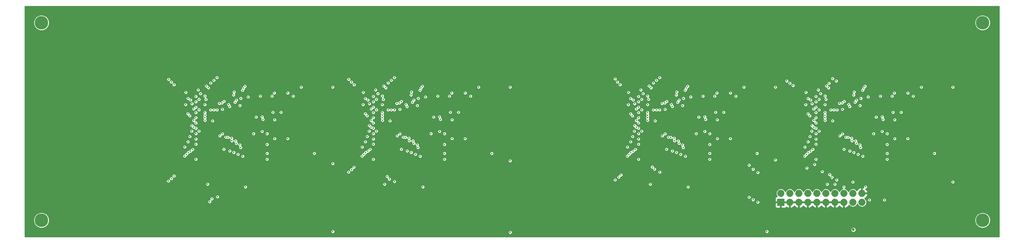
<source format=gbr>
%TF.GenerationSoftware,KiCad,Pcbnew,5.0.2-bee76a0~70~ubuntu18.04.1*%
%TF.CreationDate,2020-06-09T17:58:42+02:00*%
%TF.ProjectId,DemoNixie,44656d6f-4e69-4786-9965-2e6b69636164,rev?*%
%TF.SameCoordinates,Original*%
%TF.FileFunction,Copper,L2,Inr*%
%TF.FilePolarity,Positive*%
%FSLAX46Y46*%
G04 Gerber Fmt 4.6, Leading zero omitted, Abs format (unit mm)*
G04 Created by KiCad (PCBNEW 5.0.2-bee76a0~70~ubuntu18.04.1) date mar. 09 juin 2020 17:58:42 CEST*
%MOMM*%
%LPD*%
G01*
G04 APERTURE LIST*
%ADD10O,2.000000X2.000000*%
%ADD11R,2.000000X2.000000*%
%ADD12C,3.800000*%
%ADD13C,0.450000*%
%ADD14C,0.800000*%
%ADD15C,0.500000*%
%ADD16C,0.254000*%
G04 APERTURE END LIST*
D10*
X336045800Y-131432000D03*
X336045800Y-133972000D03*
X333505800Y-131432000D03*
X333505800Y-133972000D03*
X330965800Y-131432000D03*
X330965800Y-133972000D03*
X328425800Y-131432000D03*
X328425800Y-133972000D03*
X325885800Y-131432000D03*
X325885800Y-133972000D03*
X323345800Y-131432000D03*
X323345800Y-133972000D03*
X320805800Y-131432000D03*
X320805800Y-133972000D03*
X318265800Y-131432000D03*
X318265800Y-133972000D03*
X315725800Y-131432000D03*
X315725800Y-133972000D03*
X313185800Y-131432000D03*
D11*
X313185800Y-133972000D03*
D12*
X104651800Y-83172000D03*
X370081800Y-83172000D03*
X104651800Y-139052000D03*
X370081800Y-139052000D03*
D13*
X327766924Y-110927329D03*
X337790998Y-104150000D03*
X287752998Y-104150000D03*
X277728924Y-110927329D03*
X212949998Y-104150000D03*
X162911998Y-104150000D03*
X152887924Y-110927329D03*
X202925924Y-110927329D03*
X338138965Y-133293048D03*
X342392000Y-133293048D03*
X330212700Y-113779300D03*
X329913010Y-108176546D03*
X328739011Y-108659184D03*
X326360998Y-107833000D03*
X356205998Y-108849000D03*
X359566179Y-102880000D03*
X344013998Y-111262000D03*
X339060998Y-118501000D03*
X339949998Y-99324000D03*
X349758000Y-99361201D03*
X358521000Y-108966000D03*
X308483000Y-108966000D03*
X289022998Y-118501000D03*
X280174700Y-113779300D03*
X293975998Y-111262000D03*
X289911998Y-99324000D03*
X299720000Y-99361201D03*
X276322998Y-107833000D03*
X279875010Y-108176546D03*
X278701011Y-108659184D03*
X309528179Y-102880000D03*
X306167998Y-108849000D03*
X165070998Y-99324000D03*
X233680000Y-108966000D03*
X214219998Y-118501000D03*
X183642000Y-108966000D03*
X153860011Y-108659184D03*
X205371700Y-113779300D03*
X219172998Y-111262000D03*
X184687179Y-102880000D03*
X174879000Y-99361201D03*
X155333700Y-113779300D03*
X164181998Y-118501000D03*
X155034010Y-108176546D03*
X181326998Y-108849000D03*
X169134998Y-111262000D03*
X215108998Y-99324000D03*
X224917000Y-99361201D03*
X201519998Y-107833000D03*
X205072010Y-108176546D03*
X203898011Y-108659184D03*
X151481998Y-107833000D03*
X234725179Y-102880000D03*
X231364998Y-108849000D03*
X311510924Y-133948124D03*
X328676000Y-113608048D03*
X278638000Y-113608038D03*
X203835000Y-113608048D03*
X153797000Y-113608048D03*
X350266000Y-132023048D03*
D14*
X177168800Y-140703000D03*
X112652800Y-140703000D03*
X112525800Y-88027003D03*
X177110955Y-88027003D03*
X224031800Y-88027003D03*
X252987800Y-88027003D03*
X296236955Y-88027003D03*
X340432955Y-88027003D03*
X340490800Y-140703000D03*
X371224800Y-111493000D03*
X103889800Y-110731000D03*
X238509800Y-131178000D03*
X274704800Y-131178000D03*
X296167800Y-131178000D03*
X195456800Y-131178000D03*
X169421800Y-131178000D03*
X169421800Y-123939000D03*
X296167800Y-124447000D03*
X340490800Y-124447000D03*
X238509800Y-136258000D03*
X252987800Y-136258000D03*
X274704800Y-136258000D03*
X296167800Y-136258000D03*
X195583800Y-136258000D03*
X169294800Y-136258000D03*
X226063800Y-106540000D03*
X208918800Y-122923000D03*
X206759800Y-126987000D03*
X238890800Y-127114000D03*
X300993800Y-106413000D03*
X350904800Y-106286000D03*
X176025800Y-106413000D03*
X157229800Y-122923000D03*
X283594800Y-122923000D03*
X333124800Y-122923000D03*
X318138800Y-120002000D03*
X265052800Y-126987000D03*
D13*
X344551000Y-103919201D03*
X341249000Y-103919201D03*
X350520000Y-103933201D03*
X352785924Y-101402329D03*
X361675924Y-101402329D03*
X300482000Y-103933201D03*
X294513000Y-103919201D03*
X291211000Y-103919201D03*
X302747924Y-101402329D03*
X311637924Y-101402329D03*
X177906924Y-101402329D03*
X225679000Y-103933201D03*
X219710000Y-103919201D03*
X216408000Y-103919201D03*
X186796924Y-101402329D03*
X175641000Y-103933201D03*
X166370000Y-103919201D03*
X227944924Y-101402329D03*
X169672000Y-103919201D03*
X236834924Y-101402329D03*
X361696000Y-128213048D03*
X333502000Y-128213048D03*
X236834924Y-122244048D03*
X186796924Y-123006048D03*
X309248800Y-142227000D03*
D14*
X333632800Y-141719000D03*
D13*
X236858804Y-142481000D03*
X186820794Y-142227000D03*
X311636843Y-121990048D03*
X323088000Y-104019300D03*
X323088000Y-105524300D03*
X323088000Y-107048300D03*
X323088000Y-108572300D03*
X323088000Y-110019300D03*
X323088000Y-111519300D03*
X323088000Y-113019300D03*
X323088000Y-114541300D03*
X323088000Y-116065300D03*
X323088000Y-117519300D03*
X356489000Y-120142000D03*
X323088000Y-121793000D03*
X291719000Y-113919000D03*
X293116000Y-121793000D03*
X293116000Y-117602000D03*
X293116000Y-120142000D03*
X273050000Y-121793000D03*
X306451000Y-120142000D03*
X273050000Y-108572300D03*
X273050000Y-110019300D03*
X273050000Y-111519300D03*
X273050000Y-104019300D03*
X273050000Y-105524300D03*
X273050000Y-107048300D03*
X273050000Y-113019300D03*
X273050000Y-114541300D03*
X273050000Y-116065300D03*
X273050000Y-117519300D03*
X148209000Y-113019300D03*
X148209000Y-111519300D03*
X216916000Y-113919000D03*
X218313000Y-121793000D03*
X148209000Y-110019300D03*
X218313000Y-117602000D03*
X148209000Y-116065300D03*
X148209000Y-104019300D03*
X218313000Y-120142000D03*
X198247000Y-121793000D03*
X148209000Y-108572300D03*
X166878000Y-113919000D03*
X231648000Y-120142000D03*
X168275000Y-120142000D03*
X148209000Y-121793000D03*
X148209000Y-114541300D03*
X181610000Y-120142000D03*
X168275000Y-121793000D03*
X168275000Y-117602000D03*
X198247000Y-108572300D03*
X198247000Y-110019300D03*
X198247000Y-111519300D03*
X198247000Y-104019300D03*
X198247000Y-105524300D03*
X198247000Y-107048300D03*
X198247000Y-113019300D03*
X198247000Y-114541300D03*
X198247000Y-116065300D03*
X198247000Y-117519300D03*
X148209000Y-107048300D03*
X148209000Y-117519300D03*
X148209000Y-105524300D03*
X343154000Y-121793000D03*
X341757000Y-113919000D03*
X343154000Y-117602000D03*
X343157800Y-120142000D03*
X343154000Y-114554000D03*
X339344000Y-114554000D03*
X293116000Y-114554000D03*
X289306000Y-114554000D03*
X218313000Y-114554000D03*
X214503000Y-114554000D03*
X164465000Y-114554000D03*
X168275000Y-114554000D03*
X336927546Y-101114194D03*
X325642000Y-103886000D03*
X326034400Y-101028500D03*
X336550000Y-101650800D03*
X325894700Y-104836011D03*
X326605900Y-101582200D03*
X323947998Y-104832000D03*
X323723000Y-102171500D03*
X336234984Y-102277364D03*
X286889546Y-101114194D03*
X275593800Y-103873000D03*
X275996400Y-101028500D03*
X276567900Y-101582200D03*
X286512000Y-101650800D03*
X275856700Y-104836011D03*
X273909998Y-104832000D03*
X286196984Y-102277364D03*
X273685000Y-102171500D03*
X199106998Y-104832000D03*
X211393984Y-102277364D03*
X198882000Y-102171500D03*
X201764900Y-101582200D03*
X211709000Y-101650800D03*
X201053700Y-104836011D03*
X200801000Y-103886000D03*
X201193400Y-101028500D03*
X212086546Y-101114194D03*
X161355984Y-102277364D03*
X148844000Y-102171500D03*
X149068998Y-104832000D03*
X151726900Y-101582200D03*
X151015700Y-104836011D03*
X161671000Y-101650800D03*
X151155400Y-101028500D03*
X150763000Y-103886000D03*
X162048546Y-101114194D03*
X333870300Y-102730300D03*
X320192400Y-106324400D03*
X320243200Y-102857300D03*
X325615300Y-106324400D03*
X335488811Y-106591100D03*
X335749900Y-104559100D03*
X283832300Y-102730300D03*
X270154400Y-106324400D03*
X270205200Y-102857300D03*
X285450811Y-106591100D03*
X275577300Y-106324400D03*
X285711900Y-104559100D03*
X210908900Y-104559100D03*
X210647811Y-106591100D03*
X200774300Y-106324400D03*
X209029300Y-102730300D03*
X195351400Y-106324400D03*
X195402200Y-102857300D03*
X160870900Y-104559100D03*
X150736300Y-106324400D03*
X160609811Y-106591100D03*
X323947998Y-107795001D03*
X333717900Y-103606600D03*
X324370700Y-103212900D03*
X334113389Y-105664450D03*
X334513391Y-105056200D03*
X284475391Y-105056200D03*
X284075389Y-105664450D03*
X283679900Y-103606600D03*
X274332700Y-103212900D03*
X273909998Y-107795001D03*
X209672391Y-105056200D03*
X209272389Y-105664450D03*
X208876900Y-103606600D03*
X199529700Y-103212900D03*
X199106998Y-107795001D03*
X158838900Y-103606600D03*
X149491700Y-103212900D03*
X149068998Y-107795001D03*
X159234389Y-105664450D03*
X159634391Y-105056200D03*
X320840100Y-104584500D03*
X320814001Y-108902500D03*
X331025999Y-105411800D03*
X332613000Y-106895900D03*
X325641201Y-109323400D03*
X325615801Y-108536000D03*
X332308202Y-106286300D03*
X280987999Y-105411800D03*
X270802100Y-104584500D03*
X270776001Y-108902500D03*
X282575000Y-106895900D03*
X275603201Y-109323400D03*
X275577801Y-108536000D03*
X282270202Y-106286300D03*
X206184999Y-105411800D03*
X195999100Y-104584500D03*
X195973001Y-108902500D03*
X207772000Y-106895900D03*
X200800201Y-109323400D03*
X200774801Y-108536000D03*
X207467202Y-106286300D03*
X150736801Y-108536000D03*
X157429202Y-106286300D03*
X157734000Y-106895900D03*
X150762201Y-109323400D03*
X145935001Y-108902500D03*
X156146999Y-105411800D03*
X145961100Y-104584500D03*
X321564000Y-105041700D03*
X321348100Y-109499400D03*
X325615300Y-110032800D03*
X330425370Y-105856359D03*
X321983100Y-106070400D03*
X321945000Y-112255300D03*
X325653400Y-110794800D03*
X329705197Y-105996000D03*
X330551998Y-107668001D03*
X322462990Y-107573378D03*
X322462990Y-110820200D03*
X280387370Y-105856359D03*
X271526000Y-105041700D03*
X271310100Y-109499400D03*
X275577300Y-110032800D03*
X279667197Y-105996000D03*
X271945100Y-106070400D03*
X271907000Y-112255300D03*
X275615400Y-110794800D03*
X272424990Y-110820200D03*
X272424990Y-107573378D03*
X280513998Y-107668001D03*
X205584370Y-105856359D03*
X196723000Y-105041700D03*
X196507100Y-109499400D03*
X200774300Y-110032800D03*
X204864197Y-105996000D03*
X197142100Y-106070400D03*
X197104000Y-112255300D03*
X200812400Y-110794800D03*
X197621990Y-110820200D03*
X205710998Y-107668001D03*
X197621990Y-107573378D03*
X147583990Y-110820200D03*
X147583990Y-107573378D03*
X155672998Y-107668001D03*
X147066000Y-112255300D03*
X147104100Y-106070400D03*
X154826197Y-105996000D03*
X150774400Y-110794800D03*
X146469100Y-109499400D03*
X155546370Y-105856359D03*
X146685000Y-105041700D03*
X150736300Y-110032800D03*
X322462990Y-112730300D03*
X330974700Y-118963380D03*
X322198992Y-118999000D03*
X329806801Y-115165400D03*
X330568240Y-114588427D03*
X330568240Y-114588428D03*
X280936700Y-118963380D03*
X272424990Y-112730300D03*
X272160992Y-118999000D03*
X279768801Y-115165400D03*
X280530240Y-114588428D03*
X280530240Y-114588427D03*
X206133700Y-118963380D03*
X197621990Y-112730300D03*
X197357992Y-118999000D03*
X204965801Y-115165400D03*
X205727240Y-114588428D03*
X205727240Y-114588427D03*
X155689240Y-114588427D03*
X155689240Y-114588428D03*
X154927801Y-115165400D03*
X156095700Y-118963380D03*
X147583990Y-112730300D03*
X147319992Y-118999000D03*
X323947998Y-113832000D03*
X321906900Y-113830100D03*
X332625700Y-119438390D03*
X321563994Y-119507000D03*
X332152304Y-115581362D03*
X331495293Y-115531135D03*
X281457293Y-115531135D03*
X282114304Y-115581362D03*
X271868900Y-113830100D03*
X282587700Y-119438390D03*
X273909998Y-113832000D03*
X271525994Y-119507000D03*
X206654293Y-115531135D03*
X207311304Y-115581362D03*
X197065900Y-113830100D03*
X207784700Y-119438390D03*
X199106998Y-113832000D03*
X196722994Y-119507000D03*
X157746700Y-119438390D03*
X147027900Y-113830100D03*
X149068998Y-113832000D03*
X146684994Y-119507000D03*
X157273304Y-115581362D03*
X156616293Y-115531135D03*
X321386200Y-115341400D03*
X333759779Y-119862600D03*
X320929000Y-119888000D03*
X333222600Y-116560600D03*
X333127767Y-115818977D03*
X283089767Y-115818977D03*
X283184600Y-116560600D03*
X270891000Y-119888000D03*
X271348200Y-115341400D03*
X283721779Y-119862600D03*
X196088000Y-119888000D03*
X196545200Y-115341400D03*
X208918779Y-119862600D03*
X208381600Y-116560600D03*
X208286767Y-115818977D03*
X158248767Y-115818977D03*
X158343600Y-116560600D03*
X158880779Y-119862600D03*
X146050000Y-119888000D03*
X146507200Y-115341400D03*
X320840601Y-116841800D03*
X334963001Y-120397800D03*
X320421000Y-120396000D03*
X334500189Y-117281190D03*
X334277203Y-116587800D03*
X284925001Y-120397800D03*
X270802601Y-116841800D03*
X270383000Y-120396000D03*
X284462189Y-117281190D03*
X284239203Y-116587800D03*
X209436203Y-116587800D03*
X209659189Y-117281190D03*
X210122001Y-120397800D03*
X195999601Y-116841800D03*
X195580000Y-120396000D03*
X160084001Y-120397800D03*
X145542000Y-120396000D03*
X145961601Y-116841800D03*
X159621189Y-117281190D03*
X159398203Y-116587800D03*
X335471001Y-117705402D03*
X335674201Y-118492800D03*
X336295999Y-120937201D03*
X319913002Y-120904000D03*
X319945990Y-118334380D03*
X285433001Y-117705402D03*
X285636201Y-118492800D03*
X286257999Y-120937201D03*
X269907990Y-118334380D03*
X269875002Y-120904000D03*
X210630001Y-117705402D03*
X210833201Y-118492800D03*
X160592001Y-117705402D03*
X160795201Y-118492800D03*
X161416999Y-120937201D03*
X145066990Y-118334380D03*
X145034002Y-120904000D03*
X348996000Y-103030201D03*
X345186000Y-103030201D03*
X298958000Y-103030201D03*
X295148000Y-103030201D03*
X224155000Y-103030201D03*
X220345000Y-103030201D03*
X174117000Y-103030201D03*
X170307000Y-103030201D03*
X328422000Y-128848038D03*
X326263000Y-128848036D03*
X276352000Y-128848048D03*
X201422000Y-128848048D03*
X151511000Y-128848048D03*
X337057968Y-129610048D03*
X330962000Y-129610046D03*
X287020000Y-129610048D03*
X212217000Y-129610048D03*
X162179000Y-129610042D03*
X152070798Y-133809813D03*
X306683843Y-133928048D03*
X306683843Y-125546048D03*
X324844843Y-125292048D03*
X154305000Y-132404048D03*
X304216798Y-132531048D03*
X304216798Y-123460011D03*
X322685843Y-123260048D03*
X152705798Y-132985011D03*
X305359798Y-133239003D03*
X305359798Y-124603011D03*
X320526843Y-124276048D03*
X327249998Y-107833000D03*
X316610998Y-100908048D03*
X326771010Y-100273048D03*
X329027998Y-107833000D03*
X315725802Y-100269248D03*
X328802990Y-99638048D03*
X328138998Y-107833000D03*
X314833005Y-99638043D03*
X327758007Y-98974049D03*
X342011000Y-110523201D03*
X345283998Y-110627000D03*
X345283998Y-115961000D03*
X348967002Y-115961000D03*
X291973000Y-110523201D03*
X295245998Y-110627000D03*
X295245998Y-115961000D03*
X298929002Y-115961000D03*
X217170000Y-110523201D03*
X220442998Y-110627000D03*
X220442998Y-115961000D03*
X224126002Y-115961000D03*
X174088002Y-115961000D03*
X170404998Y-110627000D03*
X167132000Y-110523201D03*
X170404998Y-115961000D03*
X344805000Y-108491201D03*
X347091000Y-108491201D03*
X294767000Y-108491201D03*
X297053000Y-108491201D03*
X219964000Y-108491201D03*
X222250000Y-108491201D03*
X169926000Y-108491201D03*
X172212000Y-108491201D03*
X340072892Y-109831076D03*
X341757000Y-109761201D03*
X290034892Y-109831076D03*
X291719000Y-109761201D03*
X215231892Y-109831076D03*
X216916000Y-109761201D03*
X166878000Y-109761201D03*
X165193892Y-109831076D03*
X277211998Y-100212998D03*
X277211998Y-107833000D03*
X326949798Y-126127003D03*
X267846800Y-100698000D03*
X268100800Y-126225000D03*
X278100998Y-99450998D03*
X278100998Y-107833000D03*
X327584798Y-126889003D03*
X267084800Y-99936000D03*
X267465800Y-126860000D03*
X278989998Y-98689000D03*
X278989998Y-107833000D03*
X328930000Y-127651003D03*
X266449800Y-99047000D03*
X266449798Y-127622000D03*
X202408998Y-100212998D03*
X192837798Y-100720998D03*
X202408998Y-107833000D03*
X276911798Y-123968003D03*
X192786000Y-124022048D03*
X203297998Y-99450998D03*
X192075798Y-99958998D03*
X203297998Y-107833000D03*
X192075798Y-124730003D03*
X277546798Y-124603003D03*
X204186998Y-98689000D03*
X191313798Y-99196998D03*
X204186998Y-107833000D03*
X191262000Y-125419048D03*
X279019000Y-125419048D03*
X211454999Y-120937201D03*
X195104990Y-118334380D03*
X195072002Y-120904000D03*
X154148998Y-107833000D03*
X140513798Y-99196998D03*
X154148998Y-98689000D03*
X204216000Y-128086048D03*
X140462000Y-127959048D03*
X153259998Y-99450998D03*
X153259998Y-107833000D03*
X141275798Y-99958998D03*
X202743798Y-127397003D03*
X141275798Y-127270003D03*
X142037798Y-100720998D03*
X152370998Y-100212998D03*
X152370998Y-107833000D03*
X202108798Y-126635003D03*
X142037798Y-126508003D03*
X145313400Y-106324400D03*
X145364200Y-102857300D03*
X158991300Y-102730300D03*
D15*
X313161924Y-133948124D02*
X313185800Y-133972000D01*
X311510924Y-133948124D02*
X313161924Y-133948124D01*
X313185800Y-133972000D02*
X315725800Y-133972000D01*
X315725800Y-133972000D02*
X318265800Y-133972000D01*
X318265800Y-133972000D02*
X320805800Y-133972000D01*
X320805800Y-133972000D02*
X323345800Y-133972000D01*
X325885800Y-133972000D02*
X323345800Y-133972000D01*
X328425800Y-133972000D02*
X325885800Y-133972000D01*
X330965800Y-133972000D02*
X328425800Y-133972000D01*
D16*
G36*
X374759801Y-143730000D02*
X99973800Y-143730000D01*
X99973800Y-142172633D01*
X186268794Y-142172633D01*
X186268794Y-142281367D01*
X186290007Y-142388012D01*
X186331618Y-142488470D01*
X186392028Y-142578880D01*
X186468914Y-142655766D01*
X186559324Y-142716176D01*
X186659782Y-142757787D01*
X186766427Y-142779000D01*
X186875161Y-142779000D01*
X186981806Y-142757787D01*
X187082264Y-142716176D01*
X187172674Y-142655766D01*
X187249560Y-142578880D01*
X187309970Y-142488470D01*
X187335583Y-142426633D01*
X236306804Y-142426633D01*
X236306804Y-142535367D01*
X236328017Y-142642012D01*
X236369628Y-142742470D01*
X236430038Y-142832880D01*
X236506924Y-142909766D01*
X236597334Y-142970176D01*
X236697792Y-143011787D01*
X236804437Y-143033000D01*
X236913171Y-143033000D01*
X237019816Y-143011787D01*
X237120274Y-142970176D01*
X237210684Y-142909766D01*
X237287570Y-142832880D01*
X237347980Y-142742470D01*
X237389591Y-142642012D01*
X237410804Y-142535367D01*
X237410804Y-142426633D01*
X237389591Y-142319988D01*
X237347980Y-142219530D01*
X237316645Y-142172633D01*
X308696800Y-142172633D01*
X308696800Y-142281367D01*
X308718013Y-142388012D01*
X308759624Y-142488470D01*
X308820034Y-142578880D01*
X308896920Y-142655766D01*
X308987330Y-142716176D01*
X309087788Y-142757787D01*
X309194433Y-142779000D01*
X309303167Y-142779000D01*
X309409812Y-142757787D01*
X309510270Y-142716176D01*
X309600680Y-142655766D01*
X309677566Y-142578880D01*
X309737976Y-142488470D01*
X309779587Y-142388012D01*
X309800800Y-142281367D01*
X309800800Y-142172633D01*
X309779587Y-142065988D01*
X309737976Y-141965530D01*
X309677566Y-141875120D01*
X309600680Y-141798234D01*
X309510270Y-141737824D01*
X309409812Y-141696213D01*
X309303167Y-141675000D01*
X309194433Y-141675000D01*
X309087788Y-141696213D01*
X308987330Y-141737824D01*
X308896920Y-141798234D01*
X308820034Y-141875120D01*
X308759624Y-141965530D01*
X308718013Y-142065988D01*
X308696800Y-142172633D01*
X237316645Y-142172633D01*
X237287570Y-142129120D01*
X237210684Y-142052234D01*
X237120274Y-141991824D01*
X237019816Y-141950213D01*
X236913171Y-141929000D01*
X236804437Y-141929000D01*
X236697792Y-141950213D01*
X236597334Y-141991824D01*
X236506924Y-142052234D01*
X236430038Y-142129120D01*
X236369628Y-142219530D01*
X236328017Y-142319988D01*
X236306804Y-142426633D01*
X187335583Y-142426633D01*
X187351581Y-142388012D01*
X187372794Y-142281367D01*
X187372794Y-142172633D01*
X187351581Y-142065988D01*
X187309970Y-141965530D01*
X187249560Y-141875120D01*
X187172674Y-141798234D01*
X187082264Y-141737824D01*
X186981806Y-141696213D01*
X186875161Y-141675000D01*
X186766427Y-141675000D01*
X186659782Y-141696213D01*
X186559324Y-141737824D01*
X186468914Y-141798234D01*
X186392028Y-141875120D01*
X186331618Y-141965530D01*
X186290007Y-142065988D01*
X186268794Y-142172633D01*
X99973800Y-142172633D01*
X99973800Y-141647397D01*
X332905800Y-141647397D01*
X332905800Y-141790603D01*
X332933738Y-141931058D01*
X332988541Y-142063364D01*
X333068102Y-142182436D01*
X333169364Y-142283698D01*
X333288436Y-142363259D01*
X333420742Y-142418062D01*
X333561197Y-142446000D01*
X333704403Y-142446000D01*
X333844858Y-142418062D01*
X333977164Y-142363259D01*
X334096236Y-142283698D01*
X334197498Y-142182436D01*
X334277059Y-142063364D01*
X334331862Y-141931058D01*
X334359800Y-141790603D01*
X334359800Y-141647397D01*
X334331862Y-141506942D01*
X334277059Y-141374636D01*
X334197498Y-141255564D01*
X334096236Y-141154302D01*
X333977164Y-141074741D01*
X333844858Y-141019938D01*
X333704403Y-140992000D01*
X333561197Y-140992000D01*
X333420742Y-141019938D01*
X333288436Y-141074741D01*
X333169364Y-141154302D01*
X333068102Y-141255564D01*
X332988541Y-141374636D01*
X332933738Y-141506942D01*
X332905800Y-141647397D01*
X99973800Y-141647397D01*
X99973800Y-138832660D01*
X102424800Y-138832660D01*
X102424800Y-139271340D01*
X102510382Y-139701592D01*
X102678258Y-140106880D01*
X102921976Y-140471630D01*
X103232170Y-140781824D01*
X103596920Y-141025542D01*
X104002208Y-141193418D01*
X104432460Y-141279000D01*
X104871140Y-141279000D01*
X105301392Y-141193418D01*
X105706680Y-141025542D01*
X106071430Y-140781824D01*
X106381624Y-140471630D01*
X106625342Y-140106880D01*
X106793218Y-139701592D01*
X106878800Y-139271340D01*
X106878800Y-138832660D01*
X367854800Y-138832660D01*
X367854800Y-139271340D01*
X367940382Y-139701592D01*
X368108258Y-140106880D01*
X368351976Y-140471630D01*
X368662170Y-140781824D01*
X369026920Y-141025542D01*
X369432208Y-141193418D01*
X369862460Y-141279000D01*
X370301140Y-141279000D01*
X370731392Y-141193418D01*
X371136680Y-141025542D01*
X371501430Y-140781824D01*
X371811624Y-140471630D01*
X372055342Y-140106880D01*
X372223218Y-139701592D01*
X372308800Y-139271340D01*
X372308800Y-138832660D01*
X372223218Y-138402408D01*
X372055342Y-137997120D01*
X371811624Y-137632370D01*
X371501430Y-137322176D01*
X371136680Y-137078458D01*
X370731392Y-136910582D01*
X370301140Y-136825000D01*
X369862460Y-136825000D01*
X369432208Y-136910582D01*
X369026920Y-137078458D01*
X368662170Y-137322176D01*
X368351976Y-137632370D01*
X368108258Y-137997120D01*
X367940382Y-138402408D01*
X367854800Y-138832660D01*
X106878800Y-138832660D01*
X106793218Y-138402408D01*
X106625342Y-137997120D01*
X106381624Y-137632370D01*
X106071430Y-137322176D01*
X105706680Y-137078458D01*
X105301392Y-136910582D01*
X104871140Y-136825000D01*
X104432460Y-136825000D01*
X104002208Y-136910582D01*
X103596920Y-137078458D01*
X103232170Y-137322176D01*
X102921976Y-137632370D01*
X102678258Y-137997120D01*
X102510382Y-138402408D01*
X102424800Y-138832660D01*
X99973800Y-138832660D01*
X99973800Y-133755446D01*
X151518798Y-133755446D01*
X151518798Y-133864180D01*
X151540011Y-133970825D01*
X151581622Y-134071283D01*
X151642032Y-134161693D01*
X151718918Y-134238579D01*
X151809328Y-134298989D01*
X151909786Y-134340600D01*
X152016431Y-134361813D01*
X152125165Y-134361813D01*
X152231810Y-134340600D01*
X152332268Y-134298989D01*
X152422678Y-134238579D01*
X152499564Y-134161693D01*
X152559974Y-134071283D01*
X152601585Y-133970825D01*
X152620908Y-133873681D01*
X306131843Y-133873681D01*
X306131843Y-133982415D01*
X306153056Y-134089060D01*
X306194667Y-134189518D01*
X306255077Y-134279928D01*
X306331963Y-134356814D01*
X306422373Y-134417224D01*
X306522831Y-134458835D01*
X306629476Y-134480048D01*
X306738210Y-134480048D01*
X306844855Y-134458835D01*
X306945313Y-134417224D01*
X307035723Y-134356814D01*
X307112609Y-134279928D01*
X307127427Y-134257750D01*
X311550800Y-134257750D01*
X311550800Y-135034542D01*
X311575203Y-135157223D01*
X311623070Y-135272785D01*
X311692563Y-135376789D01*
X311781011Y-135465237D01*
X311885015Y-135534730D01*
X312000577Y-135582597D01*
X312123258Y-135607000D01*
X312900050Y-135607000D01*
X313058800Y-135448250D01*
X313058800Y-134099000D01*
X313312800Y-134099000D01*
X313312800Y-135448250D01*
X313471550Y-135607000D01*
X314248342Y-135607000D01*
X314371023Y-135582597D01*
X314486585Y-135534730D01*
X314590589Y-135465237D01*
X314679037Y-135376789D01*
X314748443Y-135272915D01*
X314870418Y-135365399D01*
X315158693Y-135505502D01*
X315345366Y-135562124D01*
X315598800Y-135442777D01*
X315598800Y-134099000D01*
X315852800Y-134099000D01*
X315852800Y-135442777D01*
X316106234Y-135562124D01*
X316292907Y-135505502D01*
X316581182Y-135365399D01*
X316836585Y-135171748D01*
X316995800Y-134992294D01*
X317155015Y-135171748D01*
X317410418Y-135365399D01*
X317698693Y-135505502D01*
X317885366Y-135562124D01*
X318138800Y-135442777D01*
X318138800Y-134099000D01*
X318392800Y-134099000D01*
X318392800Y-135442777D01*
X318646234Y-135562124D01*
X318832907Y-135505502D01*
X319121182Y-135365399D01*
X319376585Y-135171748D01*
X319535800Y-134992294D01*
X319695015Y-135171748D01*
X319950418Y-135365399D01*
X320238693Y-135505502D01*
X320425366Y-135562124D01*
X320678800Y-135442777D01*
X320678800Y-134099000D01*
X320932800Y-134099000D01*
X320932800Y-135442777D01*
X321186234Y-135562124D01*
X321372907Y-135505502D01*
X321661182Y-135365399D01*
X321916585Y-135171748D01*
X322075800Y-134992294D01*
X322235015Y-135171748D01*
X322490418Y-135365399D01*
X322778693Y-135505502D01*
X322965366Y-135562124D01*
X323218800Y-135442777D01*
X323218800Y-134099000D01*
X323472800Y-134099000D01*
X323472800Y-135442777D01*
X323726234Y-135562124D01*
X323912907Y-135505502D01*
X324201182Y-135365399D01*
X324456585Y-135171748D01*
X324615800Y-134992294D01*
X324775015Y-135171748D01*
X325030418Y-135365399D01*
X325318693Y-135505502D01*
X325505366Y-135562124D01*
X325758800Y-135442777D01*
X325758800Y-134099000D01*
X326012800Y-134099000D01*
X326012800Y-135442777D01*
X326266234Y-135562124D01*
X326452907Y-135505502D01*
X326741182Y-135365399D01*
X326996585Y-135171748D01*
X327155800Y-134992294D01*
X327315015Y-135171748D01*
X327570418Y-135365399D01*
X327858693Y-135505502D01*
X328045366Y-135562124D01*
X328298800Y-135442777D01*
X328298800Y-134099000D01*
X328552800Y-134099000D01*
X328552800Y-135442777D01*
X328806234Y-135562124D01*
X328992907Y-135505502D01*
X329281182Y-135365399D01*
X329536585Y-135171748D01*
X329695800Y-134992294D01*
X329855015Y-135171748D01*
X330110418Y-135365399D01*
X330398693Y-135505502D01*
X330585366Y-135562124D01*
X330838800Y-135442777D01*
X330838800Y-134099000D01*
X328552800Y-134099000D01*
X328298800Y-134099000D01*
X326012800Y-134099000D01*
X325758800Y-134099000D01*
X323472800Y-134099000D01*
X323218800Y-134099000D01*
X320932800Y-134099000D01*
X320678800Y-134099000D01*
X318392800Y-134099000D01*
X318138800Y-134099000D01*
X315852800Y-134099000D01*
X315598800Y-134099000D01*
X313312800Y-134099000D01*
X313058800Y-134099000D01*
X311709550Y-134099000D01*
X311550800Y-134257750D01*
X307127427Y-134257750D01*
X307173019Y-134189518D01*
X307214630Y-134089060D01*
X307235843Y-133982415D01*
X307235843Y-133873681D01*
X307214630Y-133767036D01*
X307173019Y-133666578D01*
X307112609Y-133576168D01*
X307035723Y-133499282D01*
X306945313Y-133438872D01*
X306844855Y-133397261D01*
X306738210Y-133376048D01*
X306629476Y-133376048D01*
X306522831Y-133397261D01*
X306422373Y-133438872D01*
X306331963Y-133499282D01*
X306255077Y-133576168D01*
X306194667Y-133666578D01*
X306153056Y-133767036D01*
X306131843Y-133873681D01*
X152620908Y-133873681D01*
X152622798Y-133864180D01*
X152622798Y-133755446D01*
X152601585Y-133648801D01*
X152559974Y-133548343D01*
X152535719Y-133512042D01*
X152544786Y-133515798D01*
X152651431Y-133537011D01*
X152760165Y-133537011D01*
X152866810Y-133515798D01*
X152967268Y-133474187D01*
X153057678Y-133413777D01*
X153134564Y-133336891D01*
X153194974Y-133246481D01*
X153220590Y-133184636D01*
X304807798Y-133184636D01*
X304807798Y-133293370D01*
X304829011Y-133400015D01*
X304870622Y-133500473D01*
X304931032Y-133590883D01*
X305007918Y-133667769D01*
X305098328Y-133728179D01*
X305198786Y-133769790D01*
X305305431Y-133791003D01*
X305414165Y-133791003D01*
X305520810Y-133769790D01*
X305621268Y-133728179D01*
X305711678Y-133667769D01*
X305788564Y-133590883D01*
X305848974Y-133500473D01*
X305890585Y-133400015D01*
X305911798Y-133293370D01*
X305911798Y-133184636D01*
X305890585Y-133077991D01*
X305848974Y-132977533D01*
X305803488Y-132909458D01*
X311550800Y-132909458D01*
X311550800Y-133686250D01*
X311709550Y-133845000D01*
X313058800Y-133845000D01*
X313058800Y-133825000D01*
X313312800Y-133825000D01*
X313312800Y-133845000D01*
X315598800Y-133845000D01*
X315598800Y-133825000D01*
X315852800Y-133825000D01*
X315852800Y-133845000D01*
X318138800Y-133845000D01*
X318138800Y-133825000D01*
X318392800Y-133825000D01*
X318392800Y-133845000D01*
X320678800Y-133845000D01*
X320678800Y-133825000D01*
X320932800Y-133825000D01*
X320932800Y-133845000D01*
X323218800Y-133845000D01*
X323218800Y-133825000D01*
X323472800Y-133825000D01*
X323472800Y-133845000D01*
X325758800Y-133845000D01*
X325758800Y-133825000D01*
X326012800Y-133825000D01*
X326012800Y-133845000D01*
X328298800Y-133845000D01*
X328298800Y-133825000D01*
X328552800Y-133825000D01*
X328552800Y-133845000D01*
X330838800Y-133845000D01*
X330838800Y-133825000D01*
X331092800Y-133825000D01*
X331092800Y-133845000D01*
X331112800Y-133845000D01*
X331112800Y-134099000D01*
X331092800Y-134099000D01*
X331092800Y-135442777D01*
X331346234Y-135562124D01*
X331532907Y-135505502D01*
X331821182Y-135365399D01*
X332076585Y-135171748D01*
X332289301Y-134931992D01*
X332409032Y-134727344D01*
X332562930Y-134914870D01*
X332764992Y-135080698D01*
X332995522Y-135203919D01*
X333245663Y-135279799D01*
X333440616Y-135299000D01*
X333570984Y-135299000D01*
X333765937Y-135279799D01*
X334016078Y-135203919D01*
X334246608Y-135080698D01*
X334448670Y-134914870D01*
X334614498Y-134712808D01*
X334737719Y-134482278D01*
X334775800Y-134356743D01*
X334813881Y-134482278D01*
X334937102Y-134712808D01*
X335102930Y-134914870D01*
X335304992Y-135080698D01*
X335535522Y-135203919D01*
X335785663Y-135279799D01*
X335980616Y-135299000D01*
X336110984Y-135299000D01*
X336305937Y-135279799D01*
X336556078Y-135203919D01*
X336786608Y-135080698D01*
X336988670Y-134914870D01*
X337154498Y-134712808D01*
X337277719Y-134482278D01*
X337353599Y-134232137D01*
X337379220Y-133972000D01*
X337353599Y-133711863D01*
X337277719Y-133461722D01*
X337158501Y-133238681D01*
X337586965Y-133238681D01*
X337586965Y-133347415D01*
X337608178Y-133454060D01*
X337649789Y-133554518D01*
X337710199Y-133644928D01*
X337787085Y-133721814D01*
X337877495Y-133782224D01*
X337977953Y-133823835D01*
X338084598Y-133845048D01*
X338193332Y-133845048D01*
X338299977Y-133823835D01*
X338400435Y-133782224D01*
X338490845Y-133721814D01*
X338567731Y-133644928D01*
X338628141Y-133554518D01*
X338669752Y-133454060D01*
X338690965Y-133347415D01*
X338690965Y-133238681D01*
X341840000Y-133238681D01*
X341840000Y-133347415D01*
X341861213Y-133454060D01*
X341902824Y-133554518D01*
X341963234Y-133644928D01*
X342040120Y-133721814D01*
X342130530Y-133782224D01*
X342230988Y-133823835D01*
X342337633Y-133845048D01*
X342446367Y-133845048D01*
X342553012Y-133823835D01*
X342653470Y-133782224D01*
X342743880Y-133721814D01*
X342820766Y-133644928D01*
X342881176Y-133554518D01*
X342922787Y-133454060D01*
X342944000Y-133347415D01*
X342944000Y-133238681D01*
X342922787Y-133132036D01*
X342881176Y-133031578D01*
X342820766Y-132941168D01*
X342743880Y-132864282D01*
X342653470Y-132803872D01*
X342553012Y-132762261D01*
X342446367Y-132741048D01*
X342337633Y-132741048D01*
X342230988Y-132762261D01*
X342130530Y-132803872D01*
X342040120Y-132864282D01*
X341963234Y-132941168D01*
X341902824Y-133031578D01*
X341861213Y-133132036D01*
X341840000Y-133238681D01*
X338690965Y-133238681D01*
X338669752Y-133132036D01*
X338628141Y-133031578D01*
X338567731Y-132941168D01*
X338490845Y-132864282D01*
X338400435Y-132803872D01*
X338299977Y-132762261D01*
X338193332Y-132741048D01*
X338084598Y-132741048D01*
X337977953Y-132762261D01*
X337877495Y-132803872D01*
X337787085Y-132864282D01*
X337710199Y-132941168D01*
X337649789Y-133031578D01*
X337608178Y-133132036D01*
X337586965Y-133238681D01*
X337158501Y-133238681D01*
X337154498Y-133231192D01*
X336988670Y-133029130D01*
X336800215Y-132874469D01*
X336901182Y-132825399D01*
X337156585Y-132631748D01*
X337369301Y-132391992D01*
X337531156Y-132115344D01*
X337635929Y-131812435D01*
X337517115Y-131559000D01*
X336172800Y-131559000D01*
X336172800Y-131579000D01*
X335918800Y-131579000D01*
X335918800Y-131559000D01*
X335898800Y-131559000D01*
X335898800Y-131305000D01*
X335918800Y-131305000D01*
X335918800Y-129961223D01*
X336172800Y-129961223D01*
X336172800Y-131305000D01*
X337517115Y-131305000D01*
X337635929Y-131051565D01*
X337531156Y-130748656D01*
X337369301Y-130472008D01*
X337156585Y-130232252D01*
X337063994Y-130162048D01*
X337112335Y-130162048D01*
X337218980Y-130140835D01*
X337319438Y-130099224D01*
X337409848Y-130038814D01*
X337486734Y-129961928D01*
X337547144Y-129871518D01*
X337588755Y-129771060D01*
X337609968Y-129664415D01*
X337609968Y-129555681D01*
X337588755Y-129449036D01*
X337547144Y-129348578D01*
X337486734Y-129258168D01*
X337409848Y-129181282D01*
X337319438Y-129120872D01*
X337218980Y-129079261D01*
X337112335Y-129058048D01*
X337003601Y-129058048D01*
X336896956Y-129079261D01*
X336796498Y-129120872D01*
X336706088Y-129181282D01*
X336629202Y-129258168D01*
X336568792Y-129348578D01*
X336527181Y-129449036D01*
X336505968Y-129555681D01*
X336505968Y-129664415D01*
X336527181Y-129771060D01*
X336568792Y-129871518D01*
X336580188Y-129888574D01*
X336426234Y-129841876D01*
X336172800Y-129961223D01*
X335918800Y-129961223D01*
X335665366Y-129841876D01*
X335478693Y-129898498D01*
X335190418Y-130038601D01*
X334935015Y-130232252D01*
X334722299Y-130472008D01*
X334602568Y-130676656D01*
X334448670Y-130489130D01*
X334246608Y-130323302D01*
X334016078Y-130200081D01*
X333765937Y-130124201D01*
X333570984Y-130105000D01*
X333440616Y-130105000D01*
X333245663Y-130124201D01*
X332995522Y-130200081D01*
X332764992Y-130323302D01*
X332562930Y-130489130D01*
X332397102Y-130691192D01*
X332273881Y-130921722D01*
X332235800Y-131047257D01*
X332197719Y-130921722D01*
X332074498Y-130691192D01*
X331908670Y-130489130D01*
X331706608Y-130323302D01*
X331476078Y-130200081D01*
X331225937Y-130124201D01*
X331175224Y-130119206D01*
X331223470Y-130099222D01*
X331313880Y-130038812D01*
X331390766Y-129961926D01*
X331451176Y-129871516D01*
X331492787Y-129771058D01*
X331514000Y-129664413D01*
X331514000Y-129555679D01*
X331492787Y-129449034D01*
X331451176Y-129348576D01*
X331390766Y-129258166D01*
X331313880Y-129181280D01*
X331223470Y-129120870D01*
X331123012Y-129079259D01*
X331016367Y-129058046D01*
X330907633Y-129058046D01*
X330800988Y-129079259D01*
X330700530Y-129120870D01*
X330610120Y-129181280D01*
X330533234Y-129258166D01*
X330472824Y-129348576D01*
X330431213Y-129449034D01*
X330410000Y-129555679D01*
X330410000Y-129664413D01*
X330431213Y-129771058D01*
X330472824Y-129871516D01*
X330533234Y-129961926D01*
X330610120Y-130038812D01*
X330700530Y-130099222D01*
X330750236Y-130119811D01*
X330705663Y-130124201D01*
X330455522Y-130200081D01*
X330224992Y-130323302D01*
X330022930Y-130489130D01*
X329857102Y-130691192D01*
X329733881Y-130921722D01*
X329695800Y-131047257D01*
X329657719Y-130921722D01*
X329534498Y-130691192D01*
X329368670Y-130489130D01*
X329166608Y-130323302D01*
X328936078Y-130200081D01*
X328685937Y-130124201D01*
X328490984Y-130105000D01*
X328360616Y-130105000D01*
X328165663Y-130124201D01*
X327915522Y-130200081D01*
X327684992Y-130323302D01*
X327482930Y-130489130D01*
X327317102Y-130691192D01*
X327193881Y-130921722D01*
X327155800Y-131047257D01*
X327117719Y-130921722D01*
X326994498Y-130691192D01*
X326828670Y-130489130D01*
X326626608Y-130323302D01*
X326396078Y-130200081D01*
X326145937Y-130124201D01*
X325950984Y-130105000D01*
X325820616Y-130105000D01*
X325625663Y-130124201D01*
X325375522Y-130200081D01*
X325144992Y-130323302D01*
X324942930Y-130489130D01*
X324777102Y-130691192D01*
X324653881Y-130921722D01*
X324615800Y-131047257D01*
X324577719Y-130921722D01*
X324454498Y-130691192D01*
X324288670Y-130489130D01*
X324086608Y-130323302D01*
X323856078Y-130200081D01*
X323605937Y-130124201D01*
X323410984Y-130105000D01*
X323280616Y-130105000D01*
X323085663Y-130124201D01*
X322835522Y-130200081D01*
X322604992Y-130323302D01*
X322402930Y-130489130D01*
X322237102Y-130691192D01*
X322113881Y-130921722D01*
X322075800Y-131047257D01*
X322037719Y-130921722D01*
X321914498Y-130691192D01*
X321748670Y-130489130D01*
X321546608Y-130323302D01*
X321316078Y-130200081D01*
X321065937Y-130124201D01*
X320870984Y-130105000D01*
X320740616Y-130105000D01*
X320545663Y-130124201D01*
X320295522Y-130200081D01*
X320064992Y-130323302D01*
X319862930Y-130489130D01*
X319697102Y-130691192D01*
X319573881Y-130921722D01*
X319535800Y-131047257D01*
X319497719Y-130921722D01*
X319374498Y-130691192D01*
X319208670Y-130489130D01*
X319006608Y-130323302D01*
X318776078Y-130200081D01*
X318525937Y-130124201D01*
X318330984Y-130105000D01*
X318200616Y-130105000D01*
X318005663Y-130124201D01*
X317755522Y-130200081D01*
X317524992Y-130323302D01*
X317322930Y-130489130D01*
X317157102Y-130691192D01*
X317033881Y-130921722D01*
X316995800Y-131047257D01*
X316957719Y-130921722D01*
X316834498Y-130691192D01*
X316668670Y-130489130D01*
X316466608Y-130323302D01*
X316236078Y-130200081D01*
X315985937Y-130124201D01*
X315790984Y-130105000D01*
X315660616Y-130105000D01*
X315465663Y-130124201D01*
X315215522Y-130200081D01*
X314984992Y-130323302D01*
X314782930Y-130489130D01*
X314617102Y-130691192D01*
X314493881Y-130921722D01*
X314455800Y-131047257D01*
X314417719Y-130921722D01*
X314294498Y-130691192D01*
X314128670Y-130489130D01*
X313926608Y-130323302D01*
X313696078Y-130200081D01*
X313445937Y-130124201D01*
X313250984Y-130105000D01*
X313120616Y-130105000D01*
X312925663Y-130124201D01*
X312675522Y-130200081D01*
X312444992Y-130323302D01*
X312242930Y-130489130D01*
X312077102Y-130691192D01*
X311953881Y-130921722D01*
X311878001Y-131171863D01*
X311852380Y-131432000D01*
X311878001Y-131692137D01*
X311953881Y-131942278D01*
X312077102Y-132172808D01*
X312211851Y-132337000D01*
X312123258Y-132337000D01*
X312000577Y-132361403D01*
X311885015Y-132409270D01*
X311781011Y-132478763D01*
X311692563Y-132567211D01*
X311623070Y-132671215D01*
X311575203Y-132786777D01*
X311550800Y-132909458D01*
X305803488Y-132909458D01*
X305788564Y-132887123D01*
X305711678Y-132810237D01*
X305621268Y-132749827D01*
X305520810Y-132708216D01*
X305414165Y-132687003D01*
X305305431Y-132687003D01*
X305198786Y-132708216D01*
X305098328Y-132749827D01*
X305007918Y-132810237D01*
X304931032Y-132887123D01*
X304870622Y-132977533D01*
X304829011Y-133077991D01*
X304807798Y-133184636D01*
X153220590Y-133184636D01*
X153236585Y-133146023D01*
X153257798Y-133039378D01*
X153257798Y-132930644D01*
X153236585Y-132823999D01*
X153194974Y-132723541D01*
X153134564Y-132633131D01*
X153057678Y-132556245D01*
X152967268Y-132495835D01*
X152866810Y-132454224D01*
X152760165Y-132433011D01*
X152651431Y-132433011D01*
X152544786Y-132454224D01*
X152444328Y-132495835D01*
X152353918Y-132556245D01*
X152277032Y-132633131D01*
X152216622Y-132723541D01*
X152175011Y-132823999D01*
X152153798Y-132930644D01*
X152153798Y-133039378D01*
X152175011Y-133146023D01*
X152216622Y-133246481D01*
X152240877Y-133282782D01*
X152231810Y-133279026D01*
X152125165Y-133257813D01*
X152016431Y-133257813D01*
X151909786Y-133279026D01*
X151809328Y-133320637D01*
X151718918Y-133381047D01*
X151642032Y-133457933D01*
X151581622Y-133548343D01*
X151540011Y-133648801D01*
X151518798Y-133755446D01*
X99973800Y-133755446D01*
X99973800Y-132349681D01*
X153753000Y-132349681D01*
X153753000Y-132458415D01*
X153774213Y-132565060D01*
X153815824Y-132665518D01*
X153876234Y-132755928D01*
X153953120Y-132832814D01*
X154043530Y-132893224D01*
X154143988Y-132934835D01*
X154250633Y-132956048D01*
X154359367Y-132956048D01*
X154466012Y-132934835D01*
X154566470Y-132893224D01*
X154656880Y-132832814D01*
X154733766Y-132755928D01*
X154794176Y-132665518D01*
X154835787Y-132565060D01*
X154853366Y-132476681D01*
X303664798Y-132476681D01*
X303664798Y-132585415D01*
X303686011Y-132692060D01*
X303727622Y-132792518D01*
X303788032Y-132882928D01*
X303864918Y-132959814D01*
X303955328Y-133020224D01*
X304055786Y-133061835D01*
X304162431Y-133083048D01*
X304271165Y-133083048D01*
X304377810Y-133061835D01*
X304478268Y-133020224D01*
X304568678Y-132959814D01*
X304645564Y-132882928D01*
X304705974Y-132792518D01*
X304747585Y-132692060D01*
X304768798Y-132585415D01*
X304768798Y-132476681D01*
X304747585Y-132370036D01*
X304705974Y-132269578D01*
X304645564Y-132179168D01*
X304568678Y-132102282D01*
X304478268Y-132041872D01*
X304377810Y-132000261D01*
X304271165Y-131979048D01*
X304162431Y-131979048D01*
X304055786Y-132000261D01*
X303955328Y-132041872D01*
X303864918Y-132102282D01*
X303788032Y-132179168D01*
X303727622Y-132269578D01*
X303686011Y-132370036D01*
X303664798Y-132476681D01*
X154853366Y-132476681D01*
X154857000Y-132458415D01*
X154857000Y-132349681D01*
X154835787Y-132243036D01*
X154794176Y-132142578D01*
X154733766Y-132052168D01*
X154656880Y-131975282D01*
X154566470Y-131914872D01*
X154466012Y-131873261D01*
X154359367Y-131852048D01*
X154250633Y-131852048D01*
X154143988Y-131873261D01*
X154043530Y-131914872D01*
X153953120Y-131975282D01*
X153876234Y-132052168D01*
X153815824Y-132142578D01*
X153774213Y-132243036D01*
X153753000Y-132349681D01*
X99973800Y-132349681D01*
X99973800Y-129555675D01*
X161627000Y-129555675D01*
X161627000Y-129664409D01*
X161648213Y-129771054D01*
X161689824Y-129871512D01*
X161750234Y-129961922D01*
X161827120Y-130038808D01*
X161917530Y-130099218D01*
X162017988Y-130140829D01*
X162124633Y-130162042D01*
X162233367Y-130162042D01*
X162340012Y-130140829D01*
X162440470Y-130099218D01*
X162530880Y-130038808D01*
X162607766Y-129961922D01*
X162668176Y-129871512D01*
X162709787Y-129771054D01*
X162731000Y-129664409D01*
X162731000Y-129555681D01*
X211665000Y-129555681D01*
X211665000Y-129664415D01*
X211686213Y-129771060D01*
X211727824Y-129871518D01*
X211788234Y-129961928D01*
X211865120Y-130038814D01*
X211955530Y-130099224D01*
X212055988Y-130140835D01*
X212162633Y-130162048D01*
X212271367Y-130162048D01*
X212378012Y-130140835D01*
X212478470Y-130099224D01*
X212568880Y-130038814D01*
X212645766Y-129961928D01*
X212706176Y-129871518D01*
X212747787Y-129771060D01*
X212769000Y-129664415D01*
X212769000Y-129555681D01*
X286468000Y-129555681D01*
X286468000Y-129664415D01*
X286489213Y-129771060D01*
X286530824Y-129871518D01*
X286591234Y-129961928D01*
X286668120Y-130038814D01*
X286758530Y-130099224D01*
X286858988Y-130140835D01*
X286965633Y-130162048D01*
X287074367Y-130162048D01*
X287181012Y-130140835D01*
X287281470Y-130099224D01*
X287371880Y-130038814D01*
X287448766Y-129961928D01*
X287509176Y-129871518D01*
X287550787Y-129771060D01*
X287572000Y-129664415D01*
X287572000Y-129555681D01*
X287550787Y-129449036D01*
X287509176Y-129348578D01*
X287448766Y-129258168D01*
X287371880Y-129181282D01*
X287281470Y-129120872D01*
X287181012Y-129079261D01*
X287074367Y-129058048D01*
X286965633Y-129058048D01*
X286858988Y-129079261D01*
X286758530Y-129120872D01*
X286668120Y-129181282D01*
X286591234Y-129258168D01*
X286530824Y-129348578D01*
X286489213Y-129449036D01*
X286468000Y-129555681D01*
X212769000Y-129555681D01*
X212747787Y-129449036D01*
X212706176Y-129348578D01*
X212645766Y-129258168D01*
X212568880Y-129181282D01*
X212478470Y-129120872D01*
X212378012Y-129079261D01*
X212271367Y-129058048D01*
X212162633Y-129058048D01*
X212055988Y-129079261D01*
X211955530Y-129120872D01*
X211865120Y-129181282D01*
X211788234Y-129258168D01*
X211727824Y-129348578D01*
X211686213Y-129449036D01*
X211665000Y-129555681D01*
X162731000Y-129555681D01*
X162731000Y-129555675D01*
X162709787Y-129449030D01*
X162668176Y-129348572D01*
X162607766Y-129258162D01*
X162530880Y-129181276D01*
X162440470Y-129120866D01*
X162340012Y-129079255D01*
X162233367Y-129058042D01*
X162124633Y-129058042D01*
X162017988Y-129079255D01*
X161917530Y-129120866D01*
X161827120Y-129181276D01*
X161750234Y-129258162D01*
X161689824Y-129348572D01*
X161648213Y-129449030D01*
X161627000Y-129555675D01*
X99973800Y-129555675D01*
X99973800Y-128793681D01*
X150959000Y-128793681D01*
X150959000Y-128902415D01*
X150980213Y-129009060D01*
X151021824Y-129109518D01*
X151082234Y-129199928D01*
X151159120Y-129276814D01*
X151249530Y-129337224D01*
X151349988Y-129378835D01*
X151456633Y-129400048D01*
X151565367Y-129400048D01*
X151672012Y-129378835D01*
X151772470Y-129337224D01*
X151862880Y-129276814D01*
X151939766Y-129199928D01*
X152000176Y-129109518D01*
X152041787Y-129009060D01*
X152063000Y-128902415D01*
X152063000Y-128793681D01*
X200870000Y-128793681D01*
X200870000Y-128902415D01*
X200891213Y-129009060D01*
X200932824Y-129109518D01*
X200993234Y-129199928D01*
X201070120Y-129276814D01*
X201160530Y-129337224D01*
X201260988Y-129378835D01*
X201367633Y-129400048D01*
X201476367Y-129400048D01*
X201583012Y-129378835D01*
X201683470Y-129337224D01*
X201773880Y-129276814D01*
X201850766Y-129199928D01*
X201911176Y-129109518D01*
X201952787Y-129009060D01*
X201974000Y-128902415D01*
X201974000Y-128793681D01*
X275800000Y-128793681D01*
X275800000Y-128902415D01*
X275821213Y-129009060D01*
X275862824Y-129109518D01*
X275923234Y-129199928D01*
X276000120Y-129276814D01*
X276090530Y-129337224D01*
X276190988Y-129378835D01*
X276297633Y-129400048D01*
X276406367Y-129400048D01*
X276513012Y-129378835D01*
X276613470Y-129337224D01*
X276703880Y-129276814D01*
X276780766Y-129199928D01*
X276841176Y-129109518D01*
X276882787Y-129009060D01*
X276904000Y-128902415D01*
X276904000Y-128793681D01*
X276903998Y-128793669D01*
X325711000Y-128793669D01*
X325711000Y-128902403D01*
X325732213Y-129009048D01*
X325773824Y-129109506D01*
X325834234Y-129199916D01*
X325911120Y-129276802D01*
X326001530Y-129337212D01*
X326101988Y-129378823D01*
X326208633Y-129400036D01*
X326317367Y-129400036D01*
X326424012Y-129378823D01*
X326524470Y-129337212D01*
X326614880Y-129276802D01*
X326691766Y-129199916D01*
X326752176Y-129109506D01*
X326793787Y-129009048D01*
X326815000Y-128902403D01*
X326815000Y-128793671D01*
X327870000Y-128793671D01*
X327870000Y-128902405D01*
X327891213Y-129009050D01*
X327932824Y-129109508D01*
X327993234Y-129199918D01*
X328070120Y-129276804D01*
X328160530Y-129337214D01*
X328260988Y-129378825D01*
X328367633Y-129400038D01*
X328476367Y-129400038D01*
X328583012Y-129378825D01*
X328683470Y-129337214D01*
X328773880Y-129276804D01*
X328850766Y-129199918D01*
X328911176Y-129109508D01*
X328952787Y-129009050D01*
X328974000Y-128902405D01*
X328974000Y-128793671D01*
X328952787Y-128687026D01*
X328911176Y-128586568D01*
X328850766Y-128496158D01*
X328773880Y-128419272D01*
X328683470Y-128358862D01*
X328583012Y-128317251D01*
X328476367Y-128296038D01*
X328367633Y-128296038D01*
X328260988Y-128317251D01*
X328160530Y-128358862D01*
X328070120Y-128419272D01*
X327993234Y-128496158D01*
X327932824Y-128586568D01*
X327891213Y-128687026D01*
X327870000Y-128793671D01*
X326815000Y-128793671D01*
X326815000Y-128793669D01*
X326793787Y-128687024D01*
X326752176Y-128586566D01*
X326691766Y-128496156D01*
X326614880Y-128419270D01*
X326524470Y-128358860D01*
X326424012Y-128317249D01*
X326317367Y-128296036D01*
X326208633Y-128296036D01*
X326101988Y-128317249D01*
X326001530Y-128358860D01*
X325911120Y-128419270D01*
X325834234Y-128496156D01*
X325773824Y-128586566D01*
X325732213Y-128687024D01*
X325711000Y-128793669D01*
X276903998Y-128793669D01*
X276882787Y-128687036D01*
X276841176Y-128586578D01*
X276780766Y-128496168D01*
X276703880Y-128419282D01*
X276613470Y-128358872D01*
X276513012Y-128317261D01*
X276406367Y-128296048D01*
X276297633Y-128296048D01*
X276190988Y-128317261D01*
X276090530Y-128358872D01*
X276000120Y-128419282D01*
X275923234Y-128496168D01*
X275862824Y-128586578D01*
X275821213Y-128687036D01*
X275800000Y-128793681D01*
X201974000Y-128793681D01*
X201952787Y-128687036D01*
X201911176Y-128586578D01*
X201850766Y-128496168D01*
X201773880Y-128419282D01*
X201683470Y-128358872D01*
X201583012Y-128317261D01*
X201476367Y-128296048D01*
X201367633Y-128296048D01*
X201260988Y-128317261D01*
X201160530Y-128358872D01*
X201070120Y-128419282D01*
X200993234Y-128496168D01*
X200932824Y-128586578D01*
X200891213Y-128687036D01*
X200870000Y-128793681D01*
X152063000Y-128793681D01*
X152041787Y-128687036D01*
X152000176Y-128586578D01*
X151939766Y-128496168D01*
X151862880Y-128419282D01*
X151772470Y-128358872D01*
X151672012Y-128317261D01*
X151565367Y-128296048D01*
X151456633Y-128296048D01*
X151349988Y-128317261D01*
X151249530Y-128358872D01*
X151159120Y-128419282D01*
X151082234Y-128496168D01*
X151021824Y-128586578D01*
X150980213Y-128687036D01*
X150959000Y-128793681D01*
X99973800Y-128793681D01*
X99973800Y-127904681D01*
X139910000Y-127904681D01*
X139910000Y-128013415D01*
X139931213Y-128120060D01*
X139972824Y-128220518D01*
X140033234Y-128310928D01*
X140110120Y-128387814D01*
X140200530Y-128448224D01*
X140300988Y-128489835D01*
X140407633Y-128511048D01*
X140516367Y-128511048D01*
X140623012Y-128489835D01*
X140723470Y-128448224D01*
X140813880Y-128387814D01*
X140890766Y-128310928D01*
X140951176Y-128220518D01*
X140992787Y-128120060D01*
X141010366Y-128031681D01*
X203664000Y-128031681D01*
X203664000Y-128140415D01*
X203685213Y-128247060D01*
X203726824Y-128347518D01*
X203787234Y-128437928D01*
X203864120Y-128514814D01*
X203954530Y-128575224D01*
X204054988Y-128616835D01*
X204161633Y-128638048D01*
X204270367Y-128638048D01*
X204377012Y-128616835D01*
X204477470Y-128575224D01*
X204567880Y-128514814D01*
X204644766Y-128437928D01*
X204705176Y-128347518D01*
X204746787Y-128247060D01*
X204768000Y-128140415D01*
X204768000Y-128031681D01*
X204746787Y-127925036D01*
X204705176Y-127824578D01*
X204644766Y-127734168D01*
X204567880Y-127657282D01*
X204477470Y-127596872D01*
X204406881Y-127567633D01*
X265897798Y-127567633D01*
X265897798Y-127676367D01*
X265919011Y-127783012D01*
X265960622Y-127883470D01*
X266021032Y-127973880D01*
X266097918Y-128050766D01*
X266188328Y-128111176D01*
X266288786Y-128152787D01*
X266395431Y-128174000D01*
X266504165Y-128174000D01*
X266610810Y-128152787D01*
X266711268Y-128111176D01*
X266801678Y-128050766D01*
X266878564Y-127973880D01*
X266938974Y-127883470D01*
X266980585Y-127783012D01*
X267001798Y-127676367D01*
X267001798Y-127596636D01*
X328378000Y-127596636D01*
X328378000Y-127705370D01*
X328399213Y-127812015D01*
X328440824Y-127912473D01*
X328501234Y-128002883D01*
X328578120Y-128079769D01*
X328668530Y-128140179D01*
X328768988Y-128181790D01*
X328875633Y-128203003D01*
X328984367Y-128203003D01*
X329091012Y-128181790D01*
X329146802Y-128158681D01*
X332950000Y-128158681D01*
X332950000Y-128267415D01*
X332971213Y-128374060D01*
X333012824Y-128474518D01*
X333073234Y-128564928D01*
X333150120Y-128641814D01*
X333240530Y-128702224D01*
X333340988Y-128743835D01*
X333447633Y-128765048D01*
X333556367Y-128765048D01*
X333663012Y-128743835D01*
X333763470Y-128702224D01*
X333853880Y-128641814D01*
X333930766Y-128564928D01*
X333991176Y-128474518D01*
X334032787Y-128374060D01*
X334054000Y-128267415D01*
X334054000Y-128158681D01*
X361144000Y-128158681D01*
X361144000Y-128267415D01*
X361165213Y-128374060D01*
X361206824Y-128474518D01*
X361267234Y-128564928D01*
X361344120Y-128641814D01*
X361434530Y-128702224D01*
X361534988Y-128743835D01*
X361641633Y-128765048D01*
X361750367Y-128765048D01*
X361857012Y-128743835D01*
X361957470Y-128702224D01*
X362047880Y-128641814D01*
X362124766Y-128564928D01*
X362185176Y-128474518D01*
X362226787Y-128374060D01*
X362248000Y-128267415D01*
X362248000Y-128158681D01*
X362226787Y-128052036D01*
X362185176Y-127951578D01*
X362124766Y-127861168D01*
X362047880Y-127784282D01*
X361957470Y-127723872D01*
X361857012Y-127682261D01*
X361750367Y-127661048D01*
X361641633Y-127661048D01*
X361534988Y-127682261D01*
X361434530Y-127723872D01*
X361344120Y-127784282D01*
X361267234Y-127861168D01*
X361206824Y-127951578D01*
X361165213Y-128052036D01*
X361144000Y-128158681D01*
X334054000Y-128158681D01*
X334032787Y-128052036D01*
X333991176Y-127951578D01*
X333930766Y-127861168D01*
X333853880Y-127784282D01*
X333763470Y-127723872D01*
X333663012Y-127682261D01*
X333556367Y-127661048D01*
X333447633Y-127661048D01*
X333340988Y-127682261D01*
X333240530Y-127723872D01*
X333150120Y-127784282D01*
X333073234Y-127861168D01*
X333012824Y-127951578D01*
X332971213Y-128052036D01*
X332950000Y-128158681D01*
X329146802Y-128158681D01*
X329191470Y-128140179D01*
X329281880Y-128079769D01*
X329358766Y-128002883D01*
X329419176Y-127912473D01*
X329460787Y-127812015D01*
X329482000Y-127705370D01*
X329482000Y-127596636D01*
X329460787Y-127489991D01*
X329419176Y-127389533D01*
X329358766Y-127299123D01*
X329281880Y-127222237D01*
X329191470Y-127161827D01*
X329091012Y-127120216D01*
X328984367Y-127099003D01*
X328875633Y-127099003D01*
X328768988Y-127120216D01*
X328668530Y-127161827D01*
X328578120Y-127222237D01*
X328501234Y-127299123D01*
X328440824Y-127389533D01*
X328399213Y-127489991D01*
X328378000Y-127596636D01*
X267001798Y-127596636D01*
X267001798Y-127567633D01*
X266980585Y-127460988D01*
X266938974Y-127360530D01*
X266878564Y-127270120D01*
X266801678Y-127193234D01*
X266711268Y-127132824D01*
X266610810Y-127091213D01*
X266504165Y-127070000D01*
X266395431Y-127070000D01*
X266288786Y-127091213D01*
X266188328Y-127132824D01*
X266097918Y-127193234D01*
X266021032Y-127270120D01*
X265960622Y-127360530D01*
X265919011Y-127460988D01*
X265897798Y-127567633D01*
X204406881Y-127567633D01*
X204377012Y-127555261D01*
X204270367Y-127534048D01*
X204161633Y-127534048D01*
X204054988Y-127555261D01*
X203954530Y-127596872D01*
X203864120Y-127657282D01*
X203787234Y-127734168D01*
X203726824Y-127824578D01*
X203685213Y-127925036D01*
X203664000Y-128031681D01*
X141010366Y-128031681D01*
X141014000Y-128013415D01*
X141014000Y-127904681D01*
X140992787Y-127798036D01*
X140962289Y-127724408D01*
X141014328Y-127759179D01*
X141114786Y-127800790D01*
X141221431Y-127822003D01*
X141330165Y-127822003D01*
X141436810Y-127800790D01*
X141537268Y-127759179D01*
X141627678Y-127698769D01*
X141704564Y-127621883D01*
X141764974Y-127531473D01*
X141806585Y-127431015D01*
X141827798Y-127324370D01*
X141827798Y-127215636D01*
X141806585Y-127108991D01*
X141764974Y-127008533D01*
X141742111Y-126974316D01*
X141776328Y-126997179D01*
X141876786Y-127038790D01*
X141983431Y-127060003D01*
X142092165Y-127060003D01*
X142198810Y-127038790D01*
X142299268Y-126997179D01*
X142389678Y-126936769D01*
X142466564Y-126859883D01*
X142526974Y-126769473D01*
X142568585Y-126669015D01*
X142586164Y-126580636D01*
X201556798Y-126580636D01*
X201556798Y-126689370D01*
X201578011Y-126796015D01*
X201619622Y-126896473D01*
X201680032Y-126986883D01*
X201756918Y-127063769D01*
X201847328Y-127124179D01*
X201947786Y-127165790D01*
X202054431Y-127187003D01*
X202163165Y-127187003D01*
X202239600Y-127171799D01*
X202213011Y-127235991D01*
X202191798Y-127342636D01*
X202191798Y-127451370D01*
X202213011Y-127558015D01*
X202254622Y-127658473D01*
X202315032Y-127748883D01*
X202391918Y-127825769D01*
X202482328Y-127886179D01*
X202582786Y-127927790D01*
X202689431Y-127949003D01*
X202798165Y-127949003D01*
X202904810Y-127927790D01*
X203005268Y-127886179D01*
X203095678Y-127825769D01*
X203172564Y-127748883D01*
X203232974Y-127658473D01*
X203274585Y-127558015D01*
X203295798Y-127451370D01*
X203295798Y-127342636D01*
X203274585Y-127235991D01*
X203232974Y-127135533D01*
X203172564Y-127045123D01*
X203095678Y-126968237D01*
X203005268Y-126907827D01*
X202904810Y-126866216D01*
X202798165Y-126845003D01*
X202689431Y-126845003D01*
X202612996Y-126860207D01*
X202635601Y-126805633D01*
X266913800Y-126805633D01*
X266913800Y-126914367D01*
X266935013Y-127021012D01*
X266976624Y-127121470D01*
X267037034Y-127211880D01*
X267113920Y-127288766D01*
X267204330Y-127349176D01*
X267304788Y-127390787D01*
X267411433Y-127412000D01*
X267520167Y-127412000D01*
X267626812Y-127390787D01*
X267727270Y-127349176D01*
X267817680Y-127288766D01*
X267894566Y-127211880D01*
X267954976Y-127121470D01*
X267996587Y-127021012D01*
X268017800Y-126914367D01*
X268017800Y-126805633D01*
X268010690Y-126769890D01*
X268046433Y-126777000D01*
X268155167Y-126777000D01*
X268261812Y-126755787D01*
X268362270Y-126714176D01*
X268452680Y-126653766D01*
X268529566Y-126576880D01*
X268589976Y-126486470D01*
X268631587Y-126386012D01*
X268652800Y-126279367D01*
X268652800Y-126170633D01*
X268631587Y-126063988D01*
X268589976Y-125963530D01*
X268529566Y-125873120D01*
X268452680Y-125796234D01*
X268362270Y-125735824D01*
X268261812Y-125694213D01*
X268155167Y-125673000D01*
X268046433Y-125673000D01*
X267939788Y-125694213D01*
X267839330Y-125735824D01*
X267748920Y-125796234D01*
X267672034Y-125873120D01*
X267611624Y-125963530D01*
X267570013Y-126063988D01*
X267548800Y-126170633D01*
X267548800Y-126279367D01*
X267555910Y-126315110D01*
X267520167Y-126308000D01*
X267411433Y-126308000D01*
X267304788Y-126329213D01*
X267204330Y-126370824D01*
X267113920Y-126431234D01*
X267037034Y-126508120D01*
X266976624Y-126598530D01*
X266935013Y-126698988D01*
X266913800Y-126805633D01*
X202635601Y-126805633D01*
X202639585Y-126796015D01*
X202660798Y-126689370D01*
X202660798Y-126580636D01*
X202639585Y-126473991D01*
X202597974Y-126373533D01*
X202537564Y-126283123D01*
X202460678Y-126206237D01*
X202370268Y-126145827D01*
X202269810Y-126104216D01*
X202163165Y-126083003D01*
X202054431Y-126083003D01*
X201947786Y-126104216D01*
X201847328Y-126145827D01*
X201756918Y-126206237D01*
X201680032Y-126283123D01*
X201619622Y-126373533D01*
X201578011Y-126473991D01*
X201556798Y-126580636D01*
X142586164Y-126580636D01*
X142589798Y-126562370D01*
X142589798Y-126453636D01*
X142568585Y-126346991D01*
X142526974Y-126246533D01*
X142466564Y-126156123D01*
X142389678Y-126079237D01*
X142299268Y-126018827D01*
X142198810Y-125977216D01*
X142092165Y-125956003D01*
X141983431Y-125956003D01*
X141876786Y-125977216D01*
X141776328Y-126018827D01*
X141685918Y-126079237D01*
X141609032Y-126156123D01*
X141548622Y-126246533D01*
X141507011Y-126346991D01*
X141485798Y-126453636D01*
X141485798Y-126562370D01*
X141507011Y-126669015D01*
X141548622Y-126769473D01*
X141571485Y-126803690D01*
X141537268Y-126780827D01*
X141436810Y-126739216D01*
X141330165Y-126718003D01*
X141221431Y-126718003D01*
X141114786Y-126739216D01*
X141014328Y-126780827D01*
X140923918Y-126841237D01*
X140847032Y-126918123D01*
X140786622Y-127008533D01*
X140745011Y-127108991D01*
X140723798Y-127215636D01*
X140723798Y-127324370D01*
X140745011Y-127431015D01*
X140775509Y-127504643D01*
X140723470Y-127469872D01*
X140623012Y-127428261D01*
X140516367Y-127407048D01*
X140407633Y-127407048D01*
X140300988Y-127428261D01*
X140200530Y-127469872D01*
X140110120Y-127530282D01*
X140033234Y-127607168D01*
X139972824Y-127697578D01*
X139931213Y-127798036D01*
X139910000Y-127904681D01*
X99973800Y-127904681D01*
X99973800Y-125364681D01*
X190710000Y-125364681D01*
X190710000Y-125473415D01*
X190731213Y-125580060D01*
X190772824Y-125680518D01*
X190833234Y-125770928D01*
X190910120Y-125847814D01*
X191000530Y-125908224D01*
X191100988Y-125949835D01*
X191207633Y-125971048D01*
X191316367Y-125971048D01*
X191423012Y-125949835D01*
X191523470Y-125908224D01*
X191613880Y-125847814D01*
X191690766Y-125770928D01*
X191751176Y-125680518D01*
X191792787Y-125580060D01*
X191814000Y-125473415D01*
X191814000Y-125364681D01*
X278467000Y-125364681D01*
X278467000Y-125473415D01*
X278488213Y-125580060D01*
X278529824Y-125680518D01*
X278590234Y-125770928D01*
X278667120Y-125847814D01*
X278757530Y-125908224D01*
X278857988Y-125949835D01*
X278964633Y-125971048D01*
X279073367Y-125971048D01*
X279180012Y-125949835D01*
X279280470Y-125908224D01*
X279370880Y-125847814D01*
X279447766Y-125770928D01*
X279508176Y-125680518D01*
X279549787Y-125580060D01*
X279567366Y-125491681D01*
X306131843Y-125491681D01*
X306131843Y-125600415D01*
X306153056Y-125707060D01*
X306194667Y-125807518D01*
X306255077Y-125897928D01*
X306331963Y-125974814D01*
X306422373Y-126035224D01*
X306522831Y-126076835D01*
X306629476Y-126098048D01*
X306738210Y-126098048D01*
X306844855Y-126076835D01*
X306854992Y-126072636D01*
X326397798Y-126072636D01*
X326397798Y-126181370D01*
X326419011Y-126288015D01*
X326460622Y-126388473D01*
X326521032Y-126478883D01*
X326597918Y-126555769D01*
X326688328Y-126616179D01*
X326788786Y-126657790D01*
X326895431Y-126679003D01*
X327004165Y-126679003D01*
X327080600Y-126663799D01*
X327054011Y-126727991D01*
X327032798Y-126834636D01*
X327032798Y-126943370D01*
X327054011Y-127050015D01*
X327095622Y-127150473D01*
X327156032Y-127240883D01*
X327232918Y-127317769D01*
X327323328Y-127378179D01*
X327423786Y-127419790D01*
X327530431Y-127441003D01*
X327639165Y-127441003D01*
X327745810Y-127419790D01*
X327846268Y-127378179D01*
X327936678Y-127317769D01*
X328013564Y-127240883D01*
X328073974Y-127150473D01*
X328115585Y-127050015D01*
X328136798Y-126943370D01*
X328136798Y-126834636D01*
X328115585Y-126727991D01*
X328073974Y-126627533D01*
X328013564Y-126537123D01*
X327936678Y-126460237D01*
X327846268Y-126399827D01*
X327745810Y-126358216D01*
X327639165Y-126337003D01*
X327530431Y-126337003D01*
X327453996Y-126352207D01*
X327480585Y-126288015D01*
X327501798Y-126181370D01*
X327501798Y-126072636D01*
X327480585Y-125965991D01*
X327438974Y-125865533D01*
X327378564Y-125775123D01*
X327301678Y-125698237D01*
X327211268Y-125637827D01*
X327110810Y-125596216D01*
X327004165Y-125575003D01*
X326895431Y-125575003D01*
X326788786Y-125596216D01*
X326688328Y-125637827D01*
X326597918Y-125698237D01*
X326521032Y-125775123D01*
X326460622Y-125865533D01*
X326419011Y-125965991D01*
X326397798Y-126072636D01*
X306854992Y-126072636D01*
X306945313Y-126035224D01*
X307035723Y-125974814D01*
X307112609Y-125897928D01*
X307173019Y-125807518D01*
X307214630Y-125707060D01*
X307235843Y-125600415D01*
X307235843Y-125491681D01*
X307214630Y-125385036D01*
X307173019Y-125284578D01*
X307141684Y-125237681D01*
X324292843Y-125237681D01*
X324292843Y-125346415D01*
X324314056Y-125453060D01*
X324355667Y-125553518D01*
X324416077Y-125643928D01*
X324492963Y-125720814D01*
X324583373Y-125781224D01*
X324683831Y-125822835D01*
X324790476Y-125844048D01*
X324899210Y-125844048D01*
X325005855Y-125822835D01*
X325106313Y-125781224D01*
X325196723Y-125720814D01*
X325273609Y-125643928D01*
X325334019Y-125553518D01*
X325375630Y-125453060D01*
X325396843Y-125346415D01*
X325396843Y-125237681D01*
X325375630Y-125131036D01*
X325334019Y-125030578D01*
X325273609Y-124940168D01*
X325196723Y-124863282D01*
X325106313Y-124802872D01*
X325005855Y-124761261D01*
X324899210Y-124740048D01*
X324790476Y-124740048D01*
X324683831Y-124761261D01*
X324583373Y-124802872D01*
X324492963Y-124863282D01*
X324416077Y-124940168D01*
X324355667Y-125030578D01*
X324314056Y-125131036D01*
X324292843Y-125237681D01*
X307141684Y-125237681D01*
X307112609Y-125194168D01*
X307035723Y-125117282D01*
X306945313Y-125056872D01*
X306844855Y-125015261D01*
X306738210Y-124994048D01*
X306629476Y-124994048D01*
X306522831Y-125015261D01*
X306422373Y-125056872D01*
X306331963Y-125117282D01*
X306255077Y-125194168D01*
X306194667Y-125284578D01*
X306153056Y-125385036D01*
X306131843Y-125491681D01*
X279567366Y-125491681D01*
X279571000Y-125473415D01*
X279571000Y-125364681D01*
X279549787Y-125258036D01*
X279508176Y-125157578D01*
X279447766Y-125067168D01*
X279370880Y-124990282D01*
X279280470Y-124929872D01*
X279180012Y-124888261D01*
X279073367Y-124867048D01*
X278964633Y-124867048D01*
X278857988Y-124888261D01*
X278757530Y-124929872D01*
X278667120Y-124990282D01*
X278590234Y-125067168D01*
X278529824Y-125157578D01*
X278488213Y-125258036D01*
X278467000Y-125364681D01*
X191814000Y-125364681D01*
X191792787Y-125258036D01*
X191762289Y-125184408D01*
X191814328Y-125219179D01*
X191914786Y-125260790D01*
X192021431Y-125282003D01*
X192130165Y-125282003D01*
X192236810Y-125260790D01*
X192337268Y-125219179D01*
X192427678Y-125158769D01*
X192504564Y-125081883D01*
X192564974Y-124991473D01*
X192606585Y-124891015D01*
X192627798Y-124784370D01*
X192627798Y-124675636D01*
X192606585Y-124568991D01*
X192594696Y-124540288D01*
X192624988Y-124552835D01*
X192731633Y-124574048D01*
X192840367Y-124574048D01*
X192947012Y-124552835D01*
X193047470Y-124511224D01*
X193137880Y-124450814D01*
X193214766Y-124373928D01*
X193275176Y-124283518D01*
X193316787Y-124183060D01*
X193338000Y-124076415D01*
X193338000Y-123967681D01*
X193327250Y-123913636D01*
X276359798Y-123913636D01*
X276359798Y-124022370D01*
X276381011Y-124129015D01*
X276422622Y-124229473D01*
X276483032Y-124319883D01*
X276559918Y-124396769D01*
X276650328Y-124457179D01*
X276750786Y-124498790D01*
X276857431Y-124520003D01*
X276966165Y-124520003D01*
X277001908Y-124512893D01*
X276994798Y-124548636D01*
X276994798Y-124657370D01*
X277016011Y-124764015D01*
X277057622Y-124864473D01*
X277118032Y-124954883D01*
X277194918Y-125031769D01*
X277285328Y-125092179D01*
X277385786Y-125133790D01*
X277492431Y-125155003D01*
X277601165Y-125155003D01*
X277707810Y-125133790D01*
X277808268Y-125092179D01*
X277898678Y-125031769D01*
X277975564Y-124954883D01*
X278035974Y-124864473D01*
X278077585Y-124764015D01*
X278098798Y-124657370D01*
X278098798Y-124548644D01*
X304807798Y-124548644D01*
X304807798Y-124657378D01*
X304829011Y-124764023D01*
X304870622Y-124864481D01*
X304931032Y-124954891D01*
X305007918Y-125031777D01*
X305098328Y-125092187D01*
X305198786Y-125133798D01*
X305305431Y-125155011D01*
X305414165Y-125155011D01*
X305520810Y-125133798D01*
X305621268Y-125092187D01*
X305711678Y-125031777D01*
X305788564Y-124954891D01*
X305848974Y-124864481D01*
X305890585Y-124764023D01*
X305911798Y-124657378D01*
X305911798Y-124548644D01*
X305890585Y-124441999D01*
X305848974Y-124341541D01*
X305788564Y-124251131D01*
X305759114Y-124221681D01*
X319974843Y-124221681D01*
X319974843Y-124330415D01*
X319996056Y-124437060D01*
X320037667Y-124537518D01*
X320098077Y-124627928D01*
X320174963Y-124704814D01*
X320265373Y-124765224D01*
X320365831Y-124806835D01*
X320472476Y-124828048D01*
X320581210Y-124828048D01*
X320687855Y-124806835D01*
X320788313Y-124765224D01*
X320878723Y-124704814D01*
X320955609Y-124627928D01*
X321016019Y-124537518D01*
X321057630Y-124437060D01*
X321078843Y-124330415D01*
X321078843Y-124221681D01*
X321057630Y-124115036D01*
X321016019Y-124014578D01*
X320955609Y-123924168D01*
X320878723Y-123847282D01*
X320788313Y-123786872D01*
X320687855Y-123745261D01*
X320581210Y-123724048D01*
X320472476Y-123724048D01*
X320365831Y-123745261D01*
X320265373Y-123786872D01*
X320174963Y-123847282D01*
X320098077Y-123924168D01*
X320037667Y-124014578D01*
X319996056Y-124115036D01*
X319974843Y-124221681D01*
X305759114Y-124221681D01*
X305711678Y-124174245D01*
X305621268Y-124113835D01*
X305520810Y-124072224D01*
X305414165Y-124051011D01*
X305305431Y-124051011D01*
X305198786Y-124072224D01*
X305098328Y-124113835D01*
X305007918Y-124174245D01*
X304931032Y-124251131D01*
X304870622Y-124341541D01*
X304829011Y-124441999D01*
X304807798Y-124548644D01*
X278098798Y-124548644D01*
X278098798Y-124548636D01*
X278077585Y-124441991D01*
X278035974Y-124341533D01*
X277975564Y-124251123D01*
X277898678Y-124174237D01*
X277808268Y-124113827D01*
X277707810Y-124072216D01*
X277601165Y-124051003D01*
X277492431Y-124051003D01*
X277456688Y-124058113D01*
X277463798Y-124022370D01*
X277463798Y-123913636D01*
X277442585Y-123806991D01*
X277400974Y-123706533D01*
X277340564Y-123616123D01*
X277263678Y-123539237D01*
X277173268Y-123478827D01*
X277072810Y-123437216D01*
X276966165Y-123416003D01*
X276857431Y-123416003D01*
X276750786Y-123437216D01*
X276650328Y-123478827D01*
X276559918Y-123539237D01*
X276483032Y-123616123D01*
X276422622Y-123706533D01*
X276381011Y-123806991D01*
X276359798Y-123913636D01*
X193327250Y-123913636D01*
X193316787Y-123861036D01*
X193275176Y-123760578D01*
X193214766Y-123670168D01*
X193137880Y-123593282D01*
X193047470Y-123532872D01*
X192947012Y-123491261D01*
X192840367Y-123470048D01*
X192731633Y-123470048D01*
X192624988Y-123491261D01*
X192524530Y-123532872D01*
X192434120Y-123593282D01*
X192357234Y-123670168D01*
X192296824Y-123760578D01*
X192255213Y-123861036D01*
X192234000Y-123967681D01*
X192234000Y-124076415D01*
X192255213Y-124183060D01*
X192267102Y-124211763D01*
X192236810Y-124199216D01*
X192130165Y-124178003D01*
X192021431Y-124178003D01*
X191914786Y-124199216D01*
X191814328Y-124240827D01*
X191723918Y-124301237D01*
X191647032Y-124378123D01*
X191586622Y-124468533D01*
X191545011Y-124568991D01*
X191523798Y-124675636D01*
X191523798Y-124784370D01*
X191545011Y-124891015D01*
X191575509Y-124964643D01*
X191523470Y-124929872D01*
X191423012Y-124888261D01*
X191316367Y-124867048D01*
X191207633Y-124867048D01*
X191100988Y-124888261D01*
X191000530Y-124929872D01*
X190910120Y-124990282D01*
X190833234Y-125067168D01*
X190772824Y-125157578D01*
X190731213Y-125258036D01*
X190710000Y-125364681D01*
X99973800Y-125364681D01*
X99973800Y-122951681D01*
X186244924Y-122951681D01*
X186244924Y-123060415D01*
X186266137Y-123167060D01*
X186307748Y-123267518D01*
X186368158Y-123357928D01*
X186445044Y-123434814D01*
X186535454Y-123495224D01*
X186635912Y-123536835D01*
X186742557Y-123558048D01*
X186851291Y-123558048D01*
X186957936Y-123536835D01*
X187058394Y-123495224D01*
X187148804Y-123434814D01*
X187177974Y-123405644D01*
X303664798Y-123405644D01*
X303664798Y-123514378D01*
X303686011Y-123621023D01*
X303727622Y-123721481D01*
X303788032Y-123811891D01*
X303864918Y-123888777D01*
X303955328Y-123949187D01*
X304055786Y-123990798D01*
X304162431Y-124012011D01*
X304271165Y-124012011D01*
X304377810Y-123990798D01*
X304478268Y-123949187D01*
X304568678Y-123888777D01*
X304645564Y-123811891D01*
X304705974Y-123721481D01*
X304747585Y-123621023D01*
X304768798Y-123514378D01*
X304768798Y-123405644D01*
X304747585Y-123298999D01*
X304708932Y-123205681D01*
X322133843Y-123205681D01*
X322133843Y-123314415D01*
X322155056Y-123421060D01*
X322196667Y-123521518D01*
X322257077Y-123611928D01*
X322333963Y-123688814D01*
X322424373Y-123749224D01*
X322524831Y-123790835D01*
X322631476Y-123812048D01*
X322740210Y-123812048D01*
X322846855Y-123790835D01*
X322947313Y-123749224D01*
X323037723Y-123688814D01*
X323114609Y-123611928D01*
X323175019Y-123521518D01*
X323216630Y-123421060D01*
X323237843Y-123314415D01*
X323237843Y-123205681D01*
X323216630Y-123099036D01*
X323175019Y-122998578D01*
X323114609Y-122908168D01*
X323037723Y-122831282D01*
X322947313Y-122770872D01*
X322846855Y-122729261D01*
X322740210Y-122708048D01*
X322631476Y-122708048D01*
X322524831Y-122729261D01*
X322424373Y-122770872D01*
X322333963Y-122831282D01*
X322257077Y-122908168D01*
X322196667Y-122998578D01*
X322155056Y-123099036D01*
X322133843Y-123205681D01*
X304708932Y-123205681D01*
X304705974Y-123198541D01*
X304645564Y-123108131D01*
X304568678Y-123031245D01*
X304478268Y-122970835D01*
X304377810Y-122929224D01*
X304271165Y-122908011D01*
X304162431Y-122908011D01*
X304055786Y-122929224D01*
X303955328Y-122970835D01*
X303864918Y-123031245D01*
X303788032Y-123108131D01*
X303727622Y-123198541D01*
X303686011Y-123298999D01*
X303664798Y-123405644D01*
X187177974Y-123405644D01*
X187225690Y-123357928D01*
X187286100Y-123267518D01*
X187327711Y-123167060D01*
X187348924Y-123060415D01*
X187348924Y-122951681D01*
X187327711Y-122845036D01*
X187286100Y-122744578D01*
X187225690Y-122654168D01*
X187148804Y-122577282D01*
X187058394Y-122516872D01*
X186957936Y-122475261D01*
X186851291Y-122454048D01*
X186742557Y-122454048D01*
X186635912Y-122475261D01*
X186535454Y-122516872D01*
X186445044Y-122577282D01*
X186368158Y-122654168D01*
X186307748Y-122744578D01*
X186266137Y-122845036D01*
X186244924Y-122951681D01*
X99973800Y-122951681D01*
X99973800Y-121738633D01*
X147657000Y-121738633D01*
X147657000Y-121847367D01*
X147678213Y-121954012D01*
X147719824Y-122054470D01*
X147780234Y-122144880D01*
X147857120Y-122221766D01*
X147947530Y-122282176D01*
X148047988Y-122323787D01*
X148154633Y-122345000D01*
X148263367Y-122345000D01*
X148370012Y-122323787D01*
X148470470Y-122282176D01*
X148560880Y-122221766D01*
X148637766Y-122144880D01*
X148698176Y-122054470D01*
X148739787Y-121954012D01*
X148761000Y-121847367D01*
X148761000Y-121738633D01*
X167723000Y-121738633D01*
X167723000Y-121847367D01*
X167744213Y-121954012D01*
X167785824Y-122054470D01*
X167846234Y-122144880D01*
X167923120Y-122221766D01*
X168013530Y-122282176D01*
X168113988Y-122323787D01*
X168220633Y-122345000D01*
X168329367Y-122345000D01*
X168436012Y-122323787D01*
X168536470Y-122282176D01*
X168626880Y-122221766D01*
X168703766Y-122144880D01*
X168764176Y-122054470D01*
X168805787Y-121954012D01*
X168827000Y-121847367D01*
X168827000Y-121738633D01*
X197695000Y-121738633D01*
X197695000Y-121847367D01*
X197716213Y-121954012D01*
X197757824Y-122054470D01*
X197818234Y-122144880D01*
X197895120Y-122221766D01*
X197985530Y-122282176D01*
X198085988Y-122323787D01*
X198192633Y-122345000D01*
X198301367Y-122345000D01*
X198408012Y-122323787D01*
X198508470Y-122282176D01*
X198598880Y-122221766D01*
X198675766Y-122144880D01*
X198736176Y-122054470D01*
X198777787Y-121954012D01*
X198799000Y-121847367D01*
X198799000Y-121738633D01*
X217761000Y-121738633D01*
X217761000Y-121847367D01*
X217782213Y-121954012D01*
X217823824Y-122054470D01*
X217884234Y-122144880D01*
X217961120Y-122221766D01*
X218051530Y-122282176D01*
X218151988Y-122323787D01*
X218258633Y-122345000D01*
X218367367Y-122345000D01*
X218474012Y-122323787D01*
X218574470Y-122282176D01*
X218664880Y-122221766D01*
X218696965Y-122189681D01*
X236282924Y-122189681D01*
X236282924Y-122298415D01*
X236304137Y-122405060D01*
X236345748Y-122505518D01*
X236406158Y-122595928D01*
X236483044Y-122672814D01*
X236573454Y-122733224D01*
X236673912Y-122774835D01*
X236780557Y-122796048D01*
X236889291Y-122796048D01*
X236995936Y-122774835D01*
X237096394Y-122733224D01*
X237186804Y-122672814D01*
X237263690Y-122595928D01*
X237324100Y-122505518D01*
X237365711Y-122405060D01*
X237386924Y-122298415D01*
X237386924Y-122189681D01*
X237365711Y-122083036D01*
X237324100Y-121982578D01*
X237263690Y-121892168D01*
X237186804Y-121815282D01*
X237096394Y-121754872D01*
X237057190Y-121738633D01*
X272498000Y-121738633D01*
X272498000Y-121847367D01*
X272519213Y-121954012D01*
X272560824Y-122054470D01*
X272621234Y-122144880D01*
X272698120Y-122221766D01*
X272788530Y-122282176D01*
X272888988Y-122323787D01*
X272995633Y-122345000D01*
X273104367Y-122345000D01*
X273211012Y-122323787D01*
X273311470Y-122282176D01*
X273401880Y-122221766D01*
X273478766Y-122144880D01*
X273539176Y-122054470D01*
X273580787Y-121954012D01*
X273602000Y-121847367D01*
X273602000Y-121738633D01*
X292564000Y-121738633D01*
X292564000Y-121847367D01*
X292585213Y-121954012D01*
X292626824Y-122054470D01*
X292687234Y-122144880D01*
X292764120Y-122221766D01*
X292854530Y-122282176D01*
X292954988Y-122323787D01*
X293061633Y-122345000D01*
X293170367Y-122345000D01*
X293277012Y-122323787D01*
X293377470Y-122282176D01*
X293467880Y-122221766D01*
X293544766Y-122144880D01*
X293605176Y-122054470D01*
X293646787Y-121954012D01*
X293650433Y-121935681D01*
X311084843Y-121935681D01*
X311084843Y-122044415D01*
X311106056Y-122151060D01*
X311147667Y-122251518D01*
X311208077Y-122341928D01*
X311284963Y-122418814D01*
X311375373Y-122479224D01*
X311475831Y-122520835D01*
X311582476Y-122542048D01*
X311691210Y-122542048D01*
X311797855Y-122520835D01*
X311898313Y-122479224D01*
X311988723Y-122418814D01*
X312065609Y-122341928D01*
X312126019Y-122251518D01*
X312167630Y-122151060D01*
X312188843Y-122044415D01*
X312188843Y-121935681D01*
X312167630Y-121829036D01*
X312130184Y-121738633D01*
X322536000Y-121738633D01*
X322536000Y-121847367D01*
X322557213Y-121954012D01*
X322598824Y-122054470D01*
X322659234Y-122144880D01*
X322736120Y-122221766D01*
X322826530Y-122282176D01*
X322926988Y-122323787D01*
X323033633Y-122345000D01*
X323142367Y-122345000D01*
X323249012Y-122323787D01*
X323349470Y-122282176D01*
X323439880Y-122221766D01*
X323516766Y-122144880D01*
X323577176Y-122054470D01*
X323618787Y-121954012D01*
X323640000Y-121847367D01*
X323640000Y-121738633D01*
X342602000Y-121738633D01*
X342602000Y-121847367D01*
X342623213Y-121954012D01*
X342664824Y-122054470D01*
X342725234Y-122144880D01*
X342802120Y-122221766D01*
X342892530Y-122282176D01*
X342992988Y-122323787D01*
X343099633Y-122345000D01*
X343208367Y-122345000D01*
X343315012Y-122323787D01*
X343415470Y-122282176D01*
X343505880Y-122221766D01*
X343582766Y-122144880D01*
X343643176Y-122054470D01*
X343684787Y-121954012D01*
X343706000Y-121847367D01*
X343706000Y-121738633D01*
X343684787Y-121631988D01*
X343643176Y-121531530D01*
X343582766Y-121441120D01*
X343505880Y-121364234D01*
X343415470Y-121303824D01*
X343315012Y-121262213D01*
X343208367Y-121241000D01*
X343099633Y-121241000D01*
X342992988Y-121262213D01*
X342892530Y-121303824D01*
X342802120Y-121364234D01*
X342725234Y-121441120D01*
X342664824Y-121531530D01*
X342623213Y-121631988D01*
X342602000Y-121738633D01*
X323640000Y-121738633D01*
X323618787Y-121631988D01*
X323577176Y-121531530D01*
X323516766Y-121441120D01*
X323439880Y-121364234D01*
X323349470Y-121303824D01*
X323249012Y-121262213D01*
X323142367Y-121241000D01*
X323033633Y-121241000D01*
X322926988Y-121262213D01*
X322826530Y-121303824D01*
X322736120Y-121364234D01*
X322659234Y-121441120D01*
X322598824Y-121531530D01*
X322557213Y-121631988D01*
X322536000Y-121738633D01*
X312130184Y-121738633D01*
X312126019Y-121728578D01*
X312065609Y-121638168D01*
X311988723Y-121561282D01*
X311898313Y-121500872D01*
X311797855Y-121459261D01*
X311691210Y-121438048D01*
X311582476Y-121438048D01*
X311475831Y-121459261D01*
X311375373Y-121500872D01*
X311284963Y-121561282D01*
X311208077Y-121638168D01*
X311147667Y-121728578D01*
X311106056Y-121829036D01*
X311084843Y-121935681D01*
X293650433Y-121935681D01*
X293668000Y-121847367D01*
X293668000Y-121738633D01*
X293646787Y-121631988D01*
X293605176Y-121531530D01*
X293544766Y-121441120D01*
X293467880Y-121364234D01*
X293377470Y-121303824D01*
X293277012Y-121262213D01*
X293170367Y-121241000D01*
X293061633Y-121241000D01*
X292954988Y-121262213D01*
X292854530Y-121303824D01*
X292764120Y-121364234D01*
X292687234Y-121441120D01*
X292626824Y-121531530D01*
X292585213Y-121631988D01*
X292564000Y-121738633D01*
X273602000Y-121738633D01*
X273580787Y-121631988D01*
X273539176Y-121531530D01*
X273478766Y-121441120D01*
X273401880Y-121364234D01*
X273311470Y-121303824D01*
X273211012Y-121262213D01*
X273104367Y-121241000D01*
X272995633Y-121241000D01*
X272888988Y-121262213D01*
X272788530Y-121303824D01*
X272698120Y-121364234D01*
X272621234Y-121441120D01*
X272560824Y-121531530D01*
X272519213Y-121631988D01*
X272498000Y-121738633D01*
X237057190Y-121738633D01*
X236995936Y-121713261D01*
X236889291Y-121692048D01*
X236780557Y-121692048D01*
X236673912Y-121713261D01*
X236573454Y-121754872D01*
X236483044Y-121815282D01*
X236406158Y-121892168D01*
X236345748Y-121982578D01*
X236304137Y-122083036D01*
X236282924Y-122189681D01*
X218696965Y-122189681D01*
X218741766Y-122144880D01*
X218802176Y-122054470D01*
X218843787Y-121954012D01*
X218865000Y-121847367D01*
X218865000Y-121738633D01*
X218843787Y-121631988D01*
X218802176Y-121531530D01*
X218741766Y-121441120D01*
X218664880Y-121364234D01*
X218574470Y-121303824D01*
X218474012Y-121262213D01*
X218367367Y-121241000D01*
X218258633Y-121241000D01*
X218151988Y-121262213D01*
X218051530Y-121303824D01*
X217961120Y-121364234D01*
X217884234Y-121441120D01*
X217823824Y-121531530D01*
X217782213Y-121631988D01*
X217761000Y-121738633D01*
X198799000Y-121738633D01*
X198777787Y-121631988D01*
X198736176Y-121531530D01*
X198675766Y-121441120D01*
X198598880Y-121364234D01*
X198508470Y-121303824D01*
X198408012Y-121262213D01*
X198301367Y-121241000D01*
X198192633Y-121241000D01*
X198085988Y-121262213D01*
X197985530Y-121303824D01*
X197895120Y-121364234D01*
X197818234Y-121441120D01*
X197757824Y-121531530D01*
X197716213Y-121631988D01*
X197695000Y-121738633D01*
X168827000Y-121738633D01*
X168805787Y-121631988D01*
X168764176Y-121531530D01*
X168703766Y-121441120D01*
X168626880Y-121364234D01*
X168536470Y-121303824D01*
X168436012Y-121262213D01*
X168329367Y-121241000D01*
X168220633Y-121241000D01*
X168113988Y-121262213D01*
X168013530Y-121303824D01*
X167923120Y-121364234D01*
X167846234Y-121441120D01*
X167785824Y-121531530D01*
X167744213Y-121631988D01*
X167723000Y-121738633D01*
X148761000Y-121738633D01*
X148739787Y-121631988D01*
X148698176Y-121531530D01*
X148637766Y-121441120D01*
X148560880Y-121364234D01*
X148470470Y-121303824D01*
X148370012Y-121262213D01*
X148263367Y-121241000D01*
X148154633Y-121241000D01*
X148047988Y-121262213D01*
X147947530Y-121303824D01*
X147857120Y-121364234D01*
X147780234Y-121441120D01*
X147719824Y-121531530D01*
X147678213Y-121631988D01*
X147657000Y-121738633D01*
X99973800Y-121738633D01*
X99973800Y-120849633D01*
X144482002Y-120849633D01*
X144482002Y-120958367D01*
X144503215Y-121065012D01*
X144544826Y-121165470D01*
X144605236Y-121255880D01*
X144682122Y-121332766D01*
X144772532Y-121393176D01*
X144872990Y-121434787D01*
X144979635Y-121456000D01*
X145088369Y-121456000D01*
X145195014Y-121434787D01*
X145295472Y-121393176D01*
X145385882Y-121332766D01*
X145462768Y-121255880D01*
X145523178Y-121165470D01*
X145564789Y-121065012D01*
X145586002Y-120958367D01*
X145586002Y-120948000D01*
X145596367Y-120948000D01*
X145703012Y-120926787D01*
X145803470Y-120885176D01*
X145893880Y-120824766D01*
X145970766Y-120747880D01*
X146031176Y-120657470D01*
X146072787Y-120557012D01*
X146094000Y-120450367D01*
X146094000Y-120440000D01*
X146104367Y-120440000D01*
X146211012Y-120418787D01*
X146311470Y-120377176D01*
X146401880Y-120316766D01*
X146478766Y-120239880D01*
X146539176Y-120149470D01*
X146580759Y-120049081D01*
X146630627Y-120059000D01*
X146739361Y-120059000D01*
X146846006Y-120037787D01*
X146946464Y-119996176D01*
X147036874Y-119935766D01*
X147113760Y-119858880D01*
X147174170Y-119768470D01*
X147215781Y-119668012D01*
X147236994Y-119561367D01*
X147236994Y-119545305D01*
X147265625Y-119551000D01*
X147374359Y-119551000D01*
X147481004Y-119529787D01*
X147581462Y-119488176D01*
X147671872Y-119427766D01*
X147748758Y-119350880D01*
X147809168Y-119260470D01*
X147850779Y-119160012D01*
X147871992Y-119053367D01*
X147871992Y-118944633D01*
X147864907Y-118909013D01*
X155543700Y-118909013D01*
X155543700Y-119017747D01*
X155564913Y-119124392D01*
X155606524Y-119224850D01*
X155666934Y-119315260D01*
X155743820Y-119392146D01*
X155834230Y-119452556D01*
X155934688Y-119494167D01*
X156041333Y-119515380D01*
X156150067Y-119515380D01*
X156256712Y-119494167D01*
X156357170Y-119452556D01*
X156447580Y-119392146D01*
X156455703Y-119384023D01*
X157194700Y-119384023D01*
X157194700Y-119492757D01*
X157215913Y-119599402D01*
X157257524Y-119699860D01*
X157317934Y-119790270D01*
X157394820Y-119867156D01*
X157485230Y-119927566D01*
X157585688Y-119969177D01*
X157692333Y-119990390D01*
X157801067Y-119990390D01*
X157907712Y-119969177D01*
X158008170Y-119927566D01*
X158098580Y-119867156D01*
X158157503Y-119808233D01*
X158328779Y-119808233D01*
X158328779Y-119916967D01*
X158349992Y-120023612D01*
X158391603Y-120124070D01*
X158452013Y-120214480D01*
X158528899Y-120291366D01*
X158619309Y-120351776D01*
X158719767Y-120393387D01*
X158826412Y-120414600D01*
X158935146Y-120414600D01*
X159041791Y-120393387D01*
X159142249Y-120351776D01*
X159154735Y-120343433D01*
X159532001Y-120343433D01*
X159532001Y-120452167D01*
X159553214Y-120558812D01*
X159594825Y-120659270D01*
X159655235Y-120749680D01*
X159732121Y-120826566D01*
X159822531Y-120886976D01*
X159922989Y-120928587D01*
X160029634Y-120949800D01*
X160138368Y-120949800D01*
X160245013Y-120928587D01*
X160345471Y-120886976D01*
X160351669Y-120882834D01*
X160864999Y-120882834D01*
X160864999Y-120991568D01*
X160886212Y-121098213D01*
X160927823Y-121198671D01*
X160988233Y-121289081D01*
X161065119Y-121365967D01*
X161155529Y-121426377D01*
X161255987Y-121467988D01*
X161362632Y-121489201D01*
X161471366Y-121489201D01*
X161578011Y-121467988D01*
X161678469Y-121426377D01*
X161768879Y-121365967D01*
X161845765Y-121289081D01*
X161906175Y-121198671D01*
X161947786Y-121098213D01*
X161968999Y-120991568D01*
X161968999Y-120882834D01*
X161962395Y-120849633D01*
X194520002Y-120849633D01*
X194520002Y-120958367D01*
X194541215Y-121065012D01*
X194582826Y-121165470D01*
X194643236Y-121255880D01*
X194720122Y-121332766D01*
X194810532Y-121393176D01*
X194910990Y-121434787D01*
X195017635Y-121456000D01*
X195126369Y-121456000D01*
X195233014Y-121434787D01*
X195333472Y-121393176D01*
X195423882Y-121332766D01*
X195500768Y-121255880D01*
X195561178Y-121165470D01*
X195602789Y-121065012D01*
X195624002Y-120958367D01*
X195624002Y-120948000D01*
X195634367Y-120948000D01*
X195741012Y-120926787D01*
X195841470Y-120885176D01*
X195931880Y-120824766D01*
X196008766Y-120747880D01*
X196069176Y-120657470D01*
X196110787Y-120557012D01*
X196132000Y-120450367D01*
X196132000Y-120440000D01*
X196142367Y-120440000D01*
X196249012Y-120418787D01*
X196349470Y-120377176D01*
X196439880Y-120316766D01*
X196516766Y-120239880D01*
X196577176Y-120149470D01*
X196618759Y-120049081D01*
X196668627Y-120059000D01*
X196777361Y-120059000D01*
X196884006Y-120037787D01*
X196984464Y-119996176D01*
X197074874Y-119935766D01*
X197151760Y-119858880D01*
X197212170Y-119768470D01*
X197253781Y-119668012D01*
X197274994Y-119561367D01*
X197274994Y-119545305D01*
X197303625Y-119551000D01*
X197412359Y-119551000D01*
X197519004Y-119529787D01*
X197619462Y-119488176D01*
X197709872Y-119427766D01*
X197786758Y-119350880D01*
X197847168Y-119260470D01*
X197888779Y-119160012D01*
X197909992Y-119053367D01*
X197909992Y-118944633D01*
X197902907Y-118909013D01*
X205581700Y-118909013D01*
X205581700Y-119017747D01*
X205602913Y-119124392D01*
X205644524Y-119224850D01*
X205704934Y-119315260D01*
X205781820Y-119392146D01*
X205872230Y-119452556D01*
X205972688Y-119494167D01*
X206079333Y-119515380D01*
X206188067Y-119515380D01*
X206294712Y-119494167D01*
X206395170Y-119452556D01*
X206485580Y-119392146D01*
X206493703Y-119384023D01*
X207232700Y-119384023D01*
X207232700Y-119492757D01*
X207253913Y-119599402D01*
X207295524Y-119699860D01*
X207355934Y-119790270D01*
X207432820Y-119867156D01*
X207523230Y-119927566D01*
X207623688Y-119969177D01*
X207730333Y-119990390D01*
X207839067Y-119990390D01*
X207945712Y-119969177D01*
X208046170Y-119927566D01*
X208136580Y-119867156D01*
X208195503Y-119808233D01*
X208366779Y-119808233D01*
X208366779Y-119916967D01*
X208387992Y-120023612D01*
X208429603Y-120124070D01*
X208490013Y-120214480D01*
X208566899Y-120291366D01*
X208657309Y-120351776D01*
X208757767Y-120393387D01*
X208864412Y-120414600D01*
X208973146Y-120414600D01*
X209079791Y-120393387D01*
X209180249Y-120351776D01*
X209192735Y-120343433D01*
X209570001Y-120343433D01*
X209570001Y-120452167D01*
X209591214Y-120558812D01*
X209632825Y-120659270D01*
X209693235Y-120749680D01*
X209770121Y-120826566D01*
X209860531Y-120886976D01*
X209960989Y-120928587D01*
X210067634Y-120949800D01*
X210176368Y-120949800D01*
X210283013Y-120928587D01*
X210383471Y-120886976D01*
X210389669Y-120882834D01*
X210902999Y-120882834D01*
X210902999Y-120991568D01*
X210924212Y-121098213D01*
X210965823Y-121198671D01*
X211026233Y-121289081D01*
X211103119Y-121365967D01*
X211193529Y-121426377D01*
X211293987Y-121467988D01*
X211400632Y-121489201D01*
X211509366Y-121489201D01*
X211616011Y-121467988D01*
X211716469Y-121426377D01*
X211806879Y-121365967D01*
X211883765Y-121289081D01*
X211944175Y-121198671D01*
X211985786Y-121098213D01*
X212006999Y-120991568D01*
X212006999Y-120882834D01*
X212000395Y-120849633D01*
X269323002Y-120849633D01*
X269323002Y-120958367D01*
X269344215Y-121065012D01*
X269385826Y-121165470D01*
X269446236Y-121255880D01*
X269523122Y-121332766D01*
X269613532Y-121393176D01*
X269713990Y-121434787D01*
X269820635Y-121456000D01*
X269929369Y-121456000D01*
X270036014Y-121434787D01*
X270136472Y-121393176D01*
X270226882Y-121332766D01*
X270303768Y-121255880D01*
X270364178Y-121165470D01*
X270405789Y-121065012D01*
X270427002Y-120958367D01*
X270427002Y-120948000D01*
X270437367Y-120948000D01*
X270544012Y-120926787D01*
X270644470Y-120885176D01*
X270734880Y-120824766D01*
X270811766Y-120747880D01*
X270872176Y-120657470D01*
X270913787Y-120557012D01*
X270935000Y-120450367D01*
X270935000Y-120440000D01*
X270945367Y-120440000D01*
X271052012Y-120418787D01*
X271152470Y-120377176D01*
X271242880Y-120316766D01*
X271319766Y-120239880D01*
X271380176Y-120149470D01*
X271421759Y-120049081D01*
X271471627Y-120059000D01*
X271580361Y-120059000D01*
X271687006Y-120037787D01*
X271787464Y-119996176D01*
X271877874Y-119935766D01*
X271954760Y-119858880D01*
X272015170Y-119768470D01*
X272056781Y-119668012D01*
X272077994Y-119561367D01*
X272077994Y-119545305D01*
X272106625Y-119551000D01*
X272215359Y-119551000D01*
X272322004Y-119529787D01*
X272422462Y-119488176D01*
X272512872Y-119427766D01*
X272589758Y-119350880D01*
X272650168Y-119260470D01*
X272691779Y-119160012D01*
X272712992Y-119053367D01*
X272712992Y-118944633D01*
X272705907Y-118909013D01*
X280384700Y-118909013D01*
X280384700Y-119017747D01*
X280405913Y-119124392D01*
X280447524Y-119224850D01*
X280507934Y-119315260D01*
X280584820Y-119392146D01*
X280675230Y-119452556D01*
X280775688Y-119494167D01*
X280882333Y-119515380D01*
X280991067Y-119515380D01*
X281097712Y-119494167D01*
X281198170Y-119452556D01*
X281288580Y-119392146D01*
X281296703Y-119384023D01*
X282035700Y-119384023D01*
X282035700Y-119492757D01*
X282056913Y-119599402D01*
X282098524Y-119699860D01*
X282158934Y-119790270D01*
X282235820Y-119867156D01*
X282326230Y-119927566D01*
X282426688Y-119969177D01*
X282533333Y-119990390D01*
X282642067Y-119990390D01*
X282748712Y-119969177D01*
X282849170Y-119927566D01*
X282939580Y-119867156D01*
X282998503Y-119808233D01*
X283169779Y-119808233D01*
X283169779Y-119916967D01*
X283190992Y-120023612D01*
X283232603Y-120124070D01*
X283293013Y-120214480D01*
X283369899Y-120291366D01*
X283460309Y-120351776D01*
X283560767Y-120393387D01*
X283667412Y-120414600D01*
X283776146Y-120414600D01*
X283882791Y-120393387D01*
X283983249Y-120351776D01*
X283995735Y-120343433D01*
X284373001Y-120343433D01*
X284373001Y-120452167D01*
X284394214Y-120558812D01*
X284435825Y-120659270D01*
X284496235Y-120749680D01*
X284573121Y-120826566D01*
X284663531Y-120886976D01*
X284763989Y-120928587D01*
X284870634Y-120949800D01*
X284979368Y-120949800D01*
X285086013Y-120928587D01*
X285186471Y-120886976D01*
X285192669Y-120882834D01*
X285705999Y-120882834D01*
X285705999Y-120991568D01*
X285727212Y-121098213D01*
X285768823Y-121198671D01*
X285829233Y-121289081D01*
X285906119Y-121365967D01*
X285996529Y-121426377D01*
X286096987Y-121467988D01*
X286203632Y-121489201D01*
X286312366Y-121489201D01*
X286419011Y-121467988D01*
X286519469Y-121426377D01*
X286609879Y-121365967D01*
X286686765Y-121289081D01*
X286747175Y-121198671D01*
X286788786Y-121098213D01*
X286809999Y-120991568D01*
X286809999Y-120882834D01*
X286803395Y-120849633D01*
X319361002Y-120849633D01*
X319361002Y-120958367D01*
X319382215Y-121065012D01*
X319423826Y-121165470D01*
X319484236Y-121255880D01*
X319561122Y-121332766D01*
X319651532Y-121393176D01*
X319751990Y-121434787D01*
X319858635Y-121456000D01*
X319967369Y-121456000D01*
X320074014Y-121434787D01*
X320174472Y-121393176D01*
X320264882Y-121332766D01*
X320341768Y-121255880D01*
X320402178Y-121165470D01*
X320443789Y-121065012D01*
X320465002Y-120958367D01*
X320465002Y-120948000D01*
X320475367Y-120948000D01*
X320582012Y-120926787D01*
X320682470Y-120885176D01*
X320772880Y-120824766D01*
X320849766Y-120747880D01*
X320910176Y-120657470D01*
X320951787Y-120557012D01*
X320973000Y-120450367D01*
X320973000Y-120440000D01*
X320983367Y-120440000D01*
X321090012Y-120418787D01*
X321190470Y-120377176D01*
X321280880Y-120316766D01*
X321357766Y-120239880D01*
X321418176Y-120149470D01*
X321459759Y-120049081D01*
X321509627Y-120059000D01*
X321618361Y-120059000D01*
X321725006Y-120037787D01*
X321825464Y-119996176D01*
X321915874Y-119935766D01*
X321992760Y-119858880D01*
X322053170Y-119768470D01*
X322094781Y-119668012D01*
X322115994Y-119561367D01*
X322115994Y-119545305D01*
X322144625Y-119551000D01*
X322253359Y-119551000D01*
X322360004Y-119529787D01*
X322460462Y-119488176D01*
X322550872Y-119427766D01*
X322627758Y-119350880D01*
X322688168Y-119260470D01*
X322729779Y-119160012D01*
X322750992Y-119053367D01*
X322750992Y-118944633D01*
X322743907Y-118909013D01*
X330422700Y-118909013D01*
X330422700Y-119017747D01*
X330443913Y-119124392D01*
X330485524Y-119224850D01*
X330545934Y-119315260D01*
X330622820Y-119392146D01*
X330713230Y-119452556D01*
X330813688Y-119494167D01*
X330920333Y-119515380D01*
X331029067Y-119515380D01*
X331135712Y-119494167D01*
X331236170Y-119452556D01*
X331326580Y-119392146D01*
X331334703Y-119384023D01*
X332073700Y-119384023D01*
X332073700Y-119492757D01*
X332094913Y-119599402D01*
X332136524Y-119699860D01*
X332196934Y-119790270D01*
X332273820Y-119867156D01*
X332364230Y-119927566D01*
X332464688Y-119969177D01*
X332571333Y-119990390D01*
X332680067Y-119990390D01*
X332786712Y-119969177D01*
X332887170Y-119927566D01*
X332977580Y-119867156D01*
X333036503Y-119808233D01*
X333207779Y-119808233D01*
X333207779Y-119916967D01*
X333228992Y-120023612D01*
X333270603Y-120124070D01*
X333331013Y-120214480D01*
X333407899Y-120291366D01*
X333498309Y-120351776D01*
X333598767Y-120393387D01*
X333705412Y-120414600D01*
X333814146Y-120414600D01*
X333920791Y-120393387D01*
X334021249Y-120351776D01*
X334033735Y-120343433D01*
X334411001Y-120343433D01*
X334411001Y-120452167D01*
X334432214Y-120558812D01*
X334473825Y-120659270D01*
X334534235Y-120749680D01*
X334611121Y-120826566D01*
X334701531Y-120886976D01*
X334801989Y-120928587D01*
X334908634Y-120949800D01*
X335017368Y-120949800D01*
X335124013Y-120928587D01*
X335224471Y-120886976D01*
X335230669Y-120882834D01*
X335743999Y-120882834D01*
X335743999Y-120991568D01*
X335765212Y-121098213D01*
X335806823Y-121198671D01*
X335867233Y-121289081D01*
X335944119Y-121365967D01*
X336034529Y-121426377D01*
X336134987Y-121467988D01*
X336241632Y-121489201D01*
X336350366Y-121489201D01*
X336457011Y-121467988D01*
X336557469Y-121426377D01*
X336647879Y-121365967D01*
X336724765Y-121289081D01*
X336785175Y-121198671D01*
X336826786Y-121098213D01*
X336847999Y-120991568D01*
X336847999Y-120882834D01*
X336826786Y-120776189D01*
X336785175Y-120675731D01*
X336724765Y-120585321D01*
X336647879Y-120508435D01*
X336557469Y-120448025D01*
X336457011Y-120406414D01*
X336350366Y-120385201D01*
X336241632Y-120385201D01*
X336134987Y-120406414D01*
X336034529Y-120448025D01*
X335944119Y-120508435D01*
X335867233Y-120585321D01*
X335806823Y-120675731D01*
X335765212Y-120776189D01*
X335743999Y-120882834D01*
X335230669Y-120882834D01*
X335314881Y-120826566D01*
X335391767Y-120749680D01*
X335452177Y-120659270D01*
X335493788Y-120558812D01*
X335515001Y-120452167D01*
X335515001Y-120343433D01*
X335493788Y-120236788D01*
X335452177Y-120136330D01*
X335419639Y-120087633D01*
X342605800Y-120087633D01*
X342605800Y-120196367D01*
X342627013Y-120303012D01*
X342668624Y-120403470D01*
X342729034Y-120493880D01*
X342805920Y-120570766D01*
X342896330Y-120631176D01*
X342996788Y-120672787D01*
X343103433Y-120694000D01*
X343212167Y-120694000D01*
X343318812Y-120672787D01*
X343419270Y-120631176D01*
X343509680Y-120570766D01*
X343586566Y-120493880D01*
X343646976Y-120403470D01*
X343688587Y-120303012D01*
X343709800Y-120196367D01*
X343709800Y-120087633D01*
X355937000Y-120087633D01*
X355937000Y-120196367D01*
X355958213Y-120303012D01*
X355999824Y-120403470D01*
X356060234Y-120493880D01*
X356137120Y-120570766D01*
X356227530Y-120631176D01*
X356327988Y-120672787D01*
X356434633Y-120694000D01*
X356543367Y-120694000D01*
X356650012Y-120672787D01*
X356750470Y-120631176D01*
X356840880Y-120570766D01*
X356917766Y-120493880D01*
X356978176Y-120403470D01*
X357019787Y-120303012D01*
X357041000Y-120196367D01*
X357041000Y-120087633D01*
X357019787Y-119980988D01*
X356978176Y-119880530D01*
X356917766Y-119790120D01*
X356840880Y-119713234D01*
X356750470Y-119652824D01*
X356650012Y-119611213D01*
X356543367Y-119590000D01*
X356434633Y-119590000D01*
X356327988Y-119611213D01*
X356227530Y-119652824D01*
X356137120Y-119713234D01*
X356060234Y-119790120D01*
X355999824Y-119880530D01*
X355958213Y-119980988D01*
X355937000Y-120087633D01*
X343709800Y-120087633D01*
X343688587Y-119980988D01*
X343646976Y-119880530D01*
X343586566Y-119790120D01*
X343509680Y-119713234D01*
X343419270Y-119652824D01*
X343318812Y-119611213D01*
X343212167Y-119590000D01*
X343103433Y-119590000D01*
X342996788Y-119611213D01*
X342896330Y-119652824D01*
X342805920Y-119713234D01*
X342729034Y-119790120D01*
X342668624Y-119880530D01*
X342627013Y-119980988D01*
X342605800Y-120087633D01*
X335419639Y-120087633D01*
X335391767Y-120045920D01*
X335314881Y-119969034D01*
X335224471Y-119908624D01*
X335124013Y-119867013D01*
X335017368Y-119845800D01*
X334908634Y-119845800D01*
X334801989Y-119867013D01*
X334701531Y-119908624D01*
X334611121Y-119969034D01*
X334534235Y-120045920D01*
X334473825Y-120136330D01*
X334432214Y-120236788D01*
X334411001Y-120343433D01*
X334033735Y-120343433D01*
X334111659Y-120291366D01*
X334188545Y-120214480D01*
X334248955Y-120124070D01*
X334290566Y-120023612D01*
X334311779Y-119916967D01*
X334311779Y-119808233D01*
X334290566Y-119701588D01*
X334248955Y-119601130D01*
X334188545Y-119510720D01*
X334111659Y-119433834D01*
X334021249Y-119373424D01*
X333920791Y-119331813D01*
X333814146Y-119310600D01*
X333705412Y-119310600D01*
X333598767Y-119331813D01*
X333498309Y-119373424D01*
X333407899Y-119433834D01*
X333331013Y-119510720D01*
X333270603Y-119601130D01*
X333228992Y-119701588D01*
X333207779Y-119808233D01*
X333036503Y-119808233D01*
X333054466Y-119790270D01*
X333114876Y-119699860D01*
X333156487Y-119599402D01*
X333177700Y-119492757D01*
X333177700Y-119384023D01*
X333156487Y-119277378D01*
X333114876Y-119176920D01*
X333054466Y-119086510D01*
X332977580Y-119009624D01*
X332887170Y-118949214D01*
X332786712Y-118907603D01*
X332680067Y-118886390D01*
X332571333Y-118886390D01*
X332464688Y-118907603D01*
X332364230Y-118949214D01*
X332273820Y-119009624D01*
X332196934Y-119086510D01*
X332136524Y-119176920D01*
X332094913Y-119277378D01*
X332073700Y-119384023D01*
X331334703Y-119384023D01*
X331403466Y-119315260D01*
X331463876Y-119224850D01*
X331505487Y-119124392D01*
X331526700Y-119017747D01*
X331526700Y-118909013D01*
X331505487Y-118802368D01*
X331463876Y-118701910D01*
X331403466Y-118611500D01*
X331326580Y-118534614D01*
X331236170Y-118474204D01*
X331135712Y-118432593D01*
X331029067Y-118411380D01*
X330920333Y-118411380D01*
X330813688Y-118432593D01*
X330713230Y-118474204D01*
X330622820Y-118534614D01*
X330545934Y-118611500D01*
X330485524Y-118701910D01*
X330443913Y-118802368D01*
X330422700Y-118909013D01*
X322743907Y-118909013D01*
X322729779Y-118837988D01*
X322688168Y-118737530D01*
X322627758Y-118647120D01*
X322550872Y-118570234D01*
X322460462Y-118509824D01*
X322360004Y-118468213D01*
X322253359Y-118447000D01*
X322144625Y-118447000D01*
X322037980Y-118468213D01*
X321937522Y-118509824D01*
X321847112Y-118570234D01*
X321770226Y-118647120D01*
X321709816Y-118737530D01*
X321668205Y-118837988D01*
X321646992Y-118944633D01*
X321646992Y-118960695D01*
X321618361Y-118955000D01*
X321509627Y-118955000D01*
X321402982Y-118976213D01*
X321302524Y-119017824D01*
X321212114Y-119078234D01*
X321135228Y-119155120D01*
X321074818Y-119245530D01*
X321033235Y-119345919D01*
X320983367Y-119336000D01*
X320874633Y-119336000D01*
X320767988Y-119357213D01*
X320667530Y-119398824D01*
X320577120Y-119459234D01*
X320500234Y-119536120D01*
X320439824Y-119626530D01*
X320398213Y-119726988D01*
X320377000Y-119833633D01*
X320377000Y-119844000D01*
X320366633Y-119844000D01*
X320259988Y-119865213D01*
X320159530Y-119906824D01*
X320069120Y-119967234D01*
X319992234Y-120044120D01*
X319931824Y-120134530D01*
X319890213Y-120234988D01*
X319869000Y-120341633D01*
X319869000Y-120352000D01*
X319858635Y-120352000D01*
X319751990Y-120373213D01*
X319651532Y-120414824D01*
X319561122Y-120475234D01*
X319484236Y-120552120D01*
X319423826Y-120642530D01*
X319382215Y-120742988D01*
X319361002Y-120849633D01*
X286803395Y-120849633D01*
X286788786Y-120776189D01*
X286747175Y-120675731D01*
X286686765Y-120585321D01*
X286609879Y-120508435D01*
X286519469Y-120448025D01*
X286419011Y-120406414D01*
X286312366Y-120385201D01*
X286203632Y-120385201D01*
X286096987Y-120406414D01*
X285996529Y-120448025D01*
X285906119Y-120508435D01*
X285829233Y-120585321D01*
X285768823Y-120675731D01*
X285727212Y-120776189D01*
X285705999Y-120882834D01*
X285192669Y-120882834D01*
X285276881Y-120826566D01*
X285353767Y-120749680D01*
X285414177Y-120659270D01*
X285455788Y-120558812D01*
X285477001Y-120452167D01*
X285477001Y-120343433D01*
X285455788Y-120236788D01*
X285414177Y-120136330D01*
X285381639Y-120087633D01*
X292564000Y-120087633D01*
X292564000Y-120196367D01*
X292585213Y-120303012D01*
X292626824Y-120403470D01*
X292687234Y-120493880D01*
X292764120Y-120570766D01*
X292854530Y-120631176D01*
X292954988Y-120672787D01*
X293061633Y-120694000D01*
X293170367Y-120694000D01*
X293277012Y-120672787D01*
X293377470Y-120631176D01*
X293467880Y-120570766D01*
X293544766Y-120493880D01*
X293605176Y-120403470D01*
X293646787Y-120303012D01*
X293668000Y-120196367D01*
X293668000Y-120087633D01*
X305899000Y-120087633D01*
X305899000Y-120196367D01*
X305920213Y-120303012D01*
X305961824Y-120403470D01*
X306022234Y-120493880D01*
X306099120Y-120570766D01*
X306189530Y-120631176D01*
X306289988Y-120672787D01*
X306396633Y-120694000D01*
X306505367Y-120694000D01*
X306612012Y-120672787D01*
X306712470Y-120631176D01*
X306802880Y-120570766D01*
X306879766Y-120493880D01*
X306940176Y-120403470D01*
X306981787Y-120303012D01*
X307003000Y-120196367D01*
X307003000Y-120087633D01*
X306981787Y-119980988D01*
X306940176Y-119880530D01*
X306879766Y-119790120D01*
X306802880Y-119713234D01*
X306712470Y-119652824D01*
X306612012Y-119611213D01*
X306505367Y-119590000D01*
X306396633Y-119590000D01*
X306289988Y-119611213D01*
X306189530Y-119652824D01*
X306099120Y-119713234D01*
X306022234Y-119790120D01*
X305961824Y-119880530D01*
X305920213Y-119980988D01*
X305899000Y-120087633D01*
X293668000Y-120087633D01*
X293646787Y-119980988D01*
X293605176Y-119880530D01*
X293544766Y-119790120D01*
X293467880Y-119713234D01*
X293377470Y-119652824D01*
X293277012Y-119611213D01*
X293170367Y-119590000D01*
X293061633Y-119590000D01*
X292954988Y-119611213D01*
X292854530Y-119652824D01*
X292764120Y-119713234D01*
X292687234Y-119790120D01*
X292626824Y-119880530D01*
X292585213Y-119980988D01*
X292564000Y-120087633D01*
X285381639Y-120087633D01*
X285353767Y-120045920D01*
X285276881Y-119969034D01*
X285186471Y-119908624D01*
X285086013Y-119867013D01*
X284979368Y-119845800D01*
X284870634Y-119845800D01*
X284763989Y-119867013D01*
X284663531Y-119908624D01*
X284573121Y-119969034D01*
X284496235Y-120045920D01*
X284435825Y-120136330D01*
X284394214Y-120236788D01*
X284373001Y-120343433D01*
X283995735Y-120343433D01*
X284073659Y-120291366D01*
X284150545Y-120214480D01*
X284210955Y-120124070D01*
X284252566Y-120023612D01*
X284273779Y-119916967D01*
X284273779Y-119808233D01*
X284252566Y-119701588D01*
X284210955Y-119601130D01*
X284150545Y-119510720D01*
X284073659Y-119433834D01*
X283983249Y-119373424D01*
X283882791Y-119331813D01*
X283776146Y-119310600D01*
X283667412Y-119310600D01*
X283560767Y-119331813D01*
X283460309Y-119373424D01*
X283369899Y-119433834D01*
X283293013Y-119510720D01*
X283232603Y-119601130D01*
X283190992Y-119701588D01*
X283169779Y-119808233D01*
X282998503Y-119808233D01*
X283016466Y-119790270D01*
X283076876Y-119699860D01*
X283118487Y-119599402D01*
X283139700Y-119492757D01*
X283139700Y-119384023D01*
X283118487Y-119277378D01*
X283076876Y-119176920D01*
X283016466Y-119086510D01*
X282939580Y-119009624D01*
X282849170Y-118949214D01*
X282748712Y-118907603D01*
X282642067Y-118886390D01*
X282533333Y-118886390D01*
X282426688Y-118907603D01*
X282326230Y-118949214D01*
X282235820Y-119009624D01*
X282158934Y-119086510D01*
X282098524Y-119176920D01*
X282056913Y-119277378D01*
X282035700Y-119384023D01*
X281296703Y-119384023D01*
X281365466Y-119315260D01*
X281425876Y-119224850D01*
X281467487Y-119124392D01*
X281488700Y-119017747D01*
X281488700Y-118909013D01*
X281467487Y-118802368D01*
X281425876Y-118701910D01*
X281365466Y-118611500D01*
X281288580Y-118534614D01*
X281198170Y-118474204D01*
X281097712Y-118432593D01*
X280991067Y-118411380D01*
X280882333Y-118411380D01*
X280775688Y-118432593D01*
X280675230Y-118474204D01*
X280584820Y-118534614D01*
X280507934Y-118611500D01*
X280447524Y-118701910D01*
X280405913Y-118802368D01*
X280384700Y-118909013D01*
X272705907Y-118909013D01*
X272691779Y-118837988D01*
X272650168Y-118737530D01*
X272589758Y-118647120D01*
X272512872Y-118570234D01*
X272422462Y-118509824D01*
X272322004Y-118468213D01*
X272215359Y-118447000D01*
X272106625Y-118447000D01*
X271999980Y-118468213D01*
X271899522Y-118509824D01*
X271809112Y-118570234D01*
X271732226Y-118647120D01*
X271671816Y-118737530D01*
X271630205Y-118837988D01*
X271608992Y-118944633D01*
X271608992Y-118960695D01*
X271580361Y-118955000D01*
X271471627Y-118955000D01*
X271364982Y-118976213D01*
X271264524Y-119017824D01*
X271174114Y-119078234D01*
X271097228Y-119155120D01*
X271036818Y-119245530D01*
X270995235Y-119345919D01*
X270945367Y-119336000D01*
X270836633Y-119336000D01*
X270729988Y-119357213D01*
X270629530Y-119398824D01*
X270539120Y-119459234D01*
X270462234Y-119536120D01*
X270401824Y-119626530D01*
X270360213Y-119726988D01*
X270339000Y-119833633D01*
X270339000Y-119844000D01*
X270328633Y-119844000D01*
X270221988Y-119865213D01*
X270121530Y-119906824D01*
X270031120Y-119967234D01*
X269954234Y-120044120D01*
X269893824Y-120134530D01*
X269852213Y-120234988D01*
X269831000Y-120341633D01*
X269831000Y-120352000D01*
X269820635Y-120352000D01*
X269713990Y-120373213D01*
X269613532Y-120414824D01*
X269523122Y-120475234D01*
X269446236Y-120552120D01*
X269385826Y-120642530D01*
X269344215Y-120742988D01*
X269323002Y-120849633D01*
X212000395Y-120849633D01*
X211985786Y-120776189D01*
X211944175Y-120675731D01*
X211883765Y-120585321D01*
X211806879Y-120508435D01*
X211716469Y-120448025D01*
X211616011Y-120406414D01*
X211509366Y-120385201D01*
X211400632Y-120385201D01*
X211293987Y-120406414D01*
X211193529Y-120448025D01*
X211103119Y-120508435D01*
X211026233Y-120585321D01*
X210965823Y-120675731D01*
X210924212Y-120776189D01*
X210902999Y-120882834D01*
X210389669Y-120882834D01*
X210473881Y-120826566D01*
X210550767Y-120749680D01*
X210611177Y-120659270D01*
X210652788Y-120558812D01*
X210674001Y-120452167D01*
X210674001Y-120343433D01*
X210652788Y-120236788D01*
X210611177Y-120136330D01*
X210578639Y-120087633D01*
X217761000Y-120087633D01*
X217761000Y-120196367D01*
X217782213Y-120303012D01*
X217823824Y-120403470D01*
X217884234Y-120493880D01*
X217961120Y-120570766D01*
X218051530Y-120631176D01*
X218151988Y-120672787D01*
X218258633Y-120694000D01*
X218367367Y-120694000D01*
X218474012Y-120672787D01*
X218574470Y-120631176D01*
X218664880Y-120570766D01*
X218741766Y-120493880D01*
X218802176Y-120403470D01*
X218843787Y-120303012D01*
X218865000Y-120196367D01*
X218865000Y-120087633D01*
X231096000Y-120087633D01*
X231096000Y-120196367D01*
X231117213Y-120303012D01*
X231158824Y-120403470D01*
X231219234Y-120493880D01*
X231296120Y-120570766D01*
X231386530Y-120631176D01*
X231486988Y-120672787D01*
X231593633Y-120694000D01*
X231702367Y-120694000D01*
X231809012Y-120672787D01*
X231909470Y-120631176D01*
X231999880Y-120570766D01*
X232076766Y-120493880D01*
X232137176Y-120403470D01*
X232178787Y-120303012D01*
X232200000Y-120196367D01*
X232200000Y-120087633D01*
X232178787Y-119980988D01*
X232137176Y-119880530D01*
X232076766Y-119790120D01*
X231999880Y-119713234D01*
X231909470Y-119652824D01*
X231809012Y-119611213D01*
X231702367Y-119590000D01*
X231593633Y-119590000D01*
X231486988Y-119611213D01*
X231386530Y-119652824D01*
X231296120Y-119713234D01*
X231219234Y-119790120D01*
X231158824Y-119880530D01*
X231117213Y-119980988D01*
X231096000Y-120087633D01*
X218865000Y-120087633D01*
X218843787Y-119980988D01*
X218802176Y-119880530D01*
X218741766Y-119790120D01*
X218664880Y-119713234D01*
X218574470Y-119652824D01*
X218474012Y-119611213D01*
X218367367Y-119590000D01*
X218258633Y-119590000D01*
X218151988Y-119611213D01*
X218051530Y-119652824D01*
X217961120Y-119713234D01*
X217884234Y-119790120D01*
X217823824Y-119880530D01*
X217782213Y-119980988D01*
X217761000Y-120087633D01*
X210578639Y-120087633D01*
X210550767Y-120045920D01*
X210473881Y-119969034D01*
X210383471Y-119908624D01*
X210283013Y-119867013D01*
X210176368Y-119845800D01*
X210067634Y-119845800D01*
X209960989Y-119867013D01*
X209860531Y-119908624D01*
X209770121Y-119969034D01*
X209693235Y-120045920D01*
X209632825Y-120136330D01*
X209591214Y-120236788D01*
X209570001Y-120343433D01*
X209192735Y-120343433D01*
X209270659Y-120291366D01*
X209347545Y-120214480D01*
X209407955Y-120124070D01*
X209449566Y-120023612D01*
X209470779Y-119916967D01*
X209470779Y-119808233D01*
X209449566Y-119701588D01*
X209407955Y-119601130D01*
X209347545Y-119510720D01*
X209270659Y-119433834D01*
X209180249Y-119373424D01*
X209079791Y-119331813D01*
X208973146Y-119310600D01*
X208864412Y-119310600D01*
X208757767Y-119331813D01*
X208657309Y-119373424D01*
X208566899Y-119433834D01*
X208490013Y-119510720D01*
X208429603Y-119601130D01*
X208387992Y-119701588D01*
X208366779Y-119808233D01*
X208195503Y-119808233D01*
X208213466Y-119790270D01*
X208273876Y-119699860D01*
X208315487Y-119599402D01*
X208336700Y-119492757D01*
X208336700Y-119384023D01*
X208315487Y-119277378D01*
X208273876Y-119176920D01*
X208213466Y-119086510D01*
X208136580Y-119009624D01*
X208046170Y-118949214D01*
X207945712Y-118907603D01*
X207839067Y-118886390D01*
X207730333Y-118886390D01*
X207623688Y-118907603D01*
X207523230Y-118949214D01*
X207432820Y-119009624D01*
X207355934Y-119086510D01*
X207295524Y-119176920D01*
X207253913Y-119277378D01*
X207232700Y-119384023D01*
X206493703Y-119384023D01*
X206562466Y-119315260D01*
X206622876Y-119224850D01*
X206664487Y-119124392D01*
X206685700Y-119017747D01*
X206685700Y-118909013D01*
X206664487Y-118802368D01*
X206622876Y-118701910D01*
X206562466Y-118611500D01*
X206485580Y-118534614D01*
X206395170Y-118474204D01*
X206294712Y-118432593D01*
X206188067Y-118411380D01*
X206079333Y-118411380D01*
X205972688Y-118432593D01*
X205872230Y-118474204D01*
X205781820Y-118534614D01*
X205704934Y-118611500D01*
X205644524Y-118701910D01*
X205602913Y-118802368D01*
X205581700Y-118909013D01*
X197902907Y-118909013D01*
X197888779Y-118837988D01*
X197847168Y-118737530D01*
X197786758Y-118647120D01*
X197709872Y-118570234D01*
X197619462Y-118509824D01*
X197519004Y-118468213D01*
X197412359Y-118447000D01*
X197303625Y-118447000D01*
X197196980Y-118468213D01*
X197096522Y-118509824D01*
X197006112Y-118570234D01*
X196929226Y-118647120D01*
X196868816Y-118737530D01*
X196827205Y-118837988D01*
X196805992Y-118944633D01*
X196805992Y-118960695D01*
X196777361Y-118955000D01*
X196668627Y-118955000D01*
X196561982Y-118976213D01*
X196461524Y-119017824D01*
X196371114Y-119078234D01*
X196294228Y-119155120D01*
X196233818Y-119245530D01*
X196192235Y-119345919D01*
X196142367Y-119336000D01*
X196033633Y-119336000D01*
X195926988Y-119357213D01*
X195826530Y-119398824D01*
X195736120Y-119459234D01*
X195659234Y-119536120D01*
X195598824Y-119626530D01*
X195557213Y-119726988D01*
X195536000Y-119833633D01*
X195536000Y-119844000D01*
X195525633Y-119844000D01*
X195418988Y-119865213D01*
X195318530Y-119906824D01*
X195228120Y-119967234D01*
X195151234Y-120044120D01*
X195090824Y-120134530D01*
X195049213Y-120234988D01*
X195028000Y-120341633D01*
X195028000Y-120352000D01*
X195017635Y-120352000D01*
X194910990Y-120373213D01*
X194810532Y-120414824D01*
X194720122Y-120475234D01*
X194643236Y-120552120D01*
X194582826Y-120642530D01*
X194541215Y-120742988D01*
X194520002Y-120849633D01*
X161962395Y-120849633D01*
X161947786Y-120776189D01*
X161906175Y-120675731D01*
X161845765Y-120585321D01*
X161768879Y-120508435D01*
X161678469Y-120448025D01*
X161578011Y-120406414D01*
X161471366Y-120385201D01*
X161362632Y-120385201D01*
X161255987Y-120406414D01*
X161155529Y-120448025D01*
X161065119Y-120508435D01*
X160988233Y-120585321D01*
X160927823Y-120675731D01*
X160886212Y-120776189D01*
X160864999Y-120882834D01*
X160351669Y-120882834D01*
X160435881Y-120826566D01*
X160512767Y-120749680D01*
X160573177Y-120659270D01*
X160614788Y-120558812D01*
X160636001Y-120452167D01*
X160636001Y-120343433D01*
X160614788Y-120236788D01*
X160573177Y-120136330D01*
X160540639Y-120087633D01*
X167723000Y-120087633D01*
X167723000Y-120196367D01*
X167744213Y-120303012D01*
X167785824Y-120403470D01*
X167846234Y-120493880D01*
X167923120Y-120570766D01*
X168013530Y-120631176D01*
X168113988Y-120672787D01*
X168220633Y-120694000D01*
X168329367Y-120694000D01*
X168436012Y-120672787D01*
X168536470Y-120631176D01*
X168626880Y-120570766D01*
X168703766Y-120493880D01*
X168764176Y-120403470D01*
X168805787Y-120303012D01*
X168827000Y-120196367D01*
X168827000Y-120087633D01*
X181058000Y-120087633D01*
X181058000Y-120196367D01*
X181079213Y-120303012D01*
X181120824Y-120403470D01*
X181181234Y-120493880D01*
X181258120Y-120570766D01*
X181348530Y-120631176D01*
X181448988Y-120672787D01*
X181555633Y-120694000D01*
X181664367Y-120694000D01*
X181771012Y-120672787D01*
X181871470Y-120631176D01*
X181961880Y-120570766D01*
X182038766Y-120493880D01*
X182099176Y-120403470D01*
X182140787Y-120303012D01*
X182162000Y-120196367D01*
X182162000Y-120087633D01*
X182140787Y-119980988D01*
X182099176Y-119880530D01*
X182038766Y-119790120D01*
X181961880Y-119713234D01*
X181871470Y-119652824D01*
X181771012Y-119611213D01*
X181664367Y-119590000D01*
X181555633Y-119590000D01*
X181448988Y-119611213D01*
X181348530Y-119652824D01*
X181258120Y-119713234D01*
X181181234Y-119790120D01*
X181120824Y-119880530D01*
X181079213Y-119980988D01*
X181058000Y-120087633D01*
X168827000Y-120087633D01*
X168805787Y-119980988D01*
X168764176Y-119880530D01*
X168703766Y-119790120D01*
X168626880Y-119713234D01*
X168536470Y-119652824D01*
X168436012Y-119611213D01*
X168329367Y-119590000D01*
X168220633Y-119590000D01*
X168113988Y-119611213D01*
X168013530Y-119652824D01*
X167923120Y-119713234D01*
X167846234Y-119790120D01*
X167785824Y-119880530D01*
X167744213Y-119980988D01*
X167723000Y-120087633D01*
X160540639Y-120087633D01*
X160512767Y-120045920D01*
X160435881Y-119969034D01*
X160345471Y-119908624D01*
X160245013Y-119867013D01*
X160138368Y-119845800D01*
X160029634Y-119845800D01*
X159922989Y-119867013D01*
X159822531Y-119908624D01*
X159732121Y-119969034D01*
X159655235Y-120045920D01*
X159594825Y-120136330D01*
X159553214Y-120236788D01*
X159532001Y-120343433D01*
X159154735Y-120343433D01*
X159232659Y-120291366D01*
X159309545Y-120214480D01*
X159369955Y-120124070D01*
X159411566Y-120023612D01*
X159432779Y-119916967D01*
X159432779Y-119808233D01*
X159411566Y-119701588D01*
X159369955Y-119601130D01*
X159309545Y-119510720D01*
X159232659Y-119433834D01*
X159142249Y-119373424D01*
X159041791Y-119331813D01*
X158935146Y-119310600D01*
X158826412Y-119310600D01*
X158719767Y-119331813D01*
X158619309Y-119373424D01*
X158528899Y-119433834D01*
X158452013Y-119510720D01*
X158391603Y-119601130D01*
X158349992Y-119701588D01*
X158328779Y-119808233D01*
X158157503Y-119808233D01*
X158175466Y-119790270D01*
X158235876Y-119699860D01*
X158277487Y-119599402D01*
X158298700Y-119492757D01*
X158298700Y-119384023D01*
X158277487Y-119277378D01*
X158235876Y-119176920D01*
X158175466Y-119086510D01*
X158098580Y-119009624D01*
X158008170Y-118949214D01*
X157907712Y-118907603D01*
X157801067Y-118886390D01*
X157692333Y-118886390D01*
X157585688Y-118907603D01*
X157485230Y-118949214D01*
X157394820Y-119009624D01*
X157317934Y-119086510D01*
X157257524Y-119176920D01*
X157215913Y-119277378D01*
X157194700Y-119384023D01*
X156455703Y-119384023D01*
X156524466Y-119315260D01*
X156584876Y-119224850D01*
X156626487Y-119124392D01*
X156647700Y-119017747D01*
X156647700Y-118909013D01*
X156626487Y-118802368D01*
X156584876Y-118701910D01*
X156524466Y-118611500D01*
X156447580Y-118534614D01*
X156357170Y-118474204D01*
X156256712Y-118432593D01*
X156150067Y-118411380D01*
X156041333Y-118411380D01*
X155934688Y-118432593D01*
X155834230Y-118474204D01*
X155743820Y-118534614D01*
X155666934Y-118611500D01*
X155606524Y-118701910D01*
X155564913Y-118802368D01*
X155543700Y-118909013D01*
X147864907Y-118909013D01*
X147850779Y-118837988D01*
X147809168Y-118737530D01*
X147748758Y-118647120D01*
X147671872Y-118570234D01*
X147581462Y-118509824D01*
X147481004Y-118468213D01*
X147374359Y-118447000D01*
X147265625Y-118447000D01*
X147158980Y-118468213D01*
X147058522Y-118509824D01*
X146968112Y-118570234D01*
X146891226Y-118647120D01*
X146830816Y-118737530D01*
X146789205Y-118837988D01*
X146767992Y-118944633D01*
X146767992Y-118960695D01*
X146739361Y-118955000D01*
X146630627Y-118955000D01*
X146523982Y-118976213D01*
X146423524Y-119017824D01*
X146333114Y-119078234D01*
X146256228Y-119155120D01*
X146195818Y-119245530D01*
X146154235Y-119345919D01*
X146104367Y-119336000D01*
X145995633Y-119336000D01*
X145888988Y-119357213D01*
X145788530Y-119398824D01*
X145698120Y-119459234D01*
X145621234Y-119536120D01*
X145560824Y-119626530D01*
X145519213Y-119726988D01*
X145498000Y-119833633D01*
X145498000Y-119844000D01*
X145487633Y-119844000D01*
X145380988Y-119865213D01*
X145280530Y-119906824D01*
X145190120Y-119967234D01*
X145113234Y-120044120D01*
X145052824Y-120134530D01*
X145011213Y-120234988D01*
X144990000Y-120341633D01*
X144990000Y-120352000D01*
X144979635Y-120352000D01*
X144872990Y-120373213D01*
X144772532Y-120414824D01*
X144682122Y-120475234D01*
X144605236Y-120552120D01*
X144544826Y-120642530D01*
X144503215Y-120742988D01*
X144482002Y-120849633D01*
X99973800Y-120849633D01*
X99973800Y-118280013D01*
X144514990Y-118280013D01*
X144514990Y-118388747D01*
X144536203Y-118495392D01*
X144577814Y-118595850D01*
X144638224Y-118686260D01*
X144715110Y-118763146D01*
X144805520Y-118823556D01*
X144905978Y-118865167D01*
X145012623Y-118886380D01*
X145121357Y-118886380D01*
X145228002Y-118865167D01*
X145328460Y-118823556D01*
X145418870Y-118763146D01*
X145495756Y-118686260D01*
X145556166Y-118595850D01*
X145597777Y-118495392D01*
X145618990Y-118388747D01*
X145618990Y-118280013D01*
X145597777Y-118173368D01*
X145556166Y-118072910D01*
X145495756Y-117982500D01*
X145418870Y-117905614D01*
X145328460Y-117845204D01*
X145228002Y-117803593D01*
X145121357Y-117782380D01*
X145012623Y-117782380D01*
X144905978Y-117803593D01*
X144805520Y-117845204D01*
X144715110Y-117905614D01*
X144638224Y-117982500D01*
X144577814Y-118072910D01*
X144536203Y-118173368D01*
X144514990Y-118280013D01*
X99973800Y-118280013D01*
X99973800Y-117464933D01*
X147657000Y-117464933D01*
X147657000Y-117573667D01*
X147678213Y-117680312D01*
X147719824Y-117780770D01*
X147780234Y-117871180D01*
X147857120Y-117948066D01*
X147947530Y-118008476D01*
X148047988Y-118050087D01*
X148154633Y-118071300D01*
X148263367Y-118071300D01*
X148370012Y-118050087D01*
X148470470Y-118008476D01*
X148560880Y-117948066D01*
X148637766Y-117871180D01*
X148698176Y-117780770D01*
X148739787Y-117680312D01*
X148761000Y-117573667D01*
X148761000Y-117464933D01*
X148739787Y-117358288D01*
X148698176Y-117257830D01*
X148637766Y-117167420D01*
X148560880Y-117090534D01*
X148470470Y-117030124D01*
X148370012Y-116988513D01*
X148263367Y-116967300D01*
X148154633Y-116967300D01*
X148047988Y-116988513D01*
X147947530Y-117030124D01*
X147857120Y-117090534D01*
X147780234Y-117167420D01*
X147719824Y-117257830D01*
X147678213Y-117358288D01*
X147657000Y-117464933D01*
X99973800Y-117464933D01*
X99973800Y-116787433D01*
X145409601Y-116787433D01*
X145409601Y-116896167D01*
X145430814Y-117002812D01*
X145472425Y-117103270D01*
X145532835Y-117193680D01*
X145609721Y-117270566D01*
X145700131Y-117330976D01*
X145800589Y-117372587D01*
X145907234Y-117393800D01*
X146015968Y-117393800D01*
X146122613Y-117372587D01*
X146223071Y-117330976D01*
X146313481Y-117270566D01*
X146390367Y-117193680D01*
X146450777Y-117103270D01*
X146492388Y-117002812D01*
X146513601Y-116896167D01*
X146513601Y-116787433D01*
X146492388Y-116680788D01*
X146450777Y-116580330D01*
X146390367Y-116489920D01*
X146313481Y-116413034D01*
X146223071Y-116352624D01*
X146122613Y-116311013D01*
X146015968Y-116289800D01*
X145907234Y-116289800D01*
X145800589Y-116311013D01*
X145700131Y-116352624D01*
X145609721Y-116413034D01*
X145532835Y-116489920D01*
X145472425Y-116580330D01*
X145430814Y-116680788D01*
X145409601Y-116787433D01*
X99973800Y-116787433D01*
X99973800Y-116010933D01*
X147657000Y-116010933D01*
X147657000Y-116119667D01*
X147678213Y-116226312D01*
X147719824Y-116326770D01*
X147780234Y-116417180D01*
X147857120Y-116494066D01*
X147947530Y-116554476D01*
X148047988Y-116596087D01*
X148154633Y-116617300D01*
X148263367Y-116617300D01*
X148370012Y-116596087D01*
X148470470Y-116554476D01*
X148560880Y-116494066D01*
X148637766Y-116417180D01*
X148698176Y-116326770D01*
X148739787Y-116226312D01*
X148761000Y-116119667D01*
X148761000Y-116010933D01*
X148739787Y-115904288D01*
X148698176Y-115803830D01*
X148637766Y-115713420D01*
X148560880Y-115636534D01*
X148470470Y-115576124D01*
X148370012Y-115534513D01*
X148263367Y-115513300D01*
X148154633Y-115513300D01*
X148047988Y-115534513D01*
X147947530Y-115576124D01*
X147857120Y-115636534D01*
X147780234Y-115713420D01*
X147719824Y-115803830D01*
X147678213Y-115904288D01*
X147657000Y-116010933D01*
X99973800Y-116010933D01*
X99973800Y-115287033D01*
X145955200Y-115287033D01*
X145955200Y-115395767D01*
X145976413Y-115502412D01*
X146018024Y-115602870D01*
X146078434Y-115693280D01*
X146155320Y-115770166D01*
X146245730Y-115830576D01*
X146346188Y-115872187D01*
X146452833Y-115893400D01*
X146561567Y-115893400D01*
X146668212Y-115872187D01*
X146768670Y-115830576D01*
X146859080Y-115770166D01*
X146935966Y-115693280D01*
X146996376Y-115602870D01*
X147037987Y-115502412D01*
X147059200Y-115395767D01*
X147059200Y-115287033D01*
X147037987Y-115180388D01*
X147009260Y-115111033D01*
X154375801Y-115111033D01*
X154375801Y-115219767D01*
X154397014Y-115326412D01*
X154438625Y-115426870D01*
X154499035Y-115517280D01*
X154575921Y-115594166D01*
X154666331Y-115654576D01*
X154766789Y-115696187D01*
X154873434Y-115717400D01*
X154982168Y-115717400D01*
X155088813Y-115696187D01*
X155189271Y-115654576D01*
X155279681Y-115594166D01*
X155356567Y-115517280D01*
X155383636Y-115476768D01*
X156064293Y-115476768D01*
X156064293Y-115585502D01*
X156085506Y-115692147D01*
X156127117Y-115792605D01*
X156187527Y-115883015D01*
X156264413Y-115959901D01*
X156354823Y-116020311D01*
X156455281Y-116061922D01*
X156561926Y-116083135D01*
X156670660Y-116083135D01*
X156777305Y-116061922D01*
X156877763Y-116020311D01*
X156910040Y-115998744D01*
X156921424Y-116010128D01*
X157011834Y-116070538D01*
X157112292Y-116112149D01*
X157218937Y-116133362D01*
X157327671Y-116133362D01*
X157434316Y-116112149D01*
X157534774Y-116070538D01*
X157625184Y-116010128D01*
X157702070Y-115933242D01*
X157707165Y-115925617D01*
X157717980Y-115979989D01*
X157759591Y-116080447D01*
X157820001Y-116170857D01*
X157892015Y-116242871D01*
X157854424Y-116299130D01*
X157812813Y-116399588D01*
X157791600Y-116506233D01*
X157791600Y-116614967D01*
X157812813Y-116721612D01*
X157854424Y-116822070D01*
X157914834Y-116912480D01*
X157991720Y-116989366D01*
X158082130Y-117049776D01*
X158182588Y-117091387D01*
X158289233Y-117112600D01*
X158397967Y-117112600D01*
X158504612Y-117091387D01*
X158605070Y-117049776D01*
X158695480Y-116989366D01*
X158772366Y-116912480D01*
X158832776Y-116822070D01*
X158866022Y-116741806D01*
X158867416Y-116748812D01*
X158909027Y-116849270D01*
X158969437Y-116939680D01*
X159046323Y-117016566D01*
X159114461Y-117062094D01*
X159090402Y-117120178D01*
X159069189Y-117226823D01*
X159069189Y-117335557D01*
X159090402Y-117442202D01*
X159132013Y-117542660D01*
X159192423Y-117633070D01*
X159269309Y-117709956D01*
X159359719Y-117770366D01*
X159460177Y-117811977D01*
X159566822Y-117833190D01*
X159675556Y-117833190D01*
X159782201Y-117811977D01*
X159882659Y-117770366D01*
X159973069Y-117709956D01*
X160041990Y-117641035D01*
X160040001Y-117651035D01*
X160040001Y-117759769D01*
X160061214Y-117866414D01*
X160102825Y-117966872D01*
X160163235Y-118057282D01*
X160240121Y-118134168D01*
X160330531Y-118194578D01*
X160330571Y-118194595D01*
X160306025Y-118231330D01*
X160264414Y-118331788D01*
X160243201Y-118438433D01*
X160243201Y-118547167D01*
X160264414Y-118653812D01*
X160306025Y-118754270D01*
X160366435Y-118844680D01*
X160443321Y-118921566D01*
X160533731Y-118981976D01*
X160634189Y-119023587D01*
X160740834Y-119044800D01*
X160849568Y-119044800D01*
X160956213Y-119023587D01*
X161056671Y-118981976D01*
X161147081Y-118921566D01*
X161223967Y-118844680D01*
X161284377Y-118754270D01*
X161325988Y-118653812D01*
X161347201Y-118547167D01*
X161347201Y-118438433D01*
X161325988Y-118331788D01*
X161304543Y-118280013D01*
X194552990Y-118280013D01*
X194552990Y-118388747D01*
X194574203Y-118495392D01*
X194615814Y-118595850D01*
X194676224Y-118686260D01*
X194753110Y-118763146D01*
X194843520Y-118823556D01*
X194943978Y-118865167D01*
X195050623Y-118886380D01*
X195159357Y-118886380D01*
X195266002Y-118865167D01*
X195366460Y-118823556D01*
X195456870Y-118763146D01*
X195533756Y-118686260D01*
X195594166Y-118595850D01*
X195635777Y-118495392D01*
X195656990Y-118388747D01*
X195656990Y-118280013D01*
X195635777Y-118173368D01*
X195594166Y-118072910D01*
X195533756Y-117982500D01*
X195456870Y-117905614D01*
X195366460Y-117845204D01*
X195266002Y-117803593D01*
X195159357Y-117782380D01*
X195050623Y-117782380D01*
X194943978Y-117803593D01*
X194843520Y-117845204D01*
X194753110Y-117905614D01*
X194676224Y-117982500D01*
X194615814Y-118072910D01*
X194574203Y-118173368D01*
X194552990Y-118280013D01*
X161304543Y-118280013D01*
X161284377Y-118231330D01*
X161223967Y-118140920D01*
X161147081Y-118064034D01*
X161056671Y-118003624D01*
X161056631Y-118003607D01*
X161081177Y-117966872D01*
X161122788Y-117866414D01*
X161144001Y-117759769D01*
X161144001Y-117651035D01*
X161123434Y-117547633D01*
X167723000Y-117547633D01*
X167723000Y-117656367D01*
X167744213Y-117763012D01*
X167785824Y-117863470D01*
X167846234Y-117953880D01*
X167923120Y-118030766D01*
X168013530Y-118091176D01*
X168113988Y-118132787D01*
X168220633Y-118154000D01*
X168329367Y-118154000D01*
X168436012Y-118132787D01*
X168536470Y-118091176D01*
X168626880Y-118030766D01*
X168703766Y-117953880D01*
X168764176Y-117863470D01*
X168805787Y-117763012D01*
X168827000Y-117656367D01*
X168827000Y-117547633D01*
X168810550Y-117464933D01*
X197695000Y-117464933D01*
X197695000Y-117573667D01*
X197716213Y-117680312D01*
X197757824Y-117780770D01*
X197818234Y-117871180D01*
X197895120Y-117948066D01*
X197985530Y-118008476D01*
X198085988Y-118050087D01*
X198192633Y-118071300D01*
X198301367Y-118071300D01*
X198408012Y-118050087D01*
X198508470Y-118008476D01*
X198598880Y-117948066D01*
X198675766Y-117871180D01*
X198736176Y-117780770D01*
X198777787Y-117680312D01*
X198799000Y-117573667D01*
X198799000Y-117464933D01*
X198777787Y-117358288D01*
X198736176Y-117257830D01*
X198675766Y-117167420D01*
X198598880Y-117090534D01*
X198508470Y-117030124D01*
X198408012Y-116988513D01*
X198301367Y-116967300D01*
X198192633Y-116967300D01*
X198085988Y-116988513D01*
X197985530Y-117030124D01*
X197895120Y-117090534D01*
X197818234Y-117167420D01*
X197757824Y-117257830D01*
X197716213Y-117358288D01*
X197695000Y-117464933D01*
X168810550Y-117464933D01*
X168805787Y-117440988D01*
X168764176Y-117340530D01*
X168703766Y-117250120D01*
X168626880Y-117173234D01*
X168536470Y-117112824D01*
X168436012Y-117071213D01*
X168329367Y-117050000D01*
X168220633Y-117050000D01*
X168113988Y-117071213D01*
X168013530Y-117112824D01*
X167923120Y-117173234D01*
X167846234Y-117250120D01*
X167785824Y-117340530D01*
X167744213Y-117440988D01*
X167723000Y-117547633D01*
X161123434Y-117547633D01*
X161122788Y-117544390D01*
X161081177Y-117443932D01*
X161020767Y-117353522D01*
X160943881Y-117276636D01*
X160853471Y-117216226D01*
X160753013Y-117174615D01*
X160646368Y-117153402D01*
X160537634Y-117153402D01*
X160430989Y-117174615D01*
X160330531Y-117216226D01*
X160240121Y-117276636D01*
X160171200Y-117345557D01*
X160173189Y-117335557D01*
X160173189Y-117226823D01*
X160151976Y-117120178D01*
X160110365Y-117019720D01*
X160049955Y-116929310D01*
X159973069Y-116852424D01*
X159904931Y-116806896D01*
X159912992Y-116787433D01*
X195447601Y-116787433D01*
X195447601Y-116896167D01*
X195468814Y-117002812D01*
X195510425Y-117103270D01*
X195570835Y-117193680D01*
X195647721Y-117270566D01*
X195738131Y-117330976D01*
X195838589Y-117372587D01*
X195945234Y-117393800D01*
X196053968Y-117393800D01*
X196160613Y-117372587D01*
X196261071Y-117330976D01*
X196351481Y-117270566D01*
X196428367Y-117193680D01*
X196488777Y-117103270D01*
X196530388Y-117002812D01*
X196551601Y-116896167D01*
X196551601Y-116787433D01*
X196530388Y-116680788D01*
X196488777Y-116580330D01*
X196428367Y-116489920D01*
X196351481Y-116413034D01*
X196261071Y-116352624D01*
X196160613Y-116311013D01*
X196053968Y-116289800D01*
X195945234Y-116289800D01*
X195838589Y-116311013D01*
X195738131Y-116352624D01*
X195647721Y-116413034D01*
X195570835Y-116489920D01*
X195510425Y-116580330D01*
X195468814Y-116680788D01*
X195447601Y-116787433D01*
X159912992Y-116787433D01*
X159928990Y-116748812D01*
X159950203Y-116642167D01*
X159950203Y-116533433D01*
X159928990Y-116426788D01*
X159887379Y-116326330D01*
X159826969Y-116235920D01*
X159750083Y-116159034D01*
X159659673Y-116098624D01*
X159559215Y-116057013D01*
X159452570Y-116035800D01*
X159343836Y-116035800D01*
X159237191Y-116057013D01*
X159136733Y-116098624D01*
X159046323Y-116159034D01*
X158969437Y-116235920D01*
X158909027Y-116326330D01*
X158875781Y-116406594D01*
X158874387Y-116399588D01*
X158832776Y-116299130D01*
X158772366Y-116208720D01*
X158700352Y-116136706D01*
X158737943Y-116080447D01*
X158779554Y-115979989D01*
X158794145Y-115906633D01*
X169852998Y-115906633D01*
X169852998Y-116015367D01*
X169874211Y-116122012D01*
X169915822Y-116222470D01*
X169976232Y-116312880D01*
X170053118Y-116389766D01*
X170143528Y-116450176D01*
X170243986Y-116491787D01*
X170350631Y-116513000D01*
X170459365Y-116513000D01*
X170566010Y-116491787D01*
X170666468Y-116450176D01*
X170756878Y-116389766D01*
X170833764Y-116312880D01*
X170894174Y-116222470D01*
X170935785Y-116122012D01*
X170956998Y-116015367D01*
X170956998Y-115906633D01*
X173536002Y-115906633D01*
X173536002Y-116015367D01*
X173557215Y-116122012D01*
X173598826Y-116222470D01*
X173659236Y-116312880D01*
X173736122Y-116389766D01*
X173826532Y-116450176D01*
X173926990Y-116491787D01*
X174033635Y-116513000D01*
X174142369Y-116513000D01*
X174249014Y-116491787D01*
X174349472Y-116450176D01*
X174439882Y-116389766D01*
X174516768Y-116312880D01*
X174577178Y-116222470D01*
X174618789Y-116122012D01*
X174640002Y-116015367D01*
X174640002Y-116010933D01*
X197695000Y-116010933D01*
X197695000Y-116119667D01*
X197716213Y-116226312D01*
X197757824Y-116326770D01*
X197818234Y-116417180D01*
X197895120Y-116494066D01*
X197985530Y-116554476D01*
X198085988Y-116596087D01*
X198192633Y-116617300D01*
X198301367Y-116617300D01*
X198408012Y-116596087D01*
X198508470Y-116554476D01*
X198598880Y-116494066D01*
X198675766Y-116417180D01*
X198736176Y-116326770D01*
X198777787Y-116226312D01*
X198799000Y-116119667D01*
X198799000Y-116010933D01*
X198777787Y-115904288D01*
X198736176Y-115803830D01*
X198675766Y-115713420D01*
X198598880Y-115636534D01*
X198508470Y-115576124D01*
X198408012Y-115534513D01*
X198301367Y-115513300D01*
X198192633Y-115513300D01*
X198085988Y-115534513D01*
X197985530Y-115576124D01*
X197895120Y-115636534D01*
X197818234Y-115713420D01*
X197757824Y-115803830D01*
X197716213Y-115904288D01*
X197695000Y-116010933D01*
X174640002Y-116010933D01*
X174640002Y-115906633D01*
X174618789Y-115799988D01*
X174577178Y-115699530D01*
X174516768Y-115609120D01*
X174439882Y-115532234D01*
X174349472Y-115471824D01*
X174249014Y-115430213D01*
X174142369Y-115409000D01*
X174033635Y-115409000D01*
X173926990Y-115430213D01*
X173826532Y-115471824D01*
X173736122Y-115532234D01*
X173659236Y-115609120D01*
X173598826Y-115699530D01*
X173557215Y-115799988D01*
X173536002Y-115906633D01*
X170956998Y-115906633D01*
X170935785Y-115799988D01*
X170894174Y-115699530D01*
X170833764Y-115609120D01*
X170756878Y-115532234D01*
X170666468Y-115471824D01*
X170566010Y-115430213D01*
X170459365Y-115409000D01*
X170350631Y-115409000D01*
X170243986Y-115430213D01*
X170143528Y-115471824D01*
X170053118Y-115532234D01*
X169976232Y-115609120D01*
X169915822Y-115699530D01*
X169874211Y-115799988D01*
X169852998Y-115906633D01*
X158794145Y-115906633D01*
X158800767Y-115873344D01*
X158800767Y-115764610D01*
X158779554Y-115657965D01*
X158737943Y-115557507D01*
X158677533Y-115467097D01*
X158600647Y-115390211D01*
X158510237Y-115329801D01*
X158409779Y-115288190D01*
X158403963Y-115287033D01*
X195993200Y-115287033D01*
X195993200Y-115395767D01*
X196014413Y-115502412D01*
X196056024Y-115602870D01*
X196116434Y-115693280D01*
X196193320Y-115770166D01*
X196283730Y-115830576D01*
X196384188Y-115872187D01*
X196490833Y-115893400D01*
X196599567Y-115893400D01*
X196706212Y-115872187D01*
X196806670Y-115830576D01*
X196897080Y-115770166D01*
X196973966Y-115693280D01*
X197034376Y-115602870D01*
X197075987Y-115502412D01*
X197097200Y-115395767D01*
X197097200Y-115287033D01*
X197075987Y-115180388D01*
X197047260Y-115111033D01*
X204413801Y-115111033D01*
X204413801Y-115219767D01*
X204435014Y-115326412D01*
X204476625Y-115426870D01*
X204537035Y-115517280D01*
X204613921Y-115594166D01*
X204704331Y-115654576D01*
X204804789Y-115696187D01*
X204911434Y-115717400D01*
X205020168Y-115717400D01*
X205126813Y-115696187D01*
X205227271Y-115654576D01*
X205317681Y-115594166D01*
X205394567Y-115517280D01*
X205421636Y-115476768D01*
X206102293Y-115476768D01*
X206102293Y-115585502D01*
X206123506Y-115692147D01*
X206165117Y-115792605D01*
X206225527Y-115883015D01*
X206302413Y-115959901D01*
X206392823Y-116020311D01*
X206493281Y-116061922D01*
X206599926Y-116083135D01*
X206708660Y-116083135D01*
X206815305Y-116061922D01*
X206915763Y-116020311D01*
X206948040Y-115998744D01*
X206959424Y-116010128D01*
X207049834Y-116070538D01*
X207150292Y-116112149D01*
X207256937Y-116133362D01*
X207365671Y-116133362D01*
X207472316Y-116112149D01*
X207572774Y-116070538D01*
X207663184Y-116010128D01*
X207740070Y-115933242D01*
X207745165Y-115925617D01*
X207755980Y-115979989D01*
X207797591Y-116080447D01*
X207858001Y-116170857D01*
X207930015Y-116242871D01*
X207892424Y-116299130D01*
X207850813Y-116399588D01*
X207829600Y-116506233D01*
X207829600Y-116614967D01*
X207850813Y-116721612D01*
X207892424Y-116822070D01*
X207952834Y-116912480D01*
X208029720Y-116989366D01*
X208120130Y-117049776D01*
X208220588Y-117091387D01*
X208327233Y-117112600D01*
X208435967Y-117112600D01*
X208542612Y-117091387D01*
X208643070Y-117049776D01*
X208733480Y-116989366D01*
X208810366Y-116912480D01*
X208870776Y-116822070D01*
X208904022Y-116741806D01*
X208905416Y-116748812D01*
X208947027Y-116849270D01*
X209007437Y-116939680D01*
X209084323Y-117016566D01*
X209152461Y-117062094D01*
X209128402Y-117120178D01*
X209107189Y-117226823D01*
X209107189Y-117335557D01*
X209128402Y-117442202D01*
X209170013Y-117542660D01*
X209230423Y-117633070D01*
X209307309Y-117709956D01*
X209397719Y-117770366D01*
X209498177Y-117811977D01*
X209604822Y-117833190D01*
X209713556Y-117833190D01*
X209820201Y-117811977D01*
X209920659Y-117770366D01*
X210011069Y-117709956D01*
X210079990Y-117641035D01*
X210078001Y-117651035D01*
X210078001Y-117759769D01*
X210099214Y-117866414D01*
X210140825Y-117966872D01*
X210201235Y-118057282D01*
X210278121Y-118134168D01*
X210368531Y-118194578D01*
X210368571Y-118194595D01*
X210344025Y-118231330D01*
X210302414Y-118331788D01*
X210281201Y-118438433D01*
X210281201Y-118547167D01*
X210302414Y-118653812D01*
X210344025Y-118754270D01*
X210404435Y-118844680D01*
X210481321Y-118921566D01*
X210571731Y-118981976D01*
X210672189Y-119023587D01*
X210778834Y-119044800D01*
X210887568Y-119044800D01*
X210994213Y-119023587D01*
X211094671Y-118981976D01*
X211185081Y-118921566D01*
X211261967Y-118844680D01*
X211322377Y-118754270D01*
X211363988Y-118653812D01*
X211385201Y-118547167D01*
X211385201Y-118438433D01*
X211363988Y-118331788D01*
X211342543Y-118280013D01*
X269355990Y-118280013D01*
X269355990Y-118388747D01*
X269377203Y-118495392D01*
X269418814Y-118595850D01*
X269479224Y-118686260D01*
X269556110Y-118763146D01*
X269646520Y-118823556D01*
X269746978Y-118865167D01*
X269853623Y-118886380D01*
X269962357Y-118886380D01*
X270069002Y-118865167D01*
X270169460Y-118823556D01*
X270259870Y-118763146D01*
X270336756Y-118686260D01*
X270397166Y-118595850D01*
X270438777Y-118495392D01*
X270459990Y-118388747D01*
X270459990Y-118280013D01*
X270438777Y-118173368D01*
X270397166Y-118072910D01*
X270336756Y-117982500D01*
X270259870Y-117905614D01*
X270169460Y-117845204D01*
X270069002Y-117803593D01*
X269962357Y-117782380D01*
X269853623Y-117782380D01*
X269746978Y-117803593D01*
X269646520Y-117845204D01*
X269556110Y-117905614D01*
X269479224Y-117982500D01*
X269418814Y-118072910D01*
X269377203Y-118173368D01*
X269355990Y-118280013D01*
X211342543Y-118280013D01*
X211322377Y-118231330D01*
X211261967Y-118140920D01*
X211185081Y-118064034D01*
X211094671Y-118003624D01*
X211094631Y-118003607D01*
X211119177Y-117966872D01*
X211160788Y-117866414D01*
X211182001Y-117759769D01*
X211182001Y-117651035D01*
X211161434Y-117547633D01*
X217761000Y-117547633D01*
X217761000Y-117656367D01*
X217782213Y-117763012D01*
X217823824Y-117863470D01*
X217884234Y-117953880D01*
X217961120Y-118030766D01*
X218051530Y-118091176D01*
X218151988Y-118132787D01*
X218258633Y-118154000D01*
X218367367Y-118154000D01*
X218474012Y-118132787D01*
X218574470Y-118091176D01*
X218664880Y-118030766D01*
X218741766Y-117953880D01*
X218802176Y-117863470D01*
X218843787Y-117763012D01*
X218865000Y-117656367D01*
X218865000Y-117547633D01*
X218848550Y-117464933D01*
X272498000Y-117464933D01*
X272498000Y-117573667D01*
X272519213Y-117680312D01*
X272560824Y-117780770D01*
X272621234Y-117871180D01*
X272698120Y-117948066D01*
X272788530Y-118008476D01*
X272888988Y-118050087D01*
X272995633Y-118071300D01*
X273104367Y-118071300D01*
X273211012Y-118050087D01*
X273311470Y-118008476D01*
X273401880Y-117948066D01*
X273478766Y-117871180D01*
X273539176Y-117780770D01*
X273580787Y-117680312D01*
X273602000Y-117573667D01*
X273602000Y-117464933D01*
X273580787Y-117358288D01*
X273539176Y-117257830D01*
X273478766Y-117167420D01*
X273401880Y-117090534D01*
X273311470Y-117030124D01*
X273211012Y-116988513D01*
X273104367Y-116967300D01*
X272995633Y-116967300D01*
X272888988Y-116988513D01*
X272788530Y-117030124D01*
X272698120Y-117090534D01*
X272621234Y-117167420D01*
X272560824Y-117257830D01*
X272519213Y-117358288D01*
X272498000Y-117464933D01*
X218848550Y-117464933D01*
X218843787Y-117440988D01*
X218802176Y-117340530D01*
X218741766Y-117250120D01*
X218664880Y-117173234D01*
X218574470Y-117112824D01*
X218474012Y-117071213D01*
X218367367Y-117050000D01*
X218258633Y-117050000D01*
X218151988Y-117071213D01*
X218051530Y-117112824D01*
X217961120Y-117173234D01*
X217884234Y-117250120D01*
X217823824Y-117340530D01*
X217782213Y-117440988D01*
X217761000Y-117547633D01*
X211161434Y-117547633D01*
X211160788Y-117544390D01*
X211119177Y-117443932D01*
X211058767Y-117353522D01*
X210981881Y-117276636D01*
X210891471Y-117216226D01*
X210791013Y-117174615D01*
X210684368Y-117153402D01*
X210575634Y-117153402D01*
X210468989Y-117174615D01*
X210368531Y-117216226D01*
X210278121Y-117276636D01*
X210209200Y-117345557D01*
X210211189Y-117335557D01*
X210211189Y-117226823D01*
X210189976Y-117120178D01*
X210148365Y-117019720D01*
X210087955Y-116929310D01*
X210011069Y-116852424D01*
X209942931Y-116806896D01*
X209950992Y-116787433D01*
X270250601Y-116787433D01*
X270250601Y-116896167D01*
X270271814Y-117002812D01*
X270313425Y-117103270D01*
X270373835Y-117193680D01*
X270450721Y-117270566D01*
X270541131Y-117330976D01*
X270641589Y-117372587D01*
X270748234Y-117393800D01*
X270856968Y-117393800D01*
X270963613Y-117372587D01*
X271064071Y-117330976D01*
X271154481Y-117270566D01*
X271231367Y-117193680D01*
X271291777Y-117103270D01*
X271333388Y-117002812D01*
X271354601Y-116896167D01*
X271354601Y-116787433D01*
X271333388Y-116680788D01*
X271291777Y-116580330D01*
X271231367Y-116489920D01*
X271154481Y-116413034D01*
X271064071Y-116352624D01*
X270963613Y-116311013D01*
X270856968Y-116289800D01*
X270748234Y-116289800D01*
X270641589Y-116311013D01*
X270541131Y-116352624D01*
X270450721Y-116413034D01*
X270373835Y-116489920D01*
X270313425Y-116580330D01*
X270271814Y-116680788D01*
X270250601Y-116787433D01*
X209950992Y-116787433D01*
X209966990Y-116748812D01*
X209988203Y-116642167D01*
X209988203Y-116533433D01*
X209966990Y-116426788D01*
X209925379Y-116326330D01*
X209864969Y-116235920D01*
X209788083Y-116159034D01*
X209697673Y-116098624D01*
X209597215Y-116057013D01*
X209490570Y-116035800D01*
X209381836Y-116035800D01*
X209275191Y-116057013D01*
X209174733Y-116098624D01*
X209084323Y-116159034D01*
X209007437Y-116235920D01*
X208947027Y-116326330D01*
X208913781Y-116406594D01*
X208912387Y-116399588D01*
X208870776Y-116299130D01*
X208810366Y-116208720D01*
X208738352Y-116136706D01*
X208775943Y-116080447D01*
X208817554Y-115979989D01*
X208832145Y-115906633D01*
X219890998Y-115906633D01*
X219890998Y-116015367D01*
X219912211Y-116122012D01*
X219953822Y-116222470D01*
X220014232Y-116312880D01*
X220091118Y-116389766D01*
X220181528Y-116450176D01*
X220281986Y-116491787D01*
X220388631Y-116513000D01*
X220497365Y-116513000D01*
X220604010Y-116491787D01*
X220704468Y-116450176D01*
X220794878Y-116389766D01*
X220871764Y-116312880D01*
X220932174Y-116222470D01*
X220973785Y-116122012D01*
X220994998Y-116015367D01*
X220994998Y-115906633D01*
X223574002Y-115906633D01*
X223574002Y-116015367D01*
X223595215Y-116122012D01*
X223636826Y-116222470D01*
X223697236Y-116312880D01*
X223774122Y-116389766D01*
X223864532Y-116450176D01*
X223964990Y-116491787D01*
X224071635Y-116513000D01*
X224180369Y-116513000D01*
X224287014Y-116491787D01*
X224387472Y-116450176D01*
X224477882Y-116389766D01*
X224554768Y-116312880D01*
X224615178Y-116222470D01*
X224656789Y-116122012D01*
X224678002Y-116015367D01*
X224678002Y-116010933D01*
X272498000Y-116010933D01*
X272498000Y-116119667D01*
X272519213Y-116226312D01*
X272560824Y-116326770D01*
X272621234Y-116417180D01*
X272698120Y-116494066D01*
X272788530Y-116554476D01*
X272888988Y-116596087D01*
X272995633Y-116617300D01*
X273104367Y-116617300D01*
X273211012Y-116596087D01*
X273311470Y-116554476D01*
X273401880Y-116494066D01*
X273478766Y-116417180D01*
X273539176Y-116326770D01*
X273580787Y-116226312D01*
X273602000Y-116119667D01*
X273602000Y-116010933D01*
X273580787Y-115904288D01*
X273539176Y-115803830D01*
X273478766Y-115713420D01*
X273401880Y-115636534D01*
X273311470Y-115576124D01*
X273211012Y-115534513D01*
X273104367Y-115513300D01*
X272995633Y-115513300D01*
X272888988Y-115534513D01*
X272788530Y-115576124D01*
X272698120Y-115636534D01*
X272621234Y-115713420D01*
X272560824Y-115803830D01*
X272519213Y-115904288D01*
X272498000Y-116010933D01*
X224678002Y-116010933D01*
X224678002Y-115906633D01*
X224656789Y-115799988D01*
X224615178Y-115699530D01*
X224554768Y-115609120D01*
X224477882Y-115532234D01*
X224387472Y-115471824D01*
X224287014Y-115430213D01*
X224180369Y-115409000D01*
X224071635Y-115409000D01*
X223964990Y-115430213D01*
X223864532Y-115471824D01*
X223774122Y-115532234D01*
X223697236Y-115609120D01*
X223636826Y-115699530D01*
X223595215Y-115799988D01*
X223574002Y-115906633D01*
X220994998Y-115906633D01*
X220973785Y-115799988D01*
X220932174Y-115699530D01*
X220871764Y-115609120D01*
X220794878Y-115532234D01*
X220704468Y-115471824D01*
X220604010Y-115430213D01*
X220497365Y-115409000D01*
X220388631Y-115409000D01*
X220281986Y-115430213D01*
X220181528Y-115471824D01*
X220091118Y-115532234D01*
X220014232Y-115609120D01*
X219953822Y-115699530D01*
X219912211Y-115799988D01*
X219890998Y-115906633D01*
X208832145Y-115906633D01*
X208838767Y-115873344D01*
X208838767Y-115764610D01*
X208817554Y-115657965D01*
X208775943Y-115557507D01*
X208715533Y-115467097D01*
X208638647Y-115390211D01*
X208548237Y-115329801D01*
X208447779Y-115288190D01*
X208441963Y-115287033D01*
X270796200Y-115287033D01*
X270796200Y-115395767D01*
X270817413Y-115502412D01*
X270859024Y-115602870D01*
X270919434Y-115693280D01*
X270996320Y-115770166D01*
X271086730Y-115830576D01*
X271187188Y-115872187D01*
X271293833Y-115893400D01*
X271402567Y-115893400D01*
X271509212Y-115872187D01*
X271609670Y-115830576D01*
X271700080Y-115770166D01*
X271776966Y-115693280D01*
X271837376Y-115602870D01*
X271878987Y-115502412D01*
X271900200Y-115395767D01*
X271900200Y-115287033D01*
X271878987Y-115180388D01*
X271850260Y-115111033D01*
X279216801Y-115111033D01*
X279216801Y-115219767D01*
X279238014Y-115326412D01*
X279279625Y-115426870D01*
X279340035Y-115517280D01*
X279416921Y-115594166D01*
X279507331Y-115654576D01*
X279607789Y-115696187D01*
X279714434Y-115717400D01*
X279823168Y-115717400D01*
X279929813Y-115696187D01*
X280030271Y-115654576D01*
X280120681Y-115594166D01*
X280197567Y-115517280D01*
X280224636Y-115476768D01*
X280905293Y-115476768D01*
X280905293Y-115585502D01*
X280926506Y-115692147D01*
X280968117Y-115792605D01*
X281028527Y-115883015D01*
X281105413Y-115959901D01*
X281195823Y-116020311D01*
X281296281Y-116061922D01*
X281402926Y-116083135D01*
X281511660Y-116083135D01*
X281618305Y-116061922D01*
X281718763Y-116020311D01*
X281751040Y-115998744D01*
X281762424Y-116010128D01*
X281852834Y-116070538D01*
X281953292Y-116112149D01*
X282059937Y-116133362D01*
X282168671Y-116133362D01*
X282275316Y-116112149D01*
X282375774Y-116070538D01*
X282466184Y-116010128D01*
X282543070Y-115933242D01*
X282548165Y-115925617D01*
X282558980Y-115979989D01*
X282600591Y-116080447D01*
X282661001Y-116170857D01*
X282733015Y-116242871D01*
X282695424Y-116299130D01*
X282653813Y-116399588D01*
X282632600Y-116506233D01*
X282632600Y-116614967D01*
X282653813Y-116721612D01*
X282695424Y-116822070D01*
X282755834Y-116912480D01*
X282832720Y-116989366D01*
X282923130Y-117049776D01*
X283023588Y-117091387D01*
X283130233Y-117112600D01*
X283238967Y-117112600D01*
X283345612Y-117091387D01*
X283446070Y-117049776D01*
X283536480Y-116989366D01*
X283613366Y-116912480D01*
X283673776Y-116822070D01*
X283707022Y-116741806D01*
X283708416Y-116748812D01*
X283750027Y-116849270D01*
X283810437Y-116939680D01*
X283887323Y-117016566D01*
X283955461Y-117062094D01*
X283931402Y-117120178D01*
X283910189Y-117226823D01*
X283910189Y-117335557D01*
X283931402Y-117442202D01*
X283973013Y-117542660D01*
X284033423Y-117633070D01*
X284110309Y-117709956D01*
X284200719Y-117770366D01*
X284301177Y-117811977D01*
X284407822Y-117833190D01*
X284516556Y-117833190D01*
X284623201Y-117811977D01*
X284723659Y-117770366D01*
X284814069Y-117709956D01*
X284882990Y-117641035D01*
X284881001Y-117651035D01*
X284881001Y-117759769D01*
X284902214Y-117866414D01*
X284943825Y-117966872D01*
X285004235Y-118057282D01*
X285081121Y-118134168D01*
X285171531Y-118194578D01*
X285171571Y-118194595D01*
X285147025Y-118231330D01*
X285105414Y-118331788D01*
X285084201Y-118438433D01*
X285084201Y-118547167D01*
X285105414Y-118653812D01*
X285147025Y-118754270D01*
X285207435Y-118844680D01*
X285284321Y-118921566D01*
X285374731Y-118981976D01*
X285475189Y-119023587D01*
X285581834Y-119044800D01*
X285690568Y-119044800D01*
X285797213Y-119023587D01*
X285897671Y-118981976D01*
X285988081Y-118921566D01*
X286064967Y-118844680D01*
X286125377Y-118754270D01*
X286166988Y-118653812D01*
X286188201Y-118547167D01*
X286188201Y-118438433D01*
X286166988Y-118331788D01*
X286145543Y-118280013D01*
X319393990Y-118280013D01*
X319393990Y-118388747D01*
X319415203Y-118495392D01*
X319456814Y-118595850D01*
X319517224Y-118686260D01*
X319594110Y-118763146D01*
X319684520Y-118823556D01*
X319784978Y-118865167D01*
X319891623Y-118886380D01*
X320000357Y-118886380D01*
X320107002Y-118865167D01*
X320207460Y-118823556D01*
X320297870Y-118763146D01*
X320374756Y-118686260D01*
X320435166Y-118595850D01*
X320476777Y-118495392D01*
X320497990Y-118388747D01*
X320497990Y-118280013D01*
X320476777Y-118173368D01*
X320435166Y-118072910D01*
X320374756Y-117982500D01*
X320297870Y-117905614D01*
X320207460Y-117845204D01*
X320107002Y-117803593D01*
X320000357Y-117782380D01*
X319891623Y-117782380D01*
X319784978Y-117803593D01*
X319684520Y-117845204D01*
X319594110Y-117905614D01*
X319517224Y-117982500D01*
X319456814Y-118072910D01*
X319415203Y-118173368D01*
X319393990Y-118280013D01*
X286145543Y-118280013D01*
X286125377Y-118231330D01*
X286064967Y-118140920D01*
X285988081Y-118064034D01*
X285897671Y-118003624D01*
X285897631Y-118003607D01*
X285922177Y-117966872D01*
X285963788Y-117866414D01*
X285985001Y-117759769D01*
X285985001Y-117651035D01*
X285964434Y-117547633D01*
X292564000Y-117547633D01*
X292564000Y-117656367D01*
X292585213Y-117763012D01*
X292626824Y-117863470D01*
X292687234Y-117953880D01*
X292764120Y-118030766D01*
X292854530Y-118091176D01*
X292954988Y-118132787D01*
X293061633Y-118154000D01*
X293170367Y-118154000D01*
X293277012Y-118132787D01*
X293377470Y-118091176D01*
X293467880Y-118030766D01*
X293544766Y-117953880D01*
X293605176Y-117863470D01*
X293646787Y-117763012D01*
X293668000Y-117656367D01*
X293668000Y-117547633D01*
X293651550Y-117464933D01*
X322536000Y-117464933D01*
X322536000Y-117573667D01*
X322557213Y-117680312D01*
X322598824Y-117780770D01*
X322659234Y-117871180D01*
X322736120Y-117948066D01*
X322826530Y-118008476D01*
X322926988Y-118050087D01*
X323033633Y-118071300D01*
X323142367Y-118071300D01*
X323249012Y-118050087D01*
X323349470Y-118008476D01*
X323439880Y-117948066D01*
X323516766Y-117871180D01*
X323577176Y-117780770D01*
X323618787Y-117680312D01*
X323640000Y-117573667D01*
X323640000Y-117464933D01*
X323618787Y-117358288D01*
X323577176Y-117257830D01*
X323516766Y-117167420D01*
X323439880Y-117090534D01*
X323349470Y-117030124D01*
X323249012Y-116988513D01*
X323142367Y-116967300D01*
X323033633Y-116967300D01*
X322926988Y-116988513D01*
X322826530Y-117030124D01*
X322736120Y-117090534D01*
X322659234Y-117167420D01*
X322598824Y-117257830D01*
X322557213Y-117358288D01*
X322536000Y-117464933D01*
X293651550Y-117464933D01*
X293646787Y-117440988D01*
X293605176Y-117340530D01*
X293544766Y-117250120D01*
X293467880Y-117173234D01*
X293377470Y-117112824D01*
X293277012Y-117071213D01*
X293170367Y-117050000D01*
X293061633Y-117050000D01*
X292954988Y-117071213D01*
X292854530Y-117112824D01*
X292764120Y-117173234D01*
X292687234Y-117250120D01*
X292626824Y-117340530D01*
X292585213Y-117440988D01*
X292564000Y-117547633D01*
X285964434Y-117547633D01*
X285963788Y-117544390D01*
X285922177Y-117443932D01*
X285861767Y-117353522D01*
X285784881Y-117276636D01*
X285694471Y-117216226D01*
X285594013Y-117174615D01*
X285487368Y-117153402D01*
X285378634Y-117153402D01*
X285271989Y-117174615D01*
X285171531Y-117216226D01*
X285081121Y-117276636D01*
X285012200Y-117345557D01*
X285014189Y-117335557D01*
X285014189Y-117226823D01*
X284992976Y-117120178D01*
X284951365Y-117019720D01*
X284890955Y-116929310D01*
X284814069Y-116852424D01*
X284745931Y-116806896D01*
X284753992Y-116787433D01*
X320288601Y-116787433D01*
X320288601Y-116896167D01*
X320309814Y-117002812D01*
X320351425Y-117103270D01*
X320411835Y-117193680D01*
X320488721Y-117270566D01*
X320579131Y-117330976D01*
X320679589Y-117372587D01*
X320786234Y-117393800D01*
X320894968Y-117393800D01*
X321001613Y-117372587D01*
X321102071Y-117330976D01*
X321192481Y-117270566D01*
X321269367Y-117193680D01*
X321329777Y-117103270D01*
X321371388Y-117002812D01*
X321392601Y-116896167D01*
X321392601Y-116787433D01*
X321371388Y-116680788D01*
X321329777Y-116580330D01*
X321269367Y-116489920D01*
X321192481Y-116413034D01*
X321102071Y-116352624D01*
X321001613Y-116311013D01*
X320894968Y-116289800D01*
X320786234Y-116289800D01*
X320679589Y-116311013D01*
X320579131Y-116352624D01*
X320488721Y-116413034D01*
X320411835Y-116489920D01*
X320351425Y-116580330D01*
X320309814Y-116680788D01*
X320288601Y-116787433D01*
X284753992Y-116787433D01*
X284769990Y-116748812D01*
X284791203Y-116642167D01*
X284791203Y-116533433D01*
X284769990Y-116426788D01*
X284728379Y-116326330D01*
X284667969Y-116235920D01*
X284591083Y-116159034D01*
X284500673Y-116098624D01*
X284400215Y-116057013D01*
X284293570Y-116035800D01*
X284184836Y-116035800D01*
X284078191Y-116057013D01*
X283977733Y-116098624D01*
X283887323Y-116159034D01*
X283810437Y-116235920D01*
X283750027Y-116326330D01*
X283716781Y-116406594D01*
X283715387Y-116399588D01*
X283673776Y-116299130D01*
X283613366Y-116208720D01*
X283541352Y-116136706D01*
X283578943Y-116080447D01*
X283620554Y-115979989D01*
X283635145Y-115906633D01*
X294693998Y-115906633D01*
X294693998Y-116015367D01*
X294715211Y-116122012D01*
X294756822Y-116222470D01*
X294817232Y-116312880D01*
X294894118Y-116389766D01*
X294984528Y-116450176D01*
X295084986Y-116491787D01*
X295191631Y-116513000D01*
X295300365Y-116513000D01*
X295407010Y-116491787D01*
X295507468Y-116450176D01*
X295597878Y-116389766D01*
X295674764Y-116312880D01*
X295735174Y-116222470D01*
X295776785Y-116122012D01*
X295797998Y-116015367D01*
X295797998Y-115906633D01*
X298377002Y-115906633D01*
X298377002Y-116015367D01*
X298398215Y-116122012D01*
X298439826Y-116222470D01*
X298500236Y-116312880D01*
X298577122Y-116389766D01*
X298667532Y-116450176D01*
X298767990Y-116491787D01*
X298874635Y-116513000D01*
X298983369Y-116513000D01*
X299090014Y-116491787D01*
X299190472Y-116450176D01*
X299280882Y-116389766D01*
X299357768Y-116312880D01*
X299418178Y-116222470D01*
X299459789Y-116122012D01*
X299481002Y-116015367D01*
X299481002Y-116010933D01*
X322536000Y-116010933D01*
X322536000Y-116119667D01*
X322557213Y-116226312D01*
X322598824Y-116326770D01*
X322659234Y-116417180D01*
X322736120Y-116494066D01*
X322826530Y-116554476D01*
X322926988Y-116596087D01*
X323033633Y-116617300D01*
X323142367Y-116617300D01*
X323249012Y-116596087D01*
X323349470Y-116554476D01*
X323439880Y-116494066D01*
X323516766Y-116417180D01*
X323577176Y-116326770D01*
X323618787Y-116226312D01*
X323640000Y-116119667D01*
X323640000Y-116010933D01*
X323618787Y-115904288D01*
X323577176Y-115803830D01*
X323516766Y-115713420D01*
X323439880Y-115636534D01*
X323349470Y-115576124D01*
X323249012Y-115534513D01*
X323142367Y-115513300D01*
X323033633Y-115513300D01*
X322926988Y-115534513D01*
X322826530Y-115576124D01*
X322736120Y-115636534D01*
X322659234Y-115713420D01*
X322598824Y-115803830D01*
X322557213Y-115904288D01*
X322536000Y-116010933D01*
X299481002Y-116010933D01*
X299481002Y-115906633D01*
X299459789Y-115799988D01*
X299418178Y-115699530D01*
X299357768Y-115609120D01*
X299280882Y-115532234D01*
X299190472Y-115471824D01*
X299090014Y-115430213D01*
X298983369Y-115409000D01*
X298874635Y-115409000D01*
X298767990Y-115430213D01*
X298667532Y-115471824D01*
X298577122Y-115532234D01*
X298500236Y-115609120D01*
X298439826Y-115699530D01*
X298398215Y-115799988D01*
X298377002Y-115906633D01*
X295797998Y-115906633D01*
X295776785Y-115799988D01*
X295735174Y-115699530D01*
X295674764Y-115609120D01*
X295597878Y-115532234D01*
X295507468Y-115471824D01*
X295407010Y-115430213D01*
X295300365Y-115409000D01*
X295191631Y-115409000D01*
X295084986Y-115430213D01*
X294984528Y-115471824D01*
X294894118Y-115532234D01*
X294817232Y-115609120D01*
X294756822Y-115699530D01*
X294715211Y-115799988D01*
X294693998Y-115906633D01*
X283635145Y-115906633D01*
X283641767Y-115873344D01*
X283641767Y-115764610D01*
X283620554Y-115657965D01*
X283578943Y-115557507D01*
X283518533Y-115467097D01*
X283441647Y-115390211D01*
X283351237Y-115329801D01*
X283250779Y-115288190D01*
X283244963Y-115287033D01*
X320834200Y-115287033D01*
X320834200Y-115395767D01*
X320855413Y-115502412D01*
X320897024Y-115602870D01*
X320957434Y-115693280D01*
X321034320Y-115770166D01*
X321124730Y-115830576D01*
X321225188Y-115872187D01*
X321331833Y-115893400D01*
X321440567Y-115893400D01*
X321547212Y-115872187D01*
X321647670Y-115830576D01*
X321738080Y-115770166D01*
X321814966Y-115693280D01*
X321875376Y-115602870D01*
X321916987Y-115502412D01*
X321938200Y-115395767D01*
X321938200Y-115287033D01*
X321916987Y-115180388D01*
X321888260Y-115111033D01*
X329254801Y-115111033D01*
X329254801Y-115219767D01*
X329276014Y-115326412D01*
X329317625Y-115426870D01*
X329378035Y-115517280D01*
X329454921Y-115594166D01*
X329545331Y-115654576D01*
X329645789Y-115696187D01*
X329752434Y-115717400D01*
X329861168Y-115717400D01*
X329967813Y-115696187D01*
X330068271Y-115654576D01*
X330158681Y-115594166D01*
X330235567Y-115517280D01*
X330262636Y-115476768D01*
X330943293Y-115476768D01*
X330943293Y-115585502D01*
X330964506Y-115692147D01*
X331006117Y-115792605D01*
X331066527Y-115883015D01*
X331143413Y-115959901D01*
X331233823Y-116020311D01*
X331334281Y-116061922D01*
X331440926Y-116083135D01*
X331549660Y-116083135D01*
X331656305Y-116061922D01*
X331756763Y-116020311D01*
X331789040Y-115998744D01*
X331800424Y-116010128D01*
X331890834Y-116070538D01*
X331991292Y-116112149D01*
X332097937Y-116133362D01*
X332206671Y-116133362D01*
X332313316Y-116112149D01*
X332413774Y-116070538D01*
X332504184Y-116010128D01*
X332581070Y-115933242D01*
X332586165Y-115925617D01*
X332596980Y-115979989D01*
X332638591Y-116080447D01*
X332699001Y-116170857D01*
X332771015Y-116242871D01*
X332733424Y-116299130D01*
X332691813Y-116399588D01*
X332670600Y-116506233D01*
X332670600Y-116614967D01*
X332691813Y-116721612D01*
X332733424Y-116822070D01*
X332793834Y-116912480D01*
X332870720Y-116989366D01*
X332961130Y-117049776D01*
X333061588Y-117091387D01*
X333168233Y-117112600D01*
X333276967Y-117112600D01*
X333383612Y-117091387D01*
X333484070Y-117049776D01*
X333574480Y-116989366D01*
X333651366Y-116912480D01*
X333711776Y-116822070D01*
X333745022Y-116741806D01*
X333746416Y-116748812D01*
X333788027Y-116849270D01*
X333848437Y-116939680D01*
X333925323Y-117016566D01*
X333993461Y-117062094D01*
X333969402Y-117120178D01*
X333948189Y-117226823D01*
X333948189Y-117335557D01*
X333969402Y-117442202D01*
X334011013Y-117542660D01*
X334071423Y-117633070D01*
X334148309Y-117709956D01*
X334238719Y-117770366D01*
X334339177Y-117811977D01*
X334445822Y-117833190D01*
X334554556Y-117833190D01*
X334661201Y-117811977D01*
X334761659Y-117770366D01*
X334852069Y-117709956D01*
X334920990Y-117641035D01*
X334919001Y-117651035D01*
X334919001Y-117759769D01*
X334940214Y-117866414D01*
X334981825Y-117966872D01*
X335042235Y-118057282D01*
X335119121Y-118134168D01*
X335209531Y-118194578D01*
X335209571Y-118194595D01*
X335185025Y-118231330D01*
X335143414Y-118331788D01*
X335122201Y-118438433D01*
X335122201Y-118547167D01*
X335143414Y-118653812D01*
X335185025Y-118754270D01*
X335245435Y-118844680D01*
X335322321Y-118921566D01*
X335412731Y-118981976D01*
X335513189Y-119023587D01*
X335619834Y-119044800D01*
X335728568Y-119044800D01*
X335835213Y-119023587D01*
X335935671Y-118981976D01*
X336026081Y-118921566D01*
X336102967Y-118844680D01*
X336163377Y-118754270D01*
X336204988Y-118653812D01*
X336226201Y-118547167D01*
X336226201Y-118438433D01*
X336204988Y-118331788D01*
X336163377Y-118231330D01*
X336102967Y-118140920D01*
X336026081Y-118064034D01*
X335935671Y-118003624D01*
X335935631Y-118003607D01*
X335960177Y-117966872D01*
X336001788Y-117866414D01*
X336023001Y-117759769D01*
X336023001Y-117651035D01*
X336002434Y-117547633D01*
X342602000Y-117547633D01*
X342602000Y-117656367D01*
X342623213Y-117763012D01*
X342664824Y-117863470D01*
X342725234Y-117953880D01*
X342802120Y-118030766D01*
X342892530Y-118091176D01*
X342992988Y-118132787D01*
X343099633Y-118154000D01*
X343208367Y-118154000D01*
X343315012Y-118132787D01*
X343415470Y-118091176D01*
X343505880Y-118030766D01*
X343582766Y-117953880D01*
X343643176Y-117863470D01*
X343684787Y-117763012D01*
X343706000Y-117656367D01*
X343706000Y-117547633D01*
X343684787Y-117440988D01*
X343643176Y-117340530D01*
X343582766Y-117250120D01*
X343505880Y-117173234D01*
X343415470Y-117112824D01*
X343315012Y-117071213D01*
X343208367Y-117050000D01*
X343099633Y-117050000D01*
X342992988Y-117071213D01*
X342892530Y-117112824D01*
X342802120Y-117173234D01*
X342725234Y-117250120D01*
X342664824Y-117340530D01*
X342623213Y-117440988D01*
X342602000Y-117547633D01*
X336002434Y-117547633D01*
X336001788Y-117544390D01*
X335960177Y-117443932D01*
X335899767Y-117353522D01*
X335822881Y-117276636D01*
X335732471Y-117216226D01*
X335632013Y-117174615D01*
X335525368Y-117153402D01*
X335416634Y-117153402D01*
X335309989Y-117174615D01*
X335209531Y-117216226D01*
X335119121Y-117276636D01*
X335050200Y-117345557D01*
X335052189Y-117335557D01*
X335052189Y-117226823D01*
X335030976Y-117120178D01*
X334989365Y-117019720D01*
X334928955Y-116929310D01*
X334852069Y-116852424D01*
X334783931Y-116806896D01*
X334807990Y-116748812D01*
X334829203Y-116642167D01*
X334829203Y-116533433D01*
X334807990Y-116426788D01*
X334766379Y-116326330D01*
X334705969Y-116235920D01*
X334629083Y-116159034D01*
X334538673Y-116098624D01*
X334438215Y-116057013D01*
X334331570Y-116035800D01*
X334222836Y-116035800D01*
X334116191Y-116057013D01*
X334015733Y-116098624D01*
X333925323Y-116159034D01*
X333848437Y-116235920D01*
X333788027Y-116326330D01*
X333754781Y-116406594D01*
X333753387Y-116399588D01*
X333711776Y-116299130D01*
X333651366Y-116208720D01*
X333579352Y-116136706D01*
X333616943Y-116080447D01*
X333658554Y-115979989D01*
X333673145Y-115906633D01*
X344731998Y-115906633D01*
X344731998Y-116015367D01*
X344753211Y-116122012D01*
X344794822Y-116222470D01*
X344855232Y-116312880D01*
X344932118Y-116389766D01*
X345022528Y-116450176D01*
X345122986Y-116491787D01*
X345229631Y-116513000D01*
X345338365Y-116513000D01*
X345445010Y-116491787D01*
X345545468Y-116450176D01*
X345635878Y-116389766D01*
X345712764Y-116312880D01*
X345773174Y-116222470D01*
X345814785Y-116122012D01*
X345835998Y-116015367D01*
X345835998Y-115906633D01*
X348415002Y-115906633D01*
X348415002Y-116015367D01*
X348436215Y-116122012D01*
X348477826Y-116222470D01*
X348538236Y-116312880D01*
X348615122Y-116389766D01*
X348705532Y-116450176D01*
X348805990Y-116491787D01*
X348912635Y-116513000D01*
X349021369Y-116513000D01*
X349128014Y-116491787D01*
X349228472Y-116450176D01*
X349318882Y-116389766D01*
X349395768Y-116312880D01*
X349456178Y-116222470D01*
X349497789Y-116122012D01*
X349519002Y-116015367D01*
X349519002Y-115906633D01*
X349497789Y-115799988D01*
X349456178Y-115699530D01*
X349395768Y-115609120D01*
X349318882Y-115532234D01*
X349228472Y-115471824D01*
X349128014Y-115430213D01*
X349021369Y-115409000D01*
X348912635Y-115409000D01*
X348805990Y-115430213D01*
X348705532Y-115471824D01*
X348615122Y-115532234D01*
X348538236Y-115609120D01*
X348477826Y-115699530D01*
X348436215Y-115799988D01*
X348415002Y-115906633D01*
X345835998Y-115906633D01*
X345814785Y-115799988D01*
X345773174Y-115699530D01*
X345712764Y-115609120D01*
X345635878Y-115532234D01*
X345545468Y-115471824D01*
X345445010Y-115430213D01*
X345338365Y-115409000D01*
X345229631Y-115409000D01*
X345122986Y-115430213D01*
X345022528Y-115471824D01*
X344932118Y-115532234D01*
X344855232Y-115609120D01*
X344794822Y-115699530D01*
X344753211Y-115799988D01*
X344731998Y-115906633D01*
X333673145Y-115906633D01*
X333679767Y-115873344D01*
X333679767Y-115764610D01*
X333658554Y-115657965D01*
X333616943Y-115557507D01*
X333556533Y-115467097D01*
X333479647Y-115390211D01*
X333389237Y-115329801D01*
X333288779Y-115288190D01*
X333182134Y-115266977D01*
X333073400Y-115266977D01*
X332966755Y-115288190D01*
X332866297Y-115329801D01*
X332775887Y-115390211D01*
X332699001Y-115467097D01*
X332693906Y-115474722D01*
X332683091Y-115420350D01*
X332641480Y-115319892D01*
X332581070Y-115229482D01*
X332504184Y-115152596D01*
X332413774Y-115092186D01*
X332313316Y-115050575D01*
X332206671Y-115029362D01*
X332097937Y-115029362D01*
X331991292Y-115050575D01*
X331890834Y-115092186D01*
X331858557Y-115113753D01*
X331847173Y-115102369D01*
X331756763Y-115041959D01*
X331656305Y-115000348D01*
X331549660Y-114979135D01*
X331440926Y-114979135D01*
X331334281Y-115000348D01*
X331233823Y-115041959D01*
X331143413Y-115102369D01*
X331066527Y-115179255D01*
X331006117Y-115269665D01*
X330964506Y-115370123D01*
X330943293Y-115476768D01*
X330262636Y-115476768D01*
X330295977Y-115426870D01*
X330337588Y-115326412D01*
X330358801Y-115219767D01*
X330358801Y-115111033D01*
X330356226Y-115098089D01*
X330407228Y-115119215D01*
X330513873Y-115140428D01*
X330622607Y-115140428D01*
X330729252Y-115119215D01*
X330829710Y-115077604D01*
X330920120Y-115017194D01*
X330997006Y-114940308D01*
X331057416Y-114849898D01*
X331099027Y-114749440D01*
X331120240Y-114642795D01*
X331120240Y-114534061D01*
X331113393Y-114499633D01*
X338792000Y-114499633D01*
X338792000Y-114608367D01*
X338813213Y-114715012D01*
X338854824Y-114815470D01*
X338915234Y-114905880D01*
X338992120Y-114982766D01*
X339082530Y-115043176D01*
X339182988Y-115084787D01*
X339289633Y-115106000D01*
X339398367Y-115106000D01*
X339505012Y-115084787D01*
X339605470Y-115043176D01*
X339695880Y-114982766D01*
X339772766Y-114905880D01*
X339833176Y-114815470D01*
X339874787Y-114715012D01*
X339896000Y-114608367D01*
X339896000Y-114499633D01*
X342602000Y-114499633D01*
X342602000Y-114608367D01*
X342623213Y-114715012D01*
X342664824Y-114815470D01*
X342725234Y-114905880D01*
X342802120Y-114982766D01*
X342892530Y-115043176D01*
X342992988Y-115084787D01*
X343099633Y-115106000D01*
X343208367Y-115106000D01*
X343315012Y-115084787D01*
X343415470Y-115043176D01*
X343505880Y-114982766D01*
X343582766Y-114905880D01*
X343643176Y-114815470D01*
X343684787Y-114715012D01*
X343706000Y-114608367D01*
X343706000Y-114499633D01*
X343684787Y-114392988D01*
X343643176Y-114292530D01*
X343582766Y-114202120D01*
X343505880Y-114125234D01*
X343415470Y-114064824D01*
X343315012Y-114023213D01*
X343208367Y-114002000D01*
X343099633Y-114002000D01*
X342992988Y-114023213D01*
X342892530Y-114064824D01*
X342802120Y-114125234D01*
X342725234Y-114202120D01*
X342664824Y-114292530D01*
X342623213Y-114392988D01*
X342602000Y-114499633D01*
X339896000Y-114499633D01*
X339874787Y-114392988D01*
X339833176Y-114292530D01*
X339772766Y-114202120D01*
X339695880Y-114125234D01*
X339605470Y-114064824D01*
X339505012Y-114023213D01*
X339398367Y-114002000D01*
X339289633Y-114002000D01*
X339182988Y-114023213D01*
X339082530Y-114064824D01*
X338992120Y-114125234D01*
X338915234Y-114202120D01*
X338854824Y-114292530D01*
X338813213Y-114392988D01*
X338792000Y-114499633D01*
X331113393Y-114499633D01*
X331110866Y-114486933D01*
X331099027Y-114427415D01*
X331057416Y-114326957D01*
X330997006Y-114236547D01*
X330920120Y-114159661D01*
X330829710Y-114099251D01*
X330729252Y-114057640D01*
X330622607Y-114036427D01*
X330513873Y-114036427D01*
X330407228Y-114057640D01*
X330306770Y-114099251D01*
X330216360Y-114159661D01*
X330139474Y-114236547D01*
X330079064Y-114326957D01*
X330037453Y-114427415D01*
X330025614Y-114486933D01*
X330016240Y-114534061D01*
X330016240Y-114642795D01*
X330018815Y-114655739D01*
X329967813Y-114634613D01*
X329861168Y-114613400D01*
X329752434Y-114613400D01*
X329645789Y-114634613D01*
X329545331Y-114676224D01*
X329454921Y-114736634D01*
X329378035Y-114813520D01*
X329317625Y-114903930D01*
X329276014Y-115004388D01*
X329254801Y-115111033D01*
X321888260Y-115111033D01*
X321875376Y-115079930D01*
X321814966Y-114989520D01*
X321738080Y-114912634D01*
X321647670Y-114852224D01*
X321547212Y-114810613D01*
X321440567Y-114789400D01*
X321331833Y-114789400D01*
X321225188Y-114810613D01*
X321124730Y-114852224D01*
X321034320Y-114912634D01*
X320957434Y-114989520D01*
X320897024Y-115079930D01*
X320855413Y-115180388D01*
X320834200Y-115287033D01*
X283244963Y-115287033D01*
X283144134Y-115266977D01*
X283035400Y-115266977D01*
X282928755Y-115288190D01*
X282828297Y-115329801D01*
X282737887Y-115390211D01*
X282661001Y-115467097D01*
X282655906Y-115474722D01*
X282645091Y-115420350D01*
X282603480Y-115319892D01*
X282543070Y-115229482D01*
X282466184Y-115152596D01*
X282375774Y-115092186D01*
X282275316Y-115050575D01*
X282168671Y-115029362D01*
X282059937Y-115029362D01*
X281953292Y-115050575D01*
X281852834Y-115092186D01*
X281820557Y-115113753D01*
X281809173Y-115102369D01*
X281718763Y-115041959D01*
X281618305Y-115000348D01*
X281511660Y-114979135D01*
X281402926Y-114979135D01*
X281296281Y-115000348D01*
X281195823Y-115041959D01*
X281105413Y-115102369D01*
X281028527Y-115179255D01*
X280968117Y-115269665D01*
X280926506Y-115370123D01*
X280905293Y-115476768D01*
X280224636Y-115476768D01*
X280257977Y-115426870D01*
X280299588Y-115326412D01*
X280320801Y-115219767D01*
X280320801Y-115111033D01*
X280318226Y-115098089D01*
X280369228Y-115119215D01*
X280475873Y-115140428D01*
X280584607Y-115140428D01*
X280691252Y-115119215D01*
X280791710Y-115077604D01*
X280882120Y-115017194D01*
X280959006Y-114940308D01*
X281019416Y-114849898D01*
X281061027Y-114749440D01*
X281082240Y-114642795D01*
X281082240Y-114534061D01*
X281075393Y-114499633D01*
X288754000Y-114499633D01*
X288754000Y-114608367D01*
X288775213Y-114715012D01*
X288816824Y-114815470D01*
X288877234Y-114905880D01*
X288954120Y-114982766D01*
X289044530Y-115043176D01*
X289144988Y-115084787D01*
X289251633Y-115106000D01*
X289360367Y-115106000D01*
X289467012Y-115084787D01*
X289567470Y-115043176D01*
X289657880Y-114982766D01*
X289734766Y-114905880D01*
X289795176Y-114815470D01*
X289836787Y-114715012D01*
X289858000Y-114608367D01*
X289858000Y-114499633D01*
X292564000Y-114499633D01*
X292564000Y-114608367D01*
X292585213Y-114715012D01*
X292626824Y-114815470D01*
X292687234Y-114905880D01*
X292764120Y-114982766D01*
X292854530Y-115043176D01*
X292954988Y-115084787D01*
X293061633Y-115106000D01*
X293170367Y-115106000D01*
X293277012Y-115084787D01*
X293377470Y-115043176D01*
X293467880Y-114982766D01*
X293544766Y-114905880D01*
X293605176Y-114815470D01*
X293646787Y-114715012D01*
X293668000Y-114608367D01*
X293668000Y-114499633D01*
X293665474Y-114486933D01*
X322536000Y-114486933D01*
X322536000Y-114595667D01*
X322557213Y-114702312D01*
X322598824Y-114802770D01*
X322659234Y-114893180D01*
X322736120Y-114970066D01*
X322826530Y-115030476D01*
X322926988Y-115072087D01*
X323033633Y-115093300D01*
X323142367Y-115093300D01*
X323249012Y-115072087D01*
X323349470Y-115030476D01*
X323439880Y-114970066D01*
X323516766Y-114893180D01*
X323577176Y-114802770D01*
X323618787Y-114702312D01*
X323640000Y-114595667D01*
X323640000Y-114486933D01*
X323618787Y-114380288D01*
X323577176Y-114279830D01*
X323516766Y-114189420D01*
X323439880Y-114112534D01*
X323349470Y-114052124D01*
X323249012Y-114010513D01*
X323142367Y-113989300D01*
X323033633Y-113989300D01*
X322926988Y-114010513D01*
X322826530Y-114052124D01*
X322736120Y-114112534D01*
X322659234Y-114189420D01*
X322598824Y-114279830D01*
X322557213Y-114380288D01*
X322536000Y-114486933D01*
X293665474Y-114486933D01*
X293646787Y-114392988D01*
X293605176Y-114292530D01*
X293544766Y-114202120D01*
X293467880Y-114125234D01*
X293377470Y-114064824D01*
X293277012Y-114023213D01*
X293170367Y-114002000D01*
X293061633Y-114002000D01*
X292954988Y-114023213D01*
X292854530Y-114064824D01*
X292764120Y-114125234D01*
X292687234Y-114202120D01*
X292626824Y-114292530D01*
X292585213Y-114392988D01*
X292564000Y-114499633D01*
X289858000Y-114499633D01*
X289836787Y-114392988D01*
X289795176Y-114292530D01*
X289734766Y-114202120D01*
X289657880Y-114125234D01*
X289567470Y-114064824D01*
X289467012Y-114023213D01*
X289360367Y-114002000D01*
X289251633Y-114002000D01*
X289144988Y-114023213D01*
X289044530Y-114064824D01*
X288954120Y-114125234D01*
X288877234Y-114202120D01*
X288816824Y-114292530D01*
X288775213Y-114392988D01*
X288754000Y-114499633D01*
X281075393Y-114499633D01*
X281072866Y-114486933D01*
X281061027Y-114427415D01*
X281019416Y-114326957D01*
X280959006Y-114236547D01*
X280882120Y-114159661D01*
X280791710Y-114099251D01*
X280691252Y-114057640D01*
X280584607Y-114036427D01*
X280475873Y-114036427D01*
X280369228Y-114057640D01*
X280268770Y-114099251D01*
X280178360Y-114159661D01*
X280101474Y-114236547D01*
X280041064Y-114326957D01*
X279999453Y-114427415D01*
X279987614Y-114486933D01*
X279978240Y-114534061D01*
X279978240Y-114642795D01*
X279980815Y-114655739D01*
X279929813Y-114634613D01*
X279823168Y-114613400D01*
X279714434Y-114613400D01*
X279607789Y-114634613D01*
X279507331Y-114676224D01*
X279416921Y-114736634D01*
X279340035Y-114813520D01*
X279279625Y-114903930D01*
X279238014Y-115004388D01*
X279216801Y-115111033D01*
X271850260Y-115111033D01*
X271837376Y-115079930D01*
X271776966Y-114989520D01*
X271700080Y-114912634D01*
X271609670Y-114852224D01*
X271509212Y-114810613D01*
X271402567Y-114789400D01*
X271293833Y-114789400D01*
X271187188Y-114810613D01*
X271086730Y-114852224D01*
X270996320Y-114912634D01*
X270919434Y-114989520D01*
X270859024Y-115079930D01*
X270817413Y-115180388D01*
X270796200Y-115287033D01*
X208441963Y-115287033D01*
X208341134Y-115266977D01*
X208232400Y-115266977D01*
X208125755Y-115288190D01*
X208025297Y-115329801D01*
X207934887Y-115390211D01*
X207858001Y-115467097D01*
X207852906Y-115474722D01*
X207842091Y-115420350D01*
X207800480Y-115319892D01*
X207740070Y-115229482D01*
X207663184Y-115152596D01*
X207572774Y-115092186D01*
X207472316Y-115050575D01*
X207365671Y-115029362D01*
X207256937Y-115029362D01*
X207150292Y-115050575D01*
X207049834Y-115092186D01*
X207017557Y-115113753D01*
X207006173Y-115102369D01*
X206915763Y-115041959D01*
X206815305Y-115000348D01*
X206708660Y-114979135D01*
X206599926Y-114979135D01*
X206493281Y-115000348D01*
X206392823Y-115041959D01*
X206302413Y-115102369D01*
X206225527Y-115179255D01*
X206165117Y-115269665D01*
X206123506Y-115370123D01*
X206102293Y-115476768D01*
X205421636Y-115476768D01*
X205454977Y-115426870D01*
X205496588Y-115326412D01*
X205517801Y-115219767D01*
X205517801Y-115111033D01*
X205515226Y-115098089D01*
X205566228Y-115119215D01*
X205672873Y-115140428D01*
X205781607Y-115140428D01*
X205888252Y-115119215D01*
X205988710Y-115077604D01*
X206079120Y-115017194D01*
X206156006Y-114940308D01*
X206216416Y-114849898D01*
X206258027Y-114749440D01*
X206279240Y-114642795D01*
X206279240Y-114534061D01*
X206272393Y-114499633D01*
X213951000Y-114499633D01*
X213951000Y-114608367D01*
X213972213Y-114715012D01*
X214013824Y-114815470D01*
X214074234Y-114905880D01*
X214151120Y-114982766D01*
X214241530Y-115043176D01*
X214341988Y-115084787D01*
X214448633Y-115106000D01*
X214557367Y-115106000D01*
X214664012Y-115084787D01*
X214764470Y-115043176D01*
X214854880Y-114982766D01*
X214931766Y-114905880D01*
X214992176Y-114815470D01*
X215033787Y-114715012D01*
X215055000Y-114608367D01*
X215055000Y-114499633D01*
X217761000Y-114499633D01*
X217761000Y-114608367D01*
X217782213Y-114715012D01*
X217823824Y-114815470D01*
X217884234Y-114905880D01*
X217961120Y-114982766D01*
X218051530Y-115043176D01*
X218151988Y-115084787D01*
X218258633Y-115106000D01*
X218367367Y-115106000D01*
X218474012Y-115084787D01*
X218574470Y-115043176D01*
X218664880Y-114982766D01*
X218741766Y-114905880D01*
X218802176Y-114815470D01*
X218843787Y-114715012D01*
X218865000Y-114608367D01*
X218865000Y-114499633D01*
X218862474Y-114486933D01*
X272498000Y-114486933D01*
X272498000Y-114595667D01*
X272519213Y-114702312D01*
X272560824Y-114802770D01*
X272621234Y-114893180D01*
X272698120Y-114970066D01*
X272788530Y-115030476D01*
X272888988Y-115072087D01*
X272995633Y-115093300D01*
X273104367Y-115093300D01*
X273211012Y-115072087D01*
X273311470Y-115030476D01*
X273401880Y-114970066D01*
X273478766Y-114893180D01*
X273539176Y-114802770D01*
X273580787Y-114702312D01*
X273602000Y-114595667D01*
X273602000Y-114486933D01*
X273580787Y-114380288D01*
X273539176Y-114279830D01*
X273478766Y-114189420D01*
X273401880Y-114112534D01*
X273311470Y-114052124D01*
X273211012Y-114010513D01*
X273104367Y-113989300D01*
X272995633Y-113989300D01*
X272888988Y-114010513D01*
X272788530Y-114052124D01*
X272698120Y-114112534D01*
X272621234Y-114189420D01*
X272560824Y-114279830D01*
X272519213Y-114380288D01*
X272498000Y-114486933D01*
X218862474Y-114486933D01*
X218843787Y-114392988D01*
X218802176Y-114292530D01*
X218741766Y-114202120D01*
X218664880Y-114125234D01*
X218574470Y-114064824D01*
X218474012Y-114023213D01*
X218367367Y-114002000D01*
X218258633Y-114002000D01*
X218151988Y-114023213D01*
X218051530Y-114064824D01*
X217961120Y-114125234D01*
X217884234Y-114202120D01*
X217823824Y-114292530D01*
X217782213Y-114392988D01*
X217761000Y-114499633D01*
X215055000Y-114499633D01*
X215033787Y-114392988D01*
X214992176Y-114292530D01*
X214931766Y-114202120D01*
X214854880Y-114125234D01*
X214764470Y-114064824D01*
X214664012Y-114023213D01*
X214557367Y-114002000D01*
X214448633Y-114002000D01*
X214341988Y-114023213D01*
X214241530Y-114064824D01*
X214151120Y-114125234D01*
X214074234Y-114202120D01*
X214013824Y-114292530D01*
X213972213Y-114392988D01*
X213951000Y-114499633D01*
X206272393Y-114499633D01*
X206269866Y-114486933D01*
X206258027Y-114427415D01*
X206216416Y-114326957D01*
X206156006Y-114236547D01*
X206079120Y-114159661D01*
X205988710Y-114099251D01*
X205888252Y-114057640D01*
X205781607Y-114036427D01*
X205672873Y-114036427D01*
X205566228Y-114057640D01*
X205465770Y-114099251D01*
X205375360Y-114159661D01*
X205298474Y-114236547D01*
X205238064Y-114326957D01*
X205196453Y-114427415D01*
X205184614Y-114486933D01*
X205175240Y-114534061D01*
X205175240Y-114642795D01*
X205177815Y-114655739D01*
X205126813Y-114634613D01*
X205020168Y-114613400D01*
X204911434Y-114613400D01*
X204804789Y-114634613D01*
X204704331Y-114676224D01*
X204613921Y-114736634D01*
X204537035Y-114813520D01*
X204476625Y-114903930D01*
X204435014Y-115004388D01*
X204413801Y-115111033D01*
X197047260Y-115111033D01*
X197034376Y-115079930D01*
X196973966Y-114989520D01*
X196897080Y-114912634D01*
X196806670Y-114852224D01*
X196706212Y-114810613D01*
X196599567Y-114789400D01*
X196490833Y-114789400D01*
X196384188Y-114810613D01*
X196283730Y-114852224D01*
X196193320Y-114912634D01*
X196116434Y-114989520D01*
X196056024Y-115079930D01*
X196014413Y-115180388D01*
X195993200Y-115287033D01*
X158403963Y-115287033D01*
X158303134Y-115266977D01*
X158194400Y-115266977D01*
X158087755Y-115288190D01*
X157987297Y-115329801D01*
X157896887Y-115390211D01*
X157820001Y-115467097D01*
X157814906Y-115474722D01*
X157804091Y-115420350D01*
X157762480Y-115319892D01*
X157702070Y-115229482D01*
X157625184Y-115152596D01*
X157534774Y-115092186D01*
X157434316Y-115050575D01*
X157327671Y-115029362D01*
X157218937Y-115029362D01*
X157112292Y-115050575D01*
X157011834Y-115092186D01*
X156979557Y-115113753D01*
X156968173Y-115102369D01*
X156877763Y-115041959D01*
X156777305Y-115000348D01*
X156670660Y-114979135D01*
X156561926Y-114979135D01*
X156455281Y-115000348D01*
X156354823Y-115041959D01*
X156264413Y-115102369D01*
X156187527Y-115179255D01*
X156127117Y-115269665D01*
X156085506Y-115370123D01*
X156064293Y-115476768D01*
X155383636Y-115476768D01*
X155416977Y-115426870D01*
X155458588Y-115326412D01*
X155479801Y-115219767D01*
X155479801Y-115111033D01*
X155477226Y-115098089D01*
X155528228Y-115119215D01*
X155634873Y-115140428D01*
X155743607Y-115140428D01*
X155850252Y-115119215D01*
X155950710Y-115077604D01*
X156041120Y-115017194D01*
X156118006Y-114940308D01*
X156178416Y-114849898D01*
X156220027Y-114749440D01*
X156241240Y-114642795D01*
X156241240Y-114534061D01*
X156234393Y-114499633D01*
X163913000Y-114499633D01*
X163913000Y-114608367D01*
X163934213Y-114715012D01*
X163975824Y-114815470D01*
X164036234Y-114905880D01*
X164113120Y-114982766D01*
X164203530Y-115043176D01*
X164303988Y-115084787D01*
X164410633Y-115106000D01*
X164519367Y-115106000D01*
X164626012Y-115084787D01*
X164726470Y-115043176D01*
X164816880Y-114982766D01*
X164893766Y-114905880D01*
X164954176Y-114815470D01*
X164995787Y-114715012D01*
X165017000Y-114608367D01*
X165017000Y-114499633D01*
X167723000Y-114499633D01*
X167723000Y-114608367D01*
X167744213Y-114715012D01*
X167785824Y-114815470D01*
X167846234Y-114905880D01*
X167923120Y-114982766D01*
X168013530Y-115043176D01*
X168113988Y-115084787D01*
X168220633Y-115106000D01*
X168329367Y-115106000D01*
X168436012Y-115084787D01*
X168536470Y-115043176D01*
X168626880Y-114982766D01*
X168703766Y-114905880D01*
X168764176Y-114815470D01*
X168805787Y-114715012D01*
X168827000Y-114608367D01*
X168827000Y-114499633D01*
X168824474Y-114486933D01*
X197695000Y-114486933D01*
X197695000Y-114595667D01*
X197716213Y-114702312D01*
X197757824Y-114802770D01*
X197818234Y-114893180D01*
X197895120Y-114970066D01*
X197985530Y-115030476D01*
X198085988Y-115072087D01*
X198192633Y-115093300D01*
X198301367Y-115093300D01*
X198408012Y-115072087D01*
X198508470Y-115030476D01*
X198598880Y-114970066D01*
X198675766Y-114893180D01*
X198736176Y-114802770D01*
X198777787Y-114702312D01*
X198799000Y-114595667D01*
X198799000Y-114486933D01*
X198777787Y-114380288D01*
X198736176Y-114279830D01*
X198675766Y-114189420D01*
X198598880Y-114112534D01*
X198508470Y-114052124D01*
X198408012Y-114010513D01*
X198301367Y-113989300D01*
X198192633Y-113989300D01*
X198085988Y-114010513D01*
X197985530Y-114052124D01*
X197895120Y-114112534D01*
X197818234Y-114189420D01*
X197757824Y-114279830D01*
X197716213Y-114380288D01*
X197695000Y-114486933D01*
X168824474Y-114486933D01*
X168805787Y-114392988D01*
X168764176Y-114292530D01*
X168703766Y-114202120D01*
X168626880Y-114125234D01*
X168536470Y-114064824D01*
X168436012Y-114023213D01*
X168329367Y-114002000D01*
X168220633Y-114002000D01*
X168113988Y-114023213D01*
X168013530Y-114064824D01*
X167923120Y-114125234D01*
X167846234Y-114202120D01*
X167785824Y-114292530D01*
X167744213Y-114392988D01*
X167723000Y-114499633D01*
X165017000Y-114499633D01*
X164995787Y-114392988D01*
X164954176Y-114292530D01*
X164893766Y-114202120D01*
X164816880Y-114125234D01*
X164726470Y-114064824D01*
X164626012Y-114023213D01*
X164519367Y-114002000D01*
X164410633Y-114002000D01*
X164303988Y-114023213D01*
X164203530Y-114064824D01*
X164113120Y-114125234D01*
X164036234Y-114202120D01*
X163975824Y-114292530D01*
X163934213Y-114392988D01*
X163913000Y-114499633D01*
X156234393Y-114499633D01*
X156231866Y-114486933D01*
X156220027Y-114427415D01*
X156178416Y-114326957D01*
X156118006Y-114236547D01*
X156041120Y-114159661D01*
X155950710Y-114099251D01*
X155850252Y-114057640D01*
X155743607Y-114036427D01*
X155634873Y-114036427D01*
X155528228Y-114057640D01*
X155427770Y-114099251D01*
X155337360Y-114159661D01*
X155260474Y-114236547D01*
X155200064Y-114326957D01*
X155158453Y-114427415D01*
X155146614Y-114486933D01*
X155137240Y-114534061D01*
X155137240Y-114642795D01*
X155139815Y-114655739D01*
X155088813Y-114634613D01*
X154982168Y-114613400D01*
X154873434Y-114613400D01*
X154766789Y-114634613D01*
X154666331Y-114676224D01*
X154575921Y-114736634D01*
X154499035Y-114813520D01*
X154438625Y-114903930D01*
X154397014Y-115004388D01*
X154375801Y-115111033D01*
X147009260Y-115111033D01*
X146996376Y-115079930D01*
X146935966Y-114989520D01*
X146859080Y-114912634D01*
X146768670Y-114852224D01*
X146668212Y-114810613D01*
X146561567Y-114789400D01*
X146452833Y-114789400D01*
X146346188Y-114810613D01*
X146245730Y-114852224D01*
X146155320Y-114912634D01*
X146078434Y-114989520D01*
X146018024Y-115079930D01*
X145976413Y-115180388D01*
X145955200Y-115287033D01*
X99973800Y-115287033D01*
X99973800Y-114486933D01*
X147657000Y-114486933D01*
X147657000Y-114595667D01*
X147678213Y-114702312D01*
X147719824Y-114802770D01*
X147780234Y-114893180D01*
X147857120Y-114970066D01*
X147947530Y-115030476D01*
X148047988Y-115072087D01*
X148154633Y-115093300D01*
X148263367Y-115093300D01*
X148370012Y-115072087D01*
X148470470Y-115030476D01*
X148560880Y-114970066D01*
X148637766Y-114893180D01*
X148698176Y-114802770D01*
X148739787Y-114702312D01*
X148761000Y-114595667D01*
X148761000Y-114486933D01*
X148739787Y-114380288D01*
X148698176Y-114279830D01*
X148637766Y-114189420D01*
X148560880Y-114112534D01*
X148470470Y-114052124D01*
X148370012Y-114010513D01*
X148263367Y-113989300D01*
X148154633Y-113989300D01*
X148047988Y-114010513D01*
X147947530Y-114052124D01*
X147857120Y-114112534D01*
X147780234Y-114189420D01*
X147719824Y-114279830D01*
X147678213Y-114380288D01*
X147657000Y-114486933D01*
X99973800Y-114486933D01*
X99973800Y-113775733D01*
X146475900Y-113775733D01*
X146475900Y-113884467D01*
X146497113Y-113991112D01*
X146538724Y-114091570D01*
X146599134Y-114181980D01*
X146676020Y-114258866D01*
X146766430Y-114319276D01*
X146866888Y-114360887D01*
X146973533Y-114382100D01*
X147082267Y-114382100D01*
X147188912Y-114360887D01*
X147289370Y-114319276D01*
X147379780Y-114258866D01*
X147456666Y-114181980D01*
X147517076Y-114091570D01*
X147558687Y-113991112D01*
X147579900Y-113884467D01*
X147579900Y-113777633D01*
X148516998Y-113777633D01*
X148516998Y-113886367D01*
X148538211Y-113993012D01*
X148579822Y-114093470D01*
X148640232Y-114183880D01*
X148717118Y-114260766D01*
X148807528Y-114321176D01*
X148907986Y-114362787D01*
X149014631Y-114384000D01*
X149123365Y-114384000D01*
X149230010Y-114362787D01*
X149330468Y-114321176D01*
X149420878Y-114260766D01*
X149497764Y-114183880D01*
X149558174Y-114093470D01*
X149599785Y-113993012D01*
X149620998Y-113886367D01*
X149620998Y-113864633D01*
X166326000Y-113864633D01*
X166326000Y-113973367D01*
X166347213Y-114080012D01*
X166388824Y-114180470D01*
X166449234Y-114270880D01*
X166526120Y-114347766D01*
X166616530Y-114408176D01*
X166716988Y-114449787D01*
X166823633Y-114471000D01*
X166932367Y-114471000D01*
X167039012Y-114449787D01*
X167139470Y-114408176D01*
X167229880Y-114347766D01*
X167306766Y-114270880D01*
X167367176Y-114180470D01*
X167408787Y-114080012D01*
X167430000Y-113973367D01*
X167430000Y-113864633D01*
X167412317Y-113775733D01*
X196513900Y-113775733D01*
X196513900Y-113884467D01*
X196535113Y-113991112D01*
X196576724Y-114091570D01*
X196637134Y-114181980D01*
X196714020Y-114258866D01*
X196804430Y-114319276D01*
X196904888Y-114360887D01*
X197011533Y-114382100D01*
X197120267Y-114382100D01*
X197226912Y-114360887D01*
X197327370Y-114319276D01*
X197417780Y-114258866D01*
X197494666Y-114181980D01*
X197555076Y-114091570D01*
X197596687Y-113991112D01*
X197617900Y-113884467D01*
X197617900Y-113777633D01*
X198554998Y-113777633D01*
X198554998Y-113886367D01*
X198576211Y-113993012D01*
X198617822Y-114093470D01*
X198678232Y-114183880D01*
X198755118Y-114260766D01*
X198845528Y-114321176D01*
X198945986Y-114362787D01*
X199052631Y-114384000D01*
X199161365Y-114384000D01*
X199268010Y-114362787D01*
X199368468Y-114321176D01*
X199458878Y-114260766D01*
X199535764Y-114183880D01*
X199596174Y-114093470D01*
X199637785Y-113993012D01*
X199658998Y-113886367D01*
X199658998Y-113864633D01*
X216364000Y-113864633D01*
X216364000Y-113973367D01*
X216385213Y-114080012D01*
X216426824Y-114180470D01*
X216487234Y-114270880D01*
X216564120Y-114347766D01*
X216654530Y-114408176D01*
X216754988Y-114449787D01*
X216861633Y-114471000D01*
X216970367Y-114471000D01*
X217077012Y-114449787D01*
X217177470Y-114408176D01*
X217267880Y-114347766D01*
X217344766Y-114270880D01*
X217405176Y-114180470D01*
X217446787Y-114080012D01*
X217468000Y-113973367D01*
X217468000Y-113864633D01*
X217450317Y-113775733D01*
X271316900Y-113775733D01*
X271316900Y-113884467D01*
X271338113Y-113991112D01*
X271379724Y-114091570D01*
X271440134Y-114181980D01*
X271517020Y-114258866D01*
X271607430Y-114319276D01*
X271707888Y-114360887D01*
X271814533Y-114382100D01*
X271923267Y-114382100D01*
X272029912Y-114360887D01*
X272130370Y-114319276D01*
X272220780Y-114258866D01*
X272297666Y-114181980D01*
X272358076Y-114091570D01*
X272399687Y-113991112D01*
X272420900Y-113884467D01*
X272420900Y-113777633D01*
X273357998Y-113777633D01*
X273357998Y-113886367D01*
X273379211Y-113993012D01*
X273420822Y-114093470D01*
X273481232Y-114183880D01*
X273558118Y-114260766D01*
X273648528Y-114321176D01*
X273748986Y-114362787D01*
X273855631Y-114384000D01*
X273964365Y-114384000D01*
X274071010Y-114362787D01*
X274171468Y-114321176D01*
X274261878Y-114260766D01*
X274338764Y-114183880D01*
X274399174Y-114093470D01*
X274440785Y-113993012D01*
X274461998Y-113886367D01*
X274461998Y-113864633D01*
X291167000Y-113864633D01*
X291167000Y-113973367D01*
X291188213Y-114080012D01*
X291229824Y-114180470D01*
X291290234Y-114270880D01*
X291367120Y-114347766D01*
X291457530Y-114408176D01*
X291557988Y-114449787D01*
X291664633Y-114471000D01*
X291773367Y-114471000D01*
X291880012Y-114449787D01*
X291980470Y-114408176D01*
X292070880Y-114347766D01*
X292147766Y-114270880D01*
X292208176Y-114180470D01*
X292249787Y-114080012D01*
X292271000Y-113973367D01*
X292271000Y-113864633D01*
X292253317Y-113775733D01*
X321354900Y-113775733D01*
X321354900Y-113884467D01*
X321376113Y-113991112D01*
X321417724Y-114091570D01*
X321478134Y-114181980D01*
X321555020Y-114258866D01*
X321645430Y-114319276D01*
X321745888Y-114360887D01*
X321852533Y-114382100D01*
X321961267Y-114382100D01*
X322067912Y-114360887D01*
X322168370Y-114319276D01*
X322258780Y-114258866D01*
X322335666Y-114181980D01*
X322396076Y-114091570D01*
X322437687Y-113991112D01*
X322458900Y-113884467D01*
X322458900Y-113777633D01*
X323395998Y-113777633D01*
X323395998Y-113886367D01*
X323417211Y-113993012D01*
X323458822Y-114093470D01*
X323519232Y-114183880D01*
X323596118Y-114260766D01*
X323686528Y-114321176D01*
X323786986Y-114362787D01*
X323893631Y-114384000D01*
X324002365Y-114384000D01*
X324109010Y-114362787D01*
X324209468Y-114321176D01*
X324299878Y-114260766D01*
X324376764Y-114183880D01*
X324437174Y-114093470D01*
X324478785Y-113993012D01*
X324499998Y-113886367D01*
X324499998Y-113864633D01*
X341205000Y-113864633D01*
X341205000Y-113973367D01*
X341226213Y-114080012D01*
X341267824Y-114180470D01*
X341328234Y-114270880D01*
X341405120Y-114347766D01*
X341495530Y-114408176D01*
X341595988Y-114449787D01*
X341702633Y-114471000D01*
X341811367Y-114471000D01*
X341918012Y-114449787D01*
X342018470Y-114408176D01*
X342108880Y-114347766D01*
X342185766Y-114270880D01*
X342246176Y-114180470D01*
X342287787Y-114080012D01*
X342309000Y-113973367D01*
X342309000Y-113864633D01*
X342287787Y-113757988D01*
X342246176Y-113657530D01*
X342185766Y-113567120D01*
X342108880Y-113490234D01*
X342018470Y-113429824D01*
X341918012Y-113388213D01*
X341811367Y-113367000D01*
X341702633Y-113367000D01*
X341595988Y-113388213D01*
X341495530Y-113429824D01*
X341405120Y-113490234D01*
X341328234Y-113567120D01*
X341267824Y-113657530D01*
X341226213Y-113757988D01*
X341205000Y-113864633D01*
X324499998Y-113864633D01*
X324499998Y-113777633D01*
X324478785Y-113670988D01*
X324437174Y-113570530D01*
X324376764Y-113480120D01*
X324299878Y-113403234D01*
X324209468Y-113342824D01*
X324109010Y-113301213D01*
X324002365Y-113280000D01*
X323893631Y-113280000D01*
X323786986Y-113301213D01*
X323686528Y-113342824D01*
X323596118Y-113403234D01*
X323519232Y-113480120D01*
X323458822Y-113570530D01*
X323417211Y-113670988D01*
X323395998Y-113777633D01*
X322458900Y-113777633D01*
X322458900Y-113775733D01*
X322437687Y-113669088D01*
X322396076Y-113568630D01*
X322335666Y-113478220D01*
X322258780Y-113401334D01*
X322168370Y-113340924D01*
X322067912Y-113299313D01*
X321961267Y-113278100D01*
X321852533Y-113278100D01*
X321745888Y-113299313D01*
X321645430Y-113340924D01*
X321555020Y-113401334D01*
X321478134Y-113478220D01*
X321417724Y-113568630D01*
X321376113Y-113669088D01*
X321354900Y-113775733D01*
X292253317Y-113775733D01*
X292249787Y-113757988D01*
X292208176Y-113657530D01*
X292147766Y-113567120D01*
X292070880Y-113490234D01*
X291980470Y-113429824D01*
X291880012Y-113388213D01*
X291773367Y-113367000D01*
X291664633Y-113367000D01*
X291557988Y-113388213D01*
X291457530Y-113429824D01*
X291367120Y-113490234D01*
X291290234Y-113567120D01*
X291229824Y-113657530D01*
X291188213Y-113757988D01*
X291167000Y-113864633D01*
X274461998Y-113864633D01*
X274461998Y-113777633D01*
X274440785Y-113670988D01*
X274399174Y-113570530D01*
X274338764Y-113480120D01*
X274261878Y-113403234D01*
X274171468Y-113342824D01*
X274071010Y-113301213D01*
X273964365Y-113280000D01*
X273855631Y-113280000D01*
X273748986Y-113301213D01*
X273648528Y-113342824D01*
X273558118Y-113403234D01*
X273481232Y-113480120D01*
X273420822Y-113570530D01*
X273379211Y-113670988D01*
X273357998Y-113777633D01*
X272420900Y-113777633D01*
X272420900Y-113775733D01*
X272399687Y-113669088D01*
X272358076Y-113568630D01*
X272297666Y-113478220D01*
X272220780Y-113401334D01*
X272130370Y-113340924D01*
X272029912Y-113299313D01*
X271923267Y-113278100D01*
X271814533Y-113278100D01*
X271707888Y-113299313D01*
X271607430Y-113340924D01*
X271517020Y-113401334D01*
X271440134Y-113478220D01*
X271379724Y-113568630D01*
X271338113Y-113669088D01*
X271316900Y-113775733D01*
X217450317Y-113775733D01*
X217446787Y-113757988D01*
X217405176Y-113657530D01*
X217344766Y-113567120D01*
X217267880Y-113490234D01*
X217177470Y-113429824D01*
X217077012Y-113388213D01*
X216970367Y-113367000D01*
X216861633Y-113367000D01*
X216754988Y-113388213D01*
X216654530Y-113429824D01*
X216564120Y-113490234D01*
X216487234Y-113567120D01*
X216426824Y-113657530D01*
X216385213Y-113757988D01*
X216364000Y-113864633D01*
X199658998Y-113864633D01*
X199658998Y-113777633D01*
X199637785Y-113670988D01*
X199596174Y-113570530D01*
X199535764Y-113480120D01*
X199458878Y-113403234D01*
X199368468Y-113342824D01*
X199268010Y-113301213D01*
X199161365Y-113280000D01*
X199052631Y-113280000D01*
X198945986Y-113301213D01*
X198845528Y-113342824D01*
X198755118Y-113403234D01*
X198678232Y-113480120D01*
X198617822Y-113570530D01*
X198576211Y-113670988D01*
X198554998Y-113777633D01*
X197617900Y-113777633D01*
X197617900Y-113775733D01*
X197596687Y-113669088D01*
X197555076Y-113568630D01*
X197494666Y-113478220D01*
X197417780Y-113401334D01*
X197327370Y-113340924D01*
X197226912Y-113299313D01*
X197120267Y-113278100D01*
X197011533Y-113278100D01*
X196904888Y-113299313D01*
X196804430Y-113340924D01*
X196714020Y-113401334D01*
X196637134Y-113478220D01*
X196576724Y-113568630D01*
X196535113Y-113669088D01*
X196513900Y-113775733D01*
X167412317Y-113775733D01*
X167408787Y-113757988D01*
X167367176Y-113657530D01*
X167306766Y-113567120D01*
X167229880Y-113490234D01*
X167139470Y-113429824D01*
X167039012Y-113388213D01*
X166932367Y-113367000D01*
X166823633Y-113367000D01*
X166716988Y-113388213D01*
X166616530Y-113429824D01*
X166526120Y-113490234D01*
X166449234Y-113567120D01*
X166388824Y-113657530D01*
X166347213Y-113757988D01*
X166326000Y-113864633D01*
X149620998Y-113864633D01*
X149620998Y-113777633D01*
X149599785Y-113670988D01*
X149558174Y-113570530D01*
X149497764Y-113480120D01*
X149420878Y-113403234D01*
X149330468Y-113342824D01*
X149230010Y-113301213D01*
X149123365Y-113280000D01*
X149014631Y-113280000D01*
X148907986Y-113301213D01*
X148807528Y-113342824D01*
X148717118Y-113403234D01*
X148640232Y-113480120D01*
X148579822Y-113570530D01*
X148538211Y-113670988D01*
X148516998Y-113777633D01*
X147579900Y-113777633D01*
X147579900Y-113775733D01*
X147558687Y-113669088D01*
X147517076Y-113568630D01*
X147456666Y-113478220D01*
X147379780Y-113401334D01*
X147289370Y-113340924D01*
X147188912Y-113299313D01*
X147082267Y-113278100D01*
X146973533Y-113278100D01*
X146866888Y-113299313D01*
X146766430Y-113340924D01*
X146676020Y-113401334D01*
X146599134Y-113478220D01*
X146538724Y-113568630D01*
X146497113Y-113669088D01*
X146475900Y-113775733D01*
X99973800Y-113775733D01*
X99973800Y-112200933D01*
X146514000Y-112200933D01*
X146514000Y-112309667D01*
X146535213Y-112416312D01*
X146576824Y-112516770D01*
X146637234Y-112607180D01*
X146714120Y-112684066D01*
X146804530Y-112744476D01*
X146904988Y-112786087D01*
X147011633Y-112807300D01*
X147036492Y-112807300D01*
X147053203Y-112891312D01*
X147094814Y-112991770D01*
X147155224Y-113082180D01*
X147232110Y-113159066D01*
X147322520Y-113219476D01*
X147422978Y-113261087D01*
X147529623Y-113282300D01*
X147638357Y-113282300D01*
X147714208Y-113267212D01*
X147719824Y-113280770D01*
X147780234Y-113371180D01*
X147857120Y-113448066D01*
X147947530Y-113508476D01*
X148047988Y-113550087D01*
X148154633Y-113571300D01*
X148263367Y-113571300D01*
X148370012Y-113550087D01*
X148470470Y-113508476D01*
X148560880Y-113448066D01*
X148637766Y-113371180D01*
X148698176Y-113280770D01*
X148739787Y-113180312D01*
X148761000Y-113073667D01*
X148761000Y-112964933D01*
X148739787Y-112858288D01*
X148698176Y-112757830D01*
X148637766Y-112667420D01*
X148560880Y-112590534D01*
X148470470Y-112530124D01*
X148370012Y-112488513D01*
X148263367Y-112467300D01*
X148154633Y-112467300D01*
X148078782Y-112482388D01*
X148073166Y-112468830D01*
X148012756Y-112378420D01*
X147935870Y-112301534D01*
X147845460Y-112241124D01*
X147748431Y-112200933D01*
X196552000Y-112200933D01*
X196552000Y-112309667D01*
X196573213Y-112416312D01*
X196614824Y-112516770D01*
X196675234Y-112607180D01*
X196752120Y-112684066D01*
X196842530Y-112744476D01*
X196942988Y-112786087D01*
X197049633Y-112807300D01*
X197074492Y-112807300D01*
X197091203Y-112891312D01*
X197132814Y-112991770D01*
X197193224Y-113082180D01*
X197270110Y-113159066D01*
X197360520Y-113219476D01*
X197460978Y-113261087D01*
X197567623Y-113282300D01*
X197676357Y-113282300D01*
X197752208Y-113267212D01*
X197757824Y-113280770D01*
X197818234Y-113371180D01*
X197895120Y-113448066D01*
X197985530Y-113508476D01*
X198085988Y-113550087D01*
X198192633Y-113571300D01*
X198301367Y-113571300D01*
X198408012Y-113550087D01*
X198508470Y-113508476D01*
X198598880Y-113448066D01*
X198675766Y-113371180D01*
X198736176Y-113280770D01*
X198777787Y-113180312D01*
X198799000Y-113073667D01*
X198799000Y-112964933D01*
X198777787Y-112858288D01*
X198736176Y-112757830D01*
X198675766Y-112667420D01*
X198598880Y-112590534D01*
X198508470Y-112530124D01*
X198408012Y-112488513D01*
X198301367Y-112467300D01*
X198192633Y-112467300D01*
X198116782Y-112482388D01*
X198111166Y-112468830D01*
X198050756Y-112378420D01*
X197973870Y-112301534D01*
X197883460Y-112241124D01*
X197786431Y-112200933D01*
X271355000Y-112200933D01*
X271355000Y-112309667D01*
X271376213Y-112416312D01*
X271417824Y-112516770D01*
X271478234Y-112607180D01*
X271555120Y-112684066D01*
X271645530Y-112744476D01*
X271745988Y-112786087D01*
X271852633Y-112807300D01*
X271877492Y-112807300D01*
X271894203Y-112891312D01*
X271935814Y-112991770D01*
X271996224Y-113082180D01*
X272073110Y-113159066D01*
X272163520Y-113219476D01*
X272263978Y-113261087D01*
X272370623Y-113282300D01*
X272479357Y-113282300D01*
X272555208Y-113267212D01*
X272560824Y-113280770D01*
X272621234Y-113371180D01*
X272698120Y-113448066D01*
X272788530Y-113508476D01*
X272888988Y-113550087D01*
X272995633Y-113571300D01*
X273104367Y-113571300D01*
X273211012Y-113550087D01*
X273311470Y-113508476D01*
X273401880Y-113448066D01*
X273478766Y-113371180D01*
X273539176Y-113280770D01*
X273580787Y-113180312D01*
X273602000Y-113073667D01*
X273602000Y-112964933D01*
X273580787Y-112858288D01*
X273539176Y-112757830D01*
X273478766Y-112667420D01*
X273401880Y-112590534D01*
X273311470Y-112530124D01*
X273211012Y-112488513D01*
X273104367Y-112467300D01*
X272995633Y-112467300D01*
X272919782Y-112482388D01*
X272914166Y-112468830D01*
X272853756Y-112378420D01*
X272776870Y-112301534D01*
X272686460Y-112241124D01*
X272589431Y-112200933D01*
X321393000Y-112200933D01*
X321393000Y-112309667D01*
X321414213Y-112416312D01*
X321455824Y-112516770D01*
X321516234Y-112607180D01*
X321593120Y-112684066D01*
X321683530Y-112744476D01*
X321783988Y-112786087D01*
X321890633Y-112807300D01*
X321915492Y-112807300D01*
X321932203Y-112891312D01*
X321973814Y-112991770D01*
X322034224Y-113082180D01*
X322111110Y-113159066D01*
X322201520Y-113219476D01*
X322301978Y-113261087D01*
X322408623Y-113282300D01*
X322517357Y-113282300D01*
X322593208Y-113267212D01*
X322598824Y-113280770D01*
X322659234Y-113371180D01*
X322736120Y-113448066D01*
X322826530Y-113508476D01*
X322926988Y-113550087D01*
X323033633Y-113571300D01*
X323142367Y-113571300D01*
X323249012Y-113550087D01*
X323349470Y-113508476D01*
X323439880Y-113448066D01*
X323516766Y-113371180D01*
X323577176Y-113280770D01*
X323618787Y-113180312D01*
X323640000Y-113073667D01*
X323640000Y-112964933D01*
X323618787Y-112858288D01*
X323577176Y-112757830D01*
X323516766Y-112667420D01*
X323439880Y-112590534D01*
X323349470Y-112530124D01*
X323249012Y-112488513D01*
X323142367Y-112467300D01*
X323033633Y-112467300D01*
X322957782Y-112482388D01*
X322952166Y-112468830D01*
X322891756Y-112378420D01*
X322814870Y-112301534D01*
X322724460Y-112241124D01*
X322624002Y-112199513D01*
X322517357Y-112178300D01*
X322492498Y-112178300D01*
X322475787Y-112094288D01*
X322434176Y-111993830D01*
X322373766Y-111903420D01*
X322296880Y-111826534D01*
X322206470Y-111766124D01*
X322106012Y-111724513D01*
X321999367Y-111703300D01*
X321890633Y-111703300D01*
X321783988Y-111724513D01*
X321683530Y-111766124D01*
X321593120Y-111826534D01*
X321516234Y-111903420D01*
X321455824Y-111993830D01*
X321414213Y-112094288D01*
X321393000Y-112200933D01*
X272589431Y-112200933D01*
X272586002Y-112199513D01*
X272479357Y-112178300D01*
X272454498Y-112178300D01*
X272437787Y-112094288D01*
X272396176Y-111993830D01*
X272335766Y-111903420D01*
X272258880Y-111826534D01*
X272168470Y-111766124D01*
X272068012Y-111724513D01*
X271961367Y-111703300D01*
X271852633Y-111703300D01*
X271745988Y-111724513D01*
X271645530Y-111766124D01*
X271555120Y-111826534D01*
X271478234Y-111903420D01*
X271417824Y-111993830D01*
X271376213Y-112094288D01*
X271355000Y-112200933D01*
X197786431Y-112200933D01*
X197783002Y-112199513D01*
X197676357Y-112178300D01*
X197651498Y-112178300D01*
X197634787Y-112094288D01*
X197593176Y-111993830D01*
X197532766Y-111903420D01*
X197455880Y-111826534D01*
X197365470Y-111766124D01*
X197265012Y-111724513D01*
X197158367Y-111703300D01*
X197049633Y-111703300D01*
X196942988Y-111724513D01*
X196842530Y-111766124D01*
X196752120Y-111826534D01*
X196675234Y-111903420D01*
X196614824Y-111993830D01*
X196573213Y-112094288D01*
X196552000Y-112200933D01*
X147748431Y-112200933D01*
X147745002Y-112199513D01*
X147638357Y-112178300D01*
X147613498Y-112178300D01*
X147596787Y-112094288D01*
X147555176Y-111993830D01*
X147494766Y-111903420D01*
X147417880Y-111826534D01*
X147327470Y-111766124D01*
X147227012Y-111724513D01*
X147120367Y-111703300D01*
X147011633Y-111703300D01*
X146904988Y-111724513D01*
X146804530Y-111766124D01*
X146714120Y-111826534D01*
X146637234Y-111903420D01*
X146576824Y-111993830D01*
X146535213Y-112094288D01*
X146514000Y-112200933D01*
X99973800Y-112200933D01*
X99973800Y-110765833D01*
X147031990Y-110765833D01*
X147031990Y-110874567D01*
X147053203Y-110981212D01*
X147094814Y-111081670D01*
X147155224Y-111172080D01*
X147232110Y-111248966D01*
X147322520Y-111309376D01*
X147422978Y-111350987D01*
X147529623Y-111372200D01*
X147638357Y-111372200D01*
X147676974Y-111364519D01*
X147657000Y-111464933D01*
X147657000Y-111573667D01*
X147678213Y-111680312D01*
X147719824Y-111780770D01*
X147780234Y-111871180D01*
X147857120Y-111948066D01*
X147947530Y-112008476D01*
X148047988Y-112050087D01*
X148154633Y-112071300D01*
X148263367Y-112071300D01*
X148370012Y-112050087D01*
X148470470Y-112008476D01*
X148560880Y-111948066D01*
X148637766Y-111871180D01*
X148698176Y-111780770D01*
X148739787Y-111680312D01*
X148761000Y-111573667D01*
X148761000Y-111464933D01*
X148739787Y-111358288D01*
X148698176Y-111257830D01*
X148637766Y-111167420D01*
X148560880Y-111090534D01*
X148470470Y-111030124D01*
X148370012Y-
... [601408 chars truncated]
</source>
